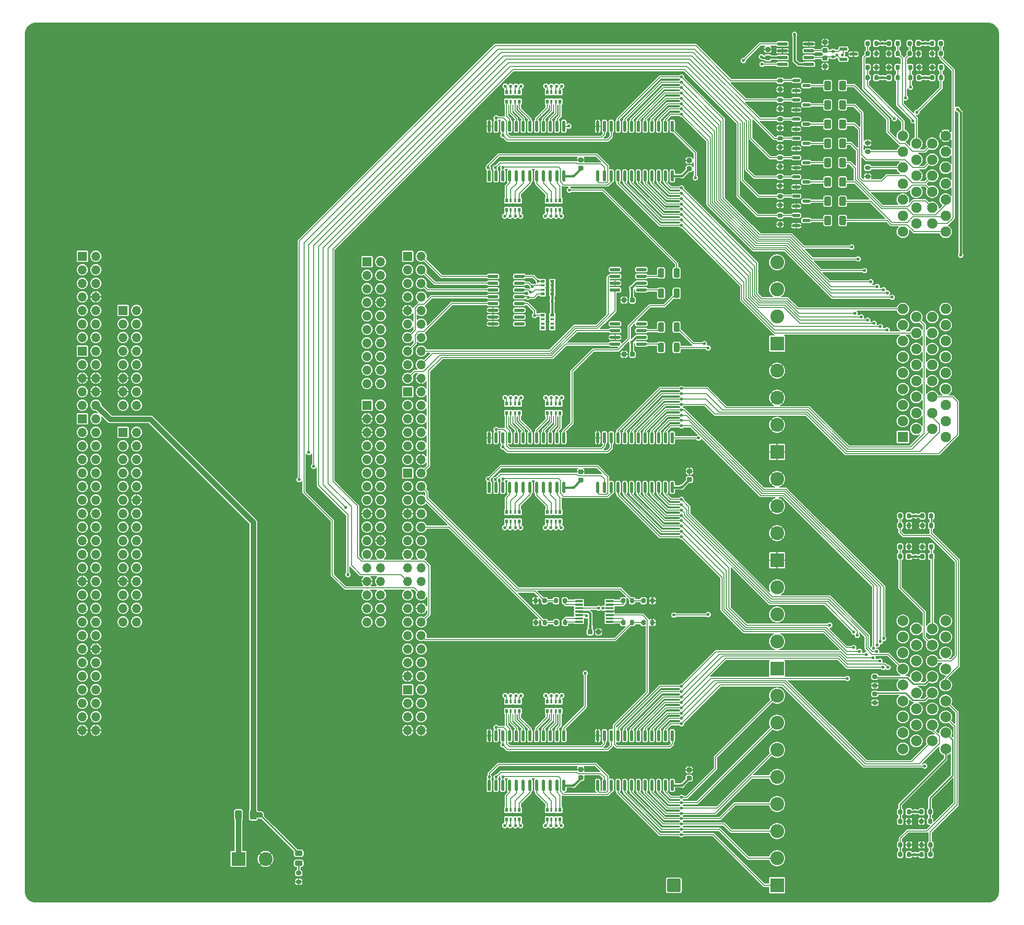
<source format=gtl>
G75*
G70*
%OFA0B0*%
%FSLAX25Y25*%
%IPPOS*%
%LPD*%
%AMOC8*
5,1,8,0,0,1.08239X$1,22.5*
%
%ADD10C,0.03150*%
%ADD11C,0.25197*%
%ADD12R,0.07677X0.07677*%
%ADD13C,0.07677*%
%ADD14R,0.06693X0.06693*%
%ADD15O,0.06693X0.06693*%
%ADD16R,0.10236X0.10236*%
%ADD17C,0.10236*%
%ADD18R,0.01969X0.03150*%
%ADD19R,0.01575X0.03150*%
%ADD20R,0.03150X0.01969*%
%ADD21R,0.03150X0.01575*%
%ADD22C,0.07874*%
%ADD23C,0.02362*%
%ADD24C,0.01575*%
%ADD25C,0.03937*%
%ADD26C,0.00984*%
%ADD27C,0.00787*%
X0000000Y0000000D02*
%LPD*%
G01*
D10*
X0309449Y0013780D03*
X0312216Y0020461D03*
X0312216Y0007098D03*
X0318898Y0023228D03*
D11*
X0318898Y0013780D03*
D10*
X0318898Y0004331D03*
X0325579Y0020461D03*
X0325579Y0007098D03*
X0328346Y0013780D03*
G36*
G01*
X0653642Y0060925D02*
X0653642Y0058760D01*
G75*
G02*
X0652854Y0057972I-000787J0000000D01*
G01*
X0651280Y0057972D01*
G75*
G02*
X0650492Y0058760I0000000J0000787D01*
G01*
X0650492Y0060925D01*
G75*
G02*
X0651280Y0061713I0000787J0000000D01*
G01*
X0652854Y0061713D01*
G75*
G02*
X0653642Y0060925I0000000J-000787D01*
G01*
G37*
G36*
G01*
X0647146Y0060925D02*
X0647146Y0058760D01*
G75*
G02*
X0646358Y0057972I-000787J0000000D01*
G01*
X0644783Y0057972D01*
G75*
G02*
X0643996Y0058760I0000000J0000787D01*
G01*
X0643996Y0060925D01*
G75*
G02*
X0644783Y0061713I0000787J0000000D01*
G01*
X0646358Y0061713D01*
G75*
G02*
X0647146Y0060925I0000000J-000787D01*
G01*
G37*
G36*
G01*
X0589665Y0600689D02*
X0589665Y0605610D01*
G75*
G02*
X0590650Y0606594I0000984J0000000D01*
G01*
X0593602Y0606594D01*
G75*
G02*
X0594587Y0605610I0000000J-000984D01*
G01*
X0594587Y0600689D01*
G75*
G02*
X0593602Y0599705I-000984J0000000D01*
G01*
X0590650Y0599705D01*
G75*
G02*
X0589665Y0600689I0000000J0000984D01*
G01*
G37*
G36*
G01*
X0600689Y0600689D02*
X0600689Y0605610D01*
G75*
G02*
X0601673Y0606594I0000984J0000000D01*
G01*
X0604626Y0606594D01*
G75*
G02*
X0605610Y0605610I0000000J-000984D01*
G01*
X0605610Y0600689D01*
G75*
G02*
X0604626Y0599705I-000984J0000000D01*
G01*
X0601673Y0599705D01*
G75*
G02*
X0600689Y0600689I0000000J0000984D01*
G01*
G37*
D12*
X0647638Y0343701D03*
D13*
X0647638Y0355512D03*
X0647638Y0367323D03*
X0647638Y0379134D03*
X0647638Y0390945D03*
X0647638Y0402756D03*
X0647638Y0414567D03*
X0647638Y0426378D03*
X0647638Y0438189D03*
X0657480Y0349606D03*
X0657480Y0361417D03*
X0657480Y0373228D03*
X0657480Y0385039D03*
X0657480Y0396850D03*
X0657480Y0408661D03*
X0657480Y0420472D03*
X0657480Y0432283D03*
X0669291Y0349606D03*
X0669291Y0361417D03*
X0669291Y0373228D03*
X0669291Y0385039D03*
X0669291Y0396850D03*
X0669291Y0408661D03*
X0669291Y0420472D03*
X0669291Y0432283D03*
X0679134Y0343701D03*
X0679134Y0355512D03*
X0679134Y0367323D03*
X0679134Y0379134D03*
X0679134Y0390945D03*
X0679134Y0402756D03*
X0679134Y0414567D03*
X0679134Y0426378D03*
X0679134Y0438189D03*
X0647638Y0495276D03*
X0647638Y0507087D03*
X0647638Y0518898D03*
X0647638Y0530709D03*
X0647638Y0542520D03*
X0647638Y0554331D03*
X0647638Y0566142D03*
X0657480Y0501181D03*
X0657480Y0512992D03*
X0657480Y0524803D03*
X0657480Y0536614D03*
X0657480Y0548425D03*
X0657480Y0560236D03*
X0669291Y0501181D03*
X0669291Y0512992D03*
X0669291Y0524803D03*
X0669291Y0536614D03*
X0669291Y0548425D03*
X0669291Y0560236D03*
X0679134Y0495276D03*
X0679134Y0507087D03*
X0679134Y0518898D03*
X0679134Y0530709D03*
X0679134Y0542520D03*
X0679134Y0554331D03*
X0679134Y0566142D03*
G36*
G01*
X0677362Y0617618D02*
X0677362Y0615453D01*
G75*
G02*
X0676575Y0614665I-000787J0000000D01*
G01*
X0675000Y0614665D01*
G75*
G02*
X0674213Y0615453I0000000J0000787D01*
G01*
X0674213Y0617618D01*
G75*
G02*
X0675000Y0618406I0000787J0000000D01*
G01*
X0676575Y0618406D01*
G75*
G02*
X0677362Y0617618I0000000J-000787D01*
G01*
G37*
G36*
G01*
X0670866Y0617618D02*
X0670866Y0615453D01*
G75*
G02*
X0670079Y0614665I-000787J0000000D01*
G01*
X0668504Y0614665D01*
G75*
G02*
X0667717Y0615453I0000000J0000787D01*
G01*
X0667717Y0617618D01*
G75*
G02*
X0668504Y0618406I0000787J0000000D01*
G01*
X0670079Y0618406D01*
G75*
G02*
X0670866Y0617618I0000000J-000787D01*
G01*
G37*
D14*
X0252323Y0473165D03*
D15*
X0262323Y0473165D03*
X0252323Y0463165D03*
X0262323Y0463165D03*
X0252323Y0453165D03*
X0262323Y0453165D03*
X0252323Y0443165D03*
X0262323Y0443165D03*
X0252323Y0433165D03*
X0262323Y0433165D03*
X0252323Y0423165D03*
X0262323Y0423165D03*
X0252323Y0413165D03*
X0262323Y0413165D03*
X0252323Y0403165D03*
X0262323Y0403165D03*
X0252323Y0393165D03*
X0262323Y0393165D03*
X0252323Y0383165D03*
X0262323Y0383165D03*
G36*
G01*
X0627953Y0158563D02*
X0625787Y0158563D01*
G75*
G02*
X0625000Y0159350I0000000J0000787D01*
G01*
X0625000Y0160925D01*
G75*
G02*
X0625787Y0161713I0000787J0000000D01*
G01*
X0627953Y0161713D01*
G75*
G02*
X0628740Y0160925I0000000J-000787D01*
G01*
X0628740Y0159350D01*
G75*
G02*
X0627953Y0158563I-000787J0000000D01*
G01*
G37*
G36*
G01*
X0627953Y0165059D02*
X0625787Y0165059D01*
G75*
G02*
X0625000Y0165846I0000000J0000787D01*
G01*
X0625000Y0167421D01*
G75*
G02*
X0625787Y0168209I0000787J0000000D01*
G01*
X0627953Y0168209D01*
G75*
G02*
X0628740Y0167421I0000000J-000787D01*
G01*
X0628740Y0165846D01*
G75*
G02*
X0627953Y0165059I-000787J0000000D01*
G01*
G37*
D14*
X0042323Y0357165D03*
D15*
X0052323Y0357165D03*
X0042323Y0347165D03*
X0052323Y0347165D03*
X0042323Y0337165D03*
X0052323Y0337165D03*
X0042323Y0327165D03*
X0052323Y0327165D03*
X0042323Y0317165D03*
X0052323Y0317165D03*
X0042323Y0307165D03*
X0052323Y0307165D03*
X0042323Y0297165D03*
X0052323Y0297165D03*
X0042323Y0287165D03*
X0052323Y0287165D03*
X0042323Y0277165D03*
X0052323Y0277165D03*
X0042323Y0267165D03*
X0052323Y0267165D03*
X0042323Y0257165D03*
X0052323Y0257165D03*
X0042323Y0247165D03*
X0052323Y0247165D03*
X0042323Y0237165D03*
X0052323Y0237165D03*
X0042323Y0227165D03*
X0052323Y0227165D03*
X0042323Y0217165D03*
X0052323Y0217165D03*
X0042323Y0207165D03*
X0052323Y0207165D03*
X0042323Y0197165D03*
X0052323Y0197165D03*
X0042323Y0187165D03*
X0052323Y0187165D03*
X0042323Y0177165D03*
X0052323Y0177165D03*
X0042323Y0167165D03*
X0052323Y0167165D03*
X0042323Y0157165D03*
X0052323Y0157165D03*
X0042323Y0147165D03*
X0052323Y0147165D03*
X0042323Y0137165D03*
X0052323Y0137165D03*
X0042323Y0127165D03*
X0052323Y0127165D03*
D16*
X0554823Y0252677D03*
D17*
X0554823Y0272677D03*
X0554823Y0292677D03*
X0554823Y0312677D03*
G36*
G01*
X0566093Y0577840D02*
X0566093Y0579021D01*
G75*
G02*
X0566683Y0579612I0000591J0000000D01*
G01*
X0571309Y0579612D01*
G75*
G02*
X0571900Y0579021I0000000J-000591D01*
G01*
X0571900Y0577840D01*
G75*
G02*
X0571309Y0577250I-000591J0000000D01*
G01*
X0566683Y0577250D01*
G75*
G02*
X0566093Y0577840I0000000J0000591D01*
G01*
G37*
G36*
G01*
X0573474Y0574100D02*
X0573474Y0575281D01*
G75*
G02*
X0574065Y0575872I0000591J0000000D01*
G01*
X0578691Y0575872D01*
G75*
G02*
X0579281Y0575281I0000000J-000591D01*
G01*
X0579281Y0574100D01*
G75*
G02*
X0578691Y0573510I-000591J0000000D01*
G01*
X0574065Y0573510D01*
G75*
G02*
X0573474Y0574100I0000000J0000591D01*
G01*
G37*
G36*
G01*
X0566093Y0570360D02*
X0566093Y0571541D01*
G75*
G02*
X0566683Y0572132I0000591J0000000D01*
G01*
X0571309Y0572132D01*
G75*
G02*
X0571900Y0571541I0000000J-000591D01*
G01*
X0571900Y0570360D01*
G75*
G02*
X0571309Y0569769I-000591J0000000D01*
G01*
X0566683Y0569769D01*
G75*
G02*
X0566093Y0570360I0000000J0000591D01*
G01*
G37*
G36*
G01*
X0203765Y0027067D02*
X0200172Y0027067D01*
G75*
G02*
X0199213Y0028027I0000000J0000960D01*
G01*
X0199213Y0029946D01*
G75*
G02*
X0200172Y0030906I0000960J0000000D01*
G01*
X0203765Y0030906D01*
G75*
G02*
X0204724Y0029946I0000000J-000960D01*
G01*
X0204724Y0028027D01*
G75*
G02*
X0203765Y0027067I-000960J0000000D01*
G01*
G37*
G36*
G01*
X0203765Y0034449D02*
X0200172Y0034449D01*
G75*
G02*
X0199213Y0035408I0000000J0000960D01*
G01*
X0199213Y0037328D01*
G75*
G02*
X0200172Y0038287I0000960J0000000D01*
G01*
X0203765Y0038287D01*
G75*
G02*
X0204724Y0037328I0000000J-000960D01*
G01*
X0204724Y0035408D01*
G75*
G02*
X0203765Y0034449I-000960J0000000D01*
G01*
G37*
G36*
G01*
X0653642Y0036516D02*
X0653642Y0034350D01*
G75*
G02*
X0652854Y0033563I-000787J0000000D01*
G01*
X0651280Y0033563D01*
G75*
G02*
X0650492Y0034350I0000000J0000787D01*
G01*
X0650492Y0036516D01*
G75*
G02*
X0651280Y0037303I0000787J0000000D01*
G01*
X0652854Y0037303D01*
G75*
G02*
X0653642Y0036516I0000000J-000787D01*
G01*
G37*
G36*
G01*
X0647146Y0036516D02*
X0647146Y0034350D01*
G75*
G02*
X0646358Y0033563I-000787J0000000D01*
G01*
X0644783Y0033563D01*
G75*
G02*
X0643996Y0034350I0000000J0000787D01*
G01*
X0643996Y0036516D01*
G75*
G02*
X0644783Y0037303I0000787J0000000D01*
G01*
X0646358Y0037303D01*
G75*
G02*
X0647146Y0036516I0000000J-000787D01*
G01*
G37*
G36*
G01*
X0635728Y0633169D02*
X0635728Y0635335D01*
G75*
G02*
X0636516Y0636122I0000787J0000000D01*
G01*
X0638091Y0636122D01*
G75*
G02*
X0638878Y0635335I0000000J-000787D01*
G01*
X0638878Y0633169D01*
G75*
G02*
X0638091Y0632382I-000787J0000000D01*
G01*
X0636516Y0632382D01*
G75*
G02*
X0635728Y0633169I0000000J0000787D01*
G01*
G37*
G36*
G01*
X0642224Y0633169D02*
X0642224Y0635335D01*
G75*
G02*
X0643012Y0636122I0000787J0000000D01*
G01*
X0644587Y0636122D01*
G75*
G02*
X0645374Y0635335I0000000J-000787D01*
G01*
X0645374Y0633169D01*
G75*
G02*
X0644587Y0632382I-000787J0000000D01*
G01*
X0643012Y0632382D01*
G75*
G02*
X0642224Y0633169I0000000J0000787D01*
G01*
G37*
G36*
G01*
X0589665Y0543771D02*
X0589665Y0548692D01*
G75*
G02*
X0590650Y0549677I0000984J0000000D01*
G01*
X0593602Y0549677D01*
G75*
G02*
X0594587Y0548692I0000000J-000984D01*
G01*
X0594587Y0543771D01*
G75*
G02*
X0593602Y0542787I-000984J0000000D01*
G01*
X0590650Y0542787D01*
G75*
G02*
X0589665Y0543771I0000000J0000984D01*
G01*
G37*
G36*
G01*
X0600689Y0543771D02*
X0600689Y0548692D01*
G75*
G02*
X0601673Y0549677I0000984J0000000D01*
G01*
X0604626Y0549677D01*
G75*
G02*
X0605610Y0548692I0000000J-000984D01*
G01*
X0605610Y0543771D01*
G75*
G02*
X0604626Y0542787I-000984J0000000D01*
G01*
X0601673Y0542787D01*
G75*
G02*
X0600689Y0543771I0000000J0000984D01*
G01*
G37*
G36*
G01*
X0547047Y0631594D02*
X0549016Y0631594D01*
G75*
G02*
X0549902Y0630709I0000000J-000886D01*
G01*
X0549902Y0628937D01*
G75*
G02*
X0549016Y0628051I-000886J0000000D01*
G01*
X0547047Y0628051D01*
G75*
G02*
X0546161Y0628937I0000000J0000886D01*
G01*
X0546161Y0630709D01*
G75*
G02*
X0547047Y0631594I0000886J0000000D01*
G01*
G37*
G36*
G01*
X0547047Y0625492D02*
X0549016Y0625492D01*
G75*
G02*
X0549902Y0624606I0000000J-000886D01*
G01*
X0549902Y0622835D01*
G75*
G02*
X0549016Y0621949I-000886J0000000D01*
G01*
X0547047Y0621949D01*
G75*
G02*
X0546161Y0622835I0000000J0000886D01*
G01*
X0546161Y0624606D01*
G75*
G02*
X0547047Y0625492I0000886J0000000D01*
G01*
G37*
D16*
X0157500Y0032146D03*
D17*
X0177500Y0032146D03*
G36*
G01*
X0482972Y0467264D02*
X0482972Y0462343D01*
G75*
G02*
X0481988Y0461358I-000984J0000000D01*
G01*
X0479528Y0461358D01*
G75*
G02*
X0478543Y0462343I0000000J0000984D01*
G01*
X0478543Y0467264D01*
G75*
G02*
X0479528Y0468248I0000984J0000000D01*
G01*
X0481988Y0468248D01*
G75*
G02*
X0482972Y0467264I0000000J-000984D01*
G01*
G37*
G36*
G01*
X0471457Y0467264D02*
X0471457Y0462343D01*
G75*
G02*
X0470472Y0461358I-000984J0000000D01*
G01*
X0468012Y0461358D01*
G75*
G02*
X0467028Y0462343I0000000J0000984D01*
G01*
X0467028Y0467264D01*
G75*
G02*
X0468012Y0468248I0000984J0000000D01*
G01*
X0470472Y0468248D01*
G75*
G02*
X0471457Y0467264I0000000J-000984D01*
G01*
G37*
D18*
X0355276Y0061260D03*
D19*
X0358425Y0061260D03*
X0361575Y0061260D03*
D18*
X0364724Y0061260D03*
X0364724Y0068346D03*
D19*
X0361575Y0068346D03*
X0358425Y0068346D03*
D18*
X0355276Y0068346D03*
G36*
G01*
X0375354Y0205610D02*
X0375354Y0207776D01*
G75*
G02*
X0376142Y0208563I0000787J0000000D01*
G01*
X0377717Y0208563D01*
G75*
G02*
X0378504Y0207776I0000000J-000787D01*
G01*
X0378504Y0205610D01*
G75*
G02*
X0377717Y0204823I-000787J0000000D01*
G01*
X0376142Y0204823D01*
G75*
G02*
X0375354Y0205610I0000000J0000787D01*
G01*
G37*
G36*
G01*
X0381850Y0205610D02*
X0381850Y0207776D01*
G75*
G02*
X0382638Y0208563I0000787J0000000D01*
G01*
X0384213Y0208563D01*
G75*
G02*
X0385000Y0207776I0000000J-000787D01*
G01*
X0385000Y0205610D01*
G75*
G02*
X0384213Y0204823I-000787J0000000D01*
G01*
X0382638Y0204823D01*
G75*
G02*
X0381850Y0205610I0000000J0000787D01*
G01*
G37*
G36*
G01*
X0449823Y0445787D02*
X0449823Y0443819D01*
G75*
G02*
X0448937Y0442933I-000886J0000000D01*
G01*
X0447165Y0442933D01*
G75*
G02*
X0446280Y0443819I0000000J0000886D01*
G01*
X0446280Y0445787D01*
G75*
G02*
X0447165Y0446673I0000886J0000000D01*
G01*
X0448937Y0446673D01*
G75*
G02*
X0449823Y0445787I0000000J-000886D01*
G01*
G37*
G36*
G01*
X0443720Y0445787D02*
X0443720Y0443819D01*
G75*
G02*
X0442835Y0442933I-000886J0000000D01*
G01*
X0441063Y0442933D01*
G75*
G02*
X0440177Y0443819I0000000J0000886D01*
G01*
X0440177Y0445787D01*
G75*
G02*
X0441063Y0446673I0000886J0000000D01*
G01*
X0442835Y0446673D01*
G75*
G02*
X0443720Y0445787I0000000J-000886D01*
G01*
G37*
X0364724Y0148346D03*
D19*
X0361575Y0148346D03*
X0358425Y0148346D03*
D18*
X0355276Y0148346D03*
X0355276Y0141260D03*
D19*
X0358425Y0141260D03*
X0361575Y0141260D03*
D18*
X0364724Y0141260D03*
G36*
G01*
X0482972Y0412264D02*
X0482972Y0407343D01*
G75*
G02*
X0481988Y0406358I-000984J0000000D01*
G01*
X0479528Y0406358D01*
G75*
G02*
X0478543Y0407343I0000000J0000984D01*
G01*
X0478543Y0412264D01*
G75*
G02*
X0479528Y0413248I0000984J0000000D01*
G01*
X0481988Y0413248D01*
G75*
G02*
X0482972Y0412264I0000000J-000984D01*
G01*
G37*
G36*
G01*
X0471457Y0412264D02*
X0471457Y0407343D01*
G75*
G02*
X0470472Y0406358I-000984J0000000D01*
G01*
X0468012Y0406358D01*
G75*
G02*
X0467028Y0407343I0000000J0000984D01*
G01*
X0467028Y0412264D01*
G75*
G02*
X0468012Y0413248I0000984J0000000D01*
G01*
X0470472Y0413248D01*
G75*
G02*
X0471457Y0412264I0000000J-000984D01*
G01*
G37*
G36*
G01*
X0670079Y0279429D02*
X0670079Y0277264D01*
G75*
G02*
X0669291Y0276476I-000787J0000000D01*
G01*
X0667717Y0276476D01*
G75*
G02*
X0666929Y0277264I0000000J0000787D01*
G01*
X0666929Y0279429D01*
G75*
G02*
X0667717Y0280217I0000787J0000000D01*
G01*
X0669291Y0280217D01*
G75*
G02*
X0670079Y0279429I0000000J-000787D01*
G01*
G37*
G36*
G01*
X0663583Y0279429D02*
X0663583Y0277264D01*
G75*
G02*
X0662795Y0276476I-000787J0000000D01*
G01*
X0661220Y0276476D01*
G75*
G02*
X0660433Y0277264I0000000J0000787D01*
G01*
X0660433Y0279429D01*
G75*
G02*
X0661220Y0280217I0000787J0000000D01*
G01*
X0662795Y0280217D01*
G75*
G02*
X0663583Y0279429I0000000J-000787D01*
G01*
G37*
D14*
X0072323Y0347165D03*
D15*
X0082323Y0347165D03*
X0072323Y0337165D03*
X0082323Y0337165D03*
X0072323Y0327165D03*
X0082323Y0327165D03*
X0072323Y0317165D03*
X0082323Y0317165D03*
X0072323Y0307165D03*
X0082323Y0307165D03*
X0072323Y0297165D03*
X0082323Y0297165D03*
X0072323Y0287165D03*
X0082323Y0287165D03*
X0072323Y0277165D03*
X0082323Y0277165D03*
X0072323Y0267165D03*
X0082323Y0267165D03*
X0072323Y0257165D03*
X0082323Y0257165D03*
X0072323Y0247165D03*
X0082323Y0247165D03*
X0072323Y0237165D03*
X0082323Y0237165D03*
X0072323Y0227165D03*
X0082323Y0227165D03*
X0072323Y0217165D03*
X0082323Y0217165D03*
X0072323Y0207165D03*
X0082323Y0207165D03*
G36*
G01*
X0405827Y0222087D02*
X0405827Y0222874D01*
G75*
G02*
X0406220Y0223268I0000394J0000000D01*
G01*
X0411240Y0223268D01*
G75*
G02*
X0411634Y0222874I0000000J-000394D01*
G01*
X0411634Y0222087D01*
G75*
G02*
X0411240Y0221693I-000394J0000000D01*
G01*
X0406220Y0221693D01*
G75*
G02*
X0405827Y0222087I0000000J0000394D01*
G01*
G37*
G36*
G01*
X0405827Y0219528D02*
X0405827Y0220315D01*
G75*
G02*
X0406220Y0220709I0000394J0000000D01*
G01*
X0411240Y0220709D01*
G75*
G02*
X0411634Y0220315I0000000J-000394D01*
G01*
X0411634Y0219528D01*
G75*
G02*
X0411240Y0219134I-000394J0000000D01*
G01*
X0406220Y0219134D01*
G75*
G02*
X0405827Y0219528I0000000J0000394D01*
G01*
G37*
G36*
G01*
X0405827Y0216969D02*
X0405827Y0217756D01*
G75*
G02*
X0406220Y0218150I0000394J0000000D01*
G01*
X0411240Y0218150D01*
G75*
G02*
X0411634Y0217756I0000000J-000394D01*
G01*
X0411634Y0216969D01*
G75*
G02*
X0411240Y0216575I-000394J0000000D01*
G01*
X0406220Y0216575D01*
G75*
G02*
X0405827Y0216969I0000000J0000394D01*
G01*
G37*
G36*
G01*
X0405827Y0214409D02*
X0405827Y0215197D01*
G75*
G02*
X0406220Y0215591I0000394J0000000D01*
G01*
X0411240Y0215591D01*
G75*
G02*
X0411634Y0215197I0000000J-000394D01*
G01*
X0411634Y0214409D01*
G75*
G02*
X0411240Y0214016I-000394J0000000D01*
G01*
X0406220Y0214016D01*
G75*
G02*
X0405827Y0214409I0000000J0000394D01*
G01*
G37*
G36*
G01*
X0405827Y0211850D02*
X0405827Y0212638D01*
G75*
G02*
X0406220Y0213031I0000394J0000000D01*
G01*
X0411240Y0213031D01*
G75*
G02*
X0411634Y0212638I0000000J-000394D01*
G01*
X0411634Y0211850D01*
G75*
G02*
X0411240Y0211457I-000394J0000000D01*
G01*
X0406220Y0211457D01*
G75*
G02*
X0405827Y0211850I0000000J0000394D01*
G01*
G37*
G36*
G01*
X0405827Y0209291D02*
X0405827Y0210079D01*
G75*
G02*
X0406220Y0210472I0000394J0000000D01*
G01*
X0411240Y0210472D01*
G75*
G02*
X0411634Y0210079I0000000J-000394D01*
G01*
X0411634Y0209291D01*
G75*
G02*
X0411240Y0208898I-000394J0000000D01*
G01*
X0406220Y0208898D01*
G75*
G02*
X0405827Y0209291I0000000J0000394D01*
G01*
G37*
G36*
G01*
X0405827Y0206732D02*
X0405827Y0207520D01*
G75*
G02*
X0406220Y0207913I0000394J0000000D01*
G01*
X0411240Y0207913D01*
G75*
G02*
X0411634Y0207520I0000000J-000394D01*
G01*
X0411634Y0206732D01*
G75*
G02*
X0411240Y0206339I-000394J0000000D01*
G01*
X0406220Y0206339D01*
G75*
G02*
X0405827Y0206732I0000000J0000394D01*
G01*
G37*
G36*
G01*
X0428366Y0206732D02*
X0428366Y0207520D01*
G75*
G02*
X0428760Y0207913I0000394J0000000D01*
G01*
X0433780Y0207913D01*
G75*
G02*
X0434173Y0207520I0000000J-000394D01*
G01*
X0434173Y0206732D01*
G75*
G02*
X0433780Y0206339I-000394J0000000D01*
G01*
X0428760Y0206339D01*
G75*
G02*
X0428366Y0206732I0000000J0000394D01*
G01*
G37*
G36*
G01*
X0428366Y0209291D02*
X0428366Y0210079D01*
G75*
G02*
X0428760Y0210472I0000394J0000000D01*
G01*
X0433780Y0210472D01*
G75*
G02*
X0434173Y0210079I0000000J-000394D01*
G01*
X0434173Y0209291D01*
G75*
G02*
X0433780Y0208898I-000394J0000000D01*
G01*
X0428760Y0208898D01*
G75*
G02*
X0428366Y0209291I0000000J0000394D01*
G01*
G37*
G36*
G01*
X0428366Y0211850D02*
X0428366Y0212638D01*
G75*
G02*
X0428760Y0213031I0000394J0000000D01*
G01*
X0433780Y0213031D01*
G75*
G02*
X0434173Y0212638I0000000J-000394D01*
G01*
X0434173Y0211850D01*
G75*
G02*
X0433780Y0211457I-000394J0000000D01*
G01*
X0428760Y0211457D01*
G75*
G02*
X0428366Y0211850I0000000J0000394D01*
G01*
G37*
G36*
G01*
X0428366Y0214409D02*
X0428366Y0215197D01*
G75*
G02*
X0428760Y0215591I0000394J0000000D01*
G01*
X0433780Y0215591D01*
G75*
G02*
X0434173Y0215197I0000000J-000394D01*
G01*
X0434173Y0214409D01*
G75*
G02*
X0433780Y0214016I-000394J0000000D01*
G01*
X0428760Y0214016D01*
G75*
G02*
X0428366Y0214409I0000000J0000394D01*
G01*
G37*
G36*
G01*
X0428366Y0216969D02*
X0428366Y0217756D01*
G75*
G02*
X0428760Y0218150I0000394J0000000D01*
G01*
X0433780Y0218150D01*
G75*
G02*
X0434173Y0217756I0000000J-000394D01*
G01*
X0434173Y0216969D01*
G75*
G02*
X0433780Y0216575I-000394J0000000D01*
G01*
X0428760Y0216575D01*
G75*
G02*
X0428366Y0216969I0000000J0000394D01*
G01*
G37*
G36*
G01*
X0428366Y0219528D02*
X0428366Y0220315D01*
G75*
G02*
X0428760Y0220709I0000394J0000000D01*
G01*
X0433780Y0220709D01*
G75*
G02*
X0434173Y0220315I0000000J-000394D01*
G01*
X0434173Y0219528D01*
G75*
G02*
X0433780Y0219134I-000394J0000000D01*
G01*
X0428760Y0219134D01*
G75*
G02*
X0428366Y0219528I0000000J0000394D01*
G01*
G37*
G36*
G01*
X0428366Y0222087D02*
X0428366Y0222874D01*
G75*
G02*
X0428760Y0223268I0000394J0000000D01*
G01*
X0433780Y0223268D01*
G75*
G02*
X0434173Y0222874I0000000J-000394D01*
G01*
X0434173Y0222087D01*
G75*
G02*
X0433780Y0221693I-000394J0000000D01*
G01*
X0428760Y0221693D01*
G75*
G02*
X0428366Y0222087I0000000J0000394D01*
G01*
G37*
G36*
G01*
X0600886Y0629528D02*
X0600886Y0630709D01*
G75*
G02*
X0601476Y0631299I0000591J0000000D01*
G01*
X0606102Y0631299D01*
G75*
G02*
X0606693Y0630709I0000000J-000591D01*
G01*
X0606693Y0629528D01*
G75*
G02*
X0606102Y0628937I-000591J0000000D01*
G01*
X0601476Y0628937D01*
G75*
G02*
X0600886Y0629528I0000000J0000591D01*
G01*
G37*
G36*
G01*
X0600886Y0622047D02*
X0600886Y0623228D01*
G75*
G02*
X0601476Y0623819I0000591J0000000D01*
G01*
X0606102Y0623819D01*
G75*
G02*
X0606693Y0623228I0000000J-000591D01*
G01*
X0606693Y0622047D01*
G75*
G02*
X0606102Y0621457I-000591J0000000D01*
G01*
X0601476Y0621457D01*
G75*
G02*
X0600886Y0622047I0000000J0000591D01*
G01*
G37*
G36*
G01*
X0608268Y0625787D02*
X0608268Y0626969D01*
G75*
G02*
X0608858Y0627559I0000591J0000000D01*
G01*
X0613484Y0627559D01*
G75*
G02*
X0614075Y0626969I0000000J-000591D01*
G01*
X0614075Y0625787D01*
G75*
G02*
X0613484Y0625197I-000591J0000000D01*
G01*
X0608858Y0625197D01*
G75*
G02*
X0608268Y0625787I0000000J0000591D01*
G01*
G37*
D14*
X0282323Y0317087D03*
D15*
X0292323Y0317087D03*
X0282323Y0307087D03*
X0292323Y0307087D03*
X0282323Y0297087D03*
X0292323Y0297087D03*
X0282323Y0287087D03*
X0292323Y0287087D03*
X0282323Y0277087D03*
X0292323Y0277087D03*
X0282323Y0267087D03*
X0292323Y0267087D03*
X0282323Y0257087D03*
X0292323Y0257087D03*
X0282323Y0247087D03*
X0292323Y0247087D03*
X0282323Y0237087D03*
X0292323Y0237087D03*
X0282323Y0227087D03*
X0292323Y0227087D03*
X0282323Y0217087D03*
X0292323Y0217087D03*
X0282323Y0207087D03*
X0292323Y0207087D03*
X0282323Y0197087D03*
X0292323Y0197087D03*
X0282323Y0187087D03*
X0292323Y0187087D03*
X0282323Y0177087D03*
X0292323Y0177087D03*
X0282323Y0167087D03*
X0292323Y0167087D03*
G36*
G01*
X0170965Y0067106D02*
X0170965Y0062185D01*
G75*
G02*
X0169980Y0061201I-000984J0000000D01*
G01*
X0167028Y0061201D01*
G75*
G02*
X0166043Y0062185I0000000J0000984D01*
G01*
X0166043Y0067106D01*
G75*
G02*
X0167028Y0068091I0000984J0000000D01*
G01*
X0169980Y0068091D01*
G75*
G02*
X0170965Y0067106I0000000J-000984D01*
G01*
G37*
G36*
G01*
X0159941Y0067106D02*
X0159941Y0062185D01*
G75*
G02*
X0158957Y0061201I-000984J0000000D01*
G01*
X0156004Y0061201D01*
G75*
G02*
X0155020Y0062185I0000000J0000984D01*
G01*
X0155020Y0067106D01*
G75*
G02*
X0156004Y0068091I0000984J0000000D01*
G01*
X0158957Y0068091D01*
G75*
G02*
X0159941Y0067106I0000000J-000984D01*
G01*
G37*
G36*
G01*
X0464409Y0223917D02*
X0464409Y0221752D01*
G75*
G02*
X0463622Y0220965I-000787J0000000D01*
G01*
X0462047Y0220965D01*
G75*
G02*
X0461260Y0221752I0000000J0000787D01*
G01*
X0461260Y0223917D01*
G75*
G02*
X0462047Y0224705I0000787J0000000D01*
G01*
X0463622Y0224705D01*
G75*
G02*
X0464409Y0223917I0000000J-000787D01*
G01*
G37*
G36*
G01*
X0457913Y0223917D02*
X0457913Y0221752D01*
G75*
G02*
X0457126Y0220965I-000787J0000000D01*
G01*
X0455551Y0220965D01*
G75*
G02*
X0454764Y0221752I0000000J0000787D01*
G01*
X0454764Y0223917D01*
G75*
G02*
X0455551Y0224705I0000787J0000000D01*
G01*
X0457126Y0224705D01*
G75*
G02*
X0457913Y0223917I0000000J-000787D01*
G01*
G37*
G36*
G01*
X0619980Y0625689D02*
X0619980Y0627854D01*
G75*
G02*
X0620768Y0628642I0000787J0000000D01*
G01*
X0622343Y0628642D01*
G75*
G02*
X0623130Y0627854I0000000J-000787D01*
G01*
X0623130Y0625689D01*
G75*
G02*
X0622343Y0624902I-000787J0000000D01*
G01*
X0620768Y0624902D01*
G75*
G02*
X0619980Y0625689I0000000J0000787D01*
G01*
G37*
G36*
G01*
X0626476Y0625689D02*
X0626476Y0627854D01*
G75*
G02*
X0627264Y0628642I0000787J0000000D01*
G01*
X0628839Y0628642D01*
G75*
G02*
X0629626Y0627854I0000000J-000787D01*
G01*
X0629626Y0625689D01*
G75*
G02*
X0628839Y0624902I-000787J0000000D01*
G01*
X0627264Y0624902D01*
G75*
G02*
X0626476Y0625689I0000000J0000787D01*
G01*
G37*
G36*
G01*
X0660433Y0254429D02*
X0660433Y0256594D01*
G75*
G02*
X0661220Y0257382I0000787J0000000D01*
G01*
X0662795Y0257382D01*
G75*
G02*
X0663583Y0256594I0000000J-000787D01*
G01*
X0663583Y0254429D01*
G75*
G02*
X0662795Y0253642I-000787J0000000D01*
G01*
X0661220Y0253642D01*
G75*
G02*
X0660433Y0254429I0000000J0000787D01*
G01*
G37*
G36*
G01*
X0666929Y0254429D02*
X0666929Y0256594D01*
G75*
G02*
X0667717Y0257382I0000787J0000000D01*
G01*
X0669291Y0257382D01*
G75*
G02*
X0670079Y0256594I0000000J-000787D01*
G01*
X0670079Y0254429D01*
G75*
G02*
X0669291Y0253642I-000787J0000000D01*
G01*
X0667717Y0253642D01*
G75*
G02*
X0666929Y0254429I0000000J0000787D01*
G01*
G37*
G36*
G01*
X0566093Y0563611D02*
X0566093Y0564792D01*
G75*
G02*
X0566683Y0565382I0000591J0000000D01*
G01*
X0571309Y0565382D01*
G75*
G02*
X0571900Y0564792I0000000J-000591D01*
G01*
X0571900Y0563611D01*
G75*
G02*
X0571309Y0563020I-000591J0000000D01*
G01*
X0566683Y0563020D01*
G75*
G02*
X0566093Y0563611I0000000J0000591D01*
G01*
G37*
G36*
G01*
X0573474Y0559871D02*
X0573474Y0561052D01*
G75*
G02*
X0574065Y0561642I0000591J0000000D01*
G01*
X0578691Y0561642D01*
G75*
G02*
X0579281Y0561052I0000000J-000591D01*
G01*
X0579281Y0559871D01*
G75*
G02*
X0578691Y0559280I-000591J0000000D01*
G01*
X0574065Y0559280D01*
G75*
G02*
X0573474Y0559871I0000000J0000591D01*
G01*
G37*
G36*
G01*
X0566093Y0556130D02*
X0566093Y0557312D01*
G75*
G02*
X0566683Y0557902I0000591J0000000D01*
G01*
X0571309Y0557902D01*
G75*
G02*
X0571900Y0557312I0000000J-000591D01*
G01*
X0571900Y0556130D01*
G75*
G02*
X0571309Y0555540I-000591J0000000D01*
G01*
X0566683Y0555540D01*
G75*
G02*
X0566093Y0556130I0000000J0000591D01*
G01*
G37*
D10*
X0311417Y0324803D03*
X0314185Y0331484D03*
X0314185Y0318122D03*
X0320866Y0334252D03*
D11*
X0320866Y0324803D03*
D10*
X0320866Y0315354D03*
X0327547Y0331484D03*
X0327547Y0318122D03*
X0330315Y0324803D03*
D14*
X0072323Y0437165D03*
D15*
X0082323Y0437165D03*
X0072323Y0427165D03*
X0082323Y0427165D03*
X0072323Y0417165D03*
X0082323Y0417165D03*
X0072323Y0407165D03*
X0082323Y0407165D03*
X0072323Y0397165D03*
X0082323Y0397165D03*
X0072323Y0387165D03*
X0082323Y0387165D03*
X0072323Y0377165D03*
X0082323Y0377165D03*
X0072323Y0367165D03*
X0082323Y0367165D03*
G36*
G01*
X0659646Y0065945D02*
X0659646Y0068110D01*
G75*
G02*
X0660433Y0068898I0000787J0000000D01*
G01*
X0662008Y0068898D01*
G75*
G02*
X0662795Y0068110I0000000J-000787D01*
G01*
X0662795Y0065945D01*
G75*
G02*
X0662008Y0065157I-000787J0000000D01*
G01*
X0660433Y0065157D01*
G75*
G02*
X0659646Y0065945I0000000J0000787D01*
G01*
G37*
G36*
G01*
X0666142Y0065945D02*
X0666142Y0068110D01*
G75*
G02*
X0666929Y0068898I0000787J0000000D01*
G01*
X0668504Y0068898D01*
G75*
G02*
X0669291Y0068110I0000000J-000787D01*
G01*
X0669291Y0065945D01*
G75*
G02*
X0668504Y0065157I-000787J0000000D01*
G01*
X0666929Y0065157D01*
G75*
G02*
X0666142Y0065945I0000000J0000787D01*
G01*
G37*
G36*
G01*
X0558169Y0541803D02*
X0556004Y0541803D01*
G75*
G02*
X0555217Y0542590I0000000J0000787D01*
G01*
X0555217Y0544165D01*
G75*
G02*
X0556004Y0544952I0000787J0000000D01*
G01*
X0558169Y0544952D01*
G75*
G02*
X0558957Y0544165I0000000J-000787D01*
G01*
X0558957Y0542590D01*
G75*
G02*
X0558169Y0541803I-000787J0000000D01*
G01*
G37*
G36*
G01*
X0558169Y0548299D02*
X0556004Y0548299D01*
G75*
G02*
X0555217Y0549086I0000000J0000787D01*
G01*
X0555217Y0550661D01*
G75*
G02*
X0556004Y0551448I0000787J0000000D01*
G01*
X0558169Y0551448D01*
G75*
G02*
X0558957Y0550661I0000000J-000787D01*
G01*
X0558957Y0549086D01*
G75*
G02*
X0558169Y0548299I-000787J0000000D01*
G01*
G37*
D16*
X0554823Y0332677D03*
D17*
X0554823Y0352677D03*
X0554823Y0372677D03*
X0554823Y0392677D03*
G36*
G01*
X0449823Y0405787D02*
X0449823Y0403819D01*
G75*
G02*
X0448937Y0402933I-000886J0000000D01*
G01*
X0447165Y0402933D01*
G75*
G02*
X0446280Y0403819I0000000J0000886D01*
G01*
X0446280Y0405787D01*
G75*
G02*
X0447165Y0406673I0000886J0000000D01*
G01*
X0448937Y0406673D01*
G75*
G02*
X0449823Y0405787I0000000J-000886D01*
G01*
G37*
G36*
G01*
X0443720Y0405787D02*
X0443720Y0403819D01*
G75*
G02*
X0442835Y0402933I-000886J0000000D01*
G01*
X0441063Y0402933D01*
G75*
G02*
X0440177Y0403819I0000000J0000886D01*
G01*
X0440177Y0405787D01*
G75*
G02*
X0441063Y0406673I0000886J0000000D01*
G01*
X0442835Y0406673D01*
G75*
G02*
X0443720Y0405787I0000000J-000886D01*
G01*
G37*
D16*
X0554823Y0412677D03*
D17*
X0554823Y0432677D03*
X0554823Y0452677D03*
X0554823Y0472677D03*
G36*
G01*
X0619980Y0615453D02*
X0619980Y0617618D01*
G75*
G02*
X0620768Y0618406I0000787J0000000D01*
G01*
X0622343Y0618406D01*
G75*
G02*
X0623130Y0617618I0000000J-000787D01*
G01*
X0623130Y0615453D01*
G75*
G02*
X0622343Y0614665I-000787J0000000D01*
G01*
X0620768Y0614665D01*
G75*
G02*
X0619980Y0615453I0000000J0000787D01*
G01*
G37*
G36*
G01*
X0626476Y0615453D02*
X0626476Y0617618D01*
G75*
G02*
X0627264Y0618406I0000787J0000000D01*
G01*
X0628839Y0618406D01*
G75*
G02*
X0629626Y0617618I0000000J-000787D01*
G01*
X0629626Y0615453D01*
G75*
G02*
X0628839Y0614665I-000787J0000000D01*
G01*
X0627264Y0614665D01*
G75*
G02*
X0626476Y0615453I0000000J0000787D01*
G01*
G37*
G36*
G01*
X0489016Y0549626D02*
X0490984Y0549626D01*
G75*
G02*
X0491870Y0548740I0000000J-000886D01*
G01*
X0491870Y0546969D01*
G75*
G02*
X0490984Y0546083I-000886J0000000D01*
G01*
X0489016Y0546083D01*
G75*
G02*
X0488130Y0546969I0000000J0000886D01*
G01*
X0488130Y0548740D01*
G75*
G02*
X0489016Y0549626I0000886J0000000D01*
G01*
G37*
G36*
G01*
X0489016Y0543524D02*
X0490984Y0543524D01*
G75*
G02*
X0491870Y0542638I0000000J-000886D01*
G01*
X0491870Y0540866D01*
G75*
G02*
X0490984Y0539980I-000886J0000000D01*
G01*
X0489016Y0539980D01*
G75*
G02*
X0488130Y0540866I0000000J0000886D01*
G01*
X0488130Y0542638D01*
G75*
G02*
X0489016Y0543524I0000886J0000000D01*
G01*
G37*
G36*
G01*
X0554921Y0633287D02*
X0554921Y0634469D01*
G75*
G02*
X0555512Y0635059I0000591J0000000D01*
G01*
X0562008Y0635059D01*
G75*
G02*
X0562598Y0634469I0000000J-000591D01*
G01*
X0562598Y0633287D01*
G75*
G02*
X0562008Y0632697I-000591J0000000D01*
G01*
X0555512Y0632697D01*
G75*
G02*
X0554921Y0633287I0000000J0000591D01*
G01*
G37*
G36*
G01*
X0554921Y0628287D02*
X0554921Y0629469D01*
G75*
G02*
X0555512Y0630059I0000591J0000000D01*
G01*
X0562008Y0630059D01*
G75*
G02*
X0562598Y0629469I0000000J-000591D01*
G01*
X0562598Y0628287D01*
G75*
G02*
X0562008Y0627697I-000591J0000000D01*
G01*
X0555512Y0627697D01*
G75*
G02*
X0554921Y0628287I0000000J0000591D01*
G01*
G37*
G36*
G01*
X0554921Y0623287D02*
X0554921Y0624469D01*
G75*
G02*
X0555512Y0625059I0000591J0000000D01*
G01*
X0562008Y0625059D01*
G75*
G02*
X0562598Y0624469I0000000J-000591D01*
G01*
X0562598Y0623287D01*
G75*
G02*
X0562008Y0622697I-000591J0000000D01*
G01*
X0555512Y0622697D01*
G75*
G02*
X0554921Y0623287I0000000J0000591D01*
G01*
G37*
G36*
G01*
X0554921Y0618287D02*
X0554921Y0619469D01*
G75*
G02*
X0555512Y0620059I0000591J0000000D01*
G01*
X0562008Y0620059D01*
G75*
G02*
X0562598Y0619469I0000000J-000591D01*
G01*
X0562598Y0618287D01*
G75*
G02*
X0562008Y0617697I-000591J0000000D01*
G01*
X0555512Y0617697D01*
G75*
G02*
X0554921Y0618287I0000000J0000591D01*
G01*
G37*
G36*
G01*
X0574409Y0618287D02*
X0574409Y0619469D01*
G75*
G02*
X0575000Y0620059I0000591J0000000D01*
G01*
X0581496Y0620059D01*
G75*
G02*
X0582087Y0619469I0000000J-000591D01*
G01*
X0582087Y0618287D01*
G75*
G02*
X0581496Y0617697I-000591J0000000D01*
G01*
X0575000Y0617697D01*
G75*
G02*
X0574409Y0618287I0000000J0000591D01*
G01*
G37*
G36*
G01*
X0574409Y0623287D02*
X0574409Y0624469D01*
G75*
G02*
X0575000Y0625059I0000591J0000000D01*
G01*
X0581496Y0625059D01*
G75*
G02*
X0582087Y0624469I0000000J-000591D01*
G01*
X0582087Y0623287D01*
G75*
G02*
X0581496Y0622697I-000591J0000000D01*
G01*
X0575000Y0622697D01*
G75*
G02*
X0574409Y0623287I0000000J0000591D01*
G01*
G37*
G36*
G01*
X0574409Y0628287D02*
X0574409Y0629469D01*
G75*
G02*
X0575000Y0630059I0000591J0000000D01*
G01*
X0581496Y0630059D01*
G75*
G02*
X0582087Y0629469I0000000J-000591D01*
G01*
X0582087Y0628287D01*
G75*
G02*
X0581496Y0627697I-000591J0000000D01*
G01*
X0575000Y0627697D01*
G75*
G02*
X0574409Y0628287I0000000J0000591D01*
G01*
G37*
G36*
G01*
X0574409Y0633287D02*
X0574409Y0634469D01*
G75*
G02*
X0575000Y0635059I0000591J0000000D01*
G01*
X0581496Y0635059D01*
G75*
G02*
X0582087Y0634469I0000000J-000591D01*
G01*
X0582087Y0633287D01*
G75*
G02*
X0581496Y0632697I-000591J0000000D01*
G01*
X0575000Y0632697D01*
G75*
G02*
X0574409Y0633287I0000000J0000591D01*
G01*
G37*
D16*
X0554823Y0012677D03*
D17*
X0554823Y0032677D03*
X0554823Y0052677D03*
X0554823Y0072677D03*
X0554823Y0092677D03*
X0554823Y0112677D03*
X0554823Y0132677D03*
X0554823Y0152677D03*
G36*
G01*
X0375177Y0221752D02*
X0375177Y0223917D01*
G75*
G02*
X0375965Y0224705I0000787J0000000D01*
G01*
X0377539Y0224705D01*
G75*
G02*
X0378327Y0223917I0000000J-000787D01*
G01*
X0378327Y0221752D01*
G75*
G02*
X0377539Y0220965I-000787J0000000D01*
G01*
X0375965Y0220965D01*
G75*
G02*
X0375177Y0221752I0000000J0000787D01*
G01*
G37*
G36*
G01*
X0381673Y0221752D02*
X0381673Y0223917D01*
G75*
G02*
X0382461Y0224705I0000787J0000000D01*
G01*
X0384035Y0224705D01*
G75*
G02*
X0384823Y0223917I0000000J-000787D01*
G01*
X0384823Y0221752D01*
G75*
G02*
X0384035Y0220965I-000787J0000000D01*
G01*
X0382461Y0220965D01*
G75*
G02*
X0381673Y0221752I0000000J0000787D01*
G01*
G37*
G36*
G01*
X0627953Y0145965D02*
X0625787Y0145965D01*
G75*
G02*
X0625000Y0146752I0000000J0000787D01*
G01*
X0625000Y0148327D01*
G75*
G02*
X0625787Y0149114I0000787J0000000D01*
G01*
X0627953Y0149114D01*
G75*
G02*
X0628740Y0148327I0000000J-000787D01*
G01*
X0628740Y0146752D01*
G75*
G02*
X0627953Y0145965I-000787J0000000D01*
G01*
G37*
G36*
G01*
X0627953Y0152461D02*
X0625787Y0152461D01*
G75*
G02*
X0625000Y0153248I0000000J0000787D01*
G01*
X0625000Y0154823D01*
G75*
G02*
X0625787Y0155610I0000787J0000000D01*
G01*
X0627953Y0155610D01*
G75*
G02*
X0628740Y0154823I0000000J-000787D01*
G01*
X0628740Y0153248D01*
G75*
G02*
X0627953Y0152461I-000787J0000000D01*
G01*
G37*
D10*
X0694938Y0013780D03*
X0697705Y0020461D03*
X0697705Y0007098D03*
X0704387Y0023228D03*
D11*
X0704387Y0013780D03*
D10*
X0704387Y0004331D03*
X0711068Y0020461D03*
X0711068Y0007098D03*
X0713835Y0013780D03*
G36*
G01*
X0476909Y0577146D02*
X0478091Y0577146D01*
G75*
G02*
X0478681Y0576555I0000000J-000591D01*
G01*
X0478681Y0569665D01*
G75*
G02*
X0478091Y0569075I-000591J0000000D01*
G01*
X0476909Y0569075D01*
G75*
G02*
X0476319Y0569665I0000000J0000591D01*
G01*
X0476319Y0576555D01*
G75*
G02*
X0476909Y0577146I0000591J0000000D01*
G01*
G37*
G36*
G01*
X0471909Y0577146D02*
X0473091Y0577146D01*
G75*
G02*
X0473681Y0576555I0000000J-000591D01*
G01*
X0473681Y0569665D01*
G75*
G02*
X0473091Y0569075I-000591J0000000D01*
G01*
X0471909Y0569075D01*
G75*
G02*
X0471319Y0569665I0000000J0000591D01*
G01*
X0471319Y0576555D01*
G75*
G02*
X0471909Y0577146I0000591J0000000D01*
G01*
G37*
G36*
G01*
X0466909Y0577146D02*
X0468091Y0577146D01*
G75*
G02*
X0468681Y0576555I0000000J-000591D01*
G01*
X0468681Y0569665D01*
G75*
G02*
X0468091Y0569075I-000591J0000000D01*
G01*
X0466909Y0569075D01*
G75*
G02*
X0466319Y0569665I0000000J0000591D01*
G01*
X0466319Y0576555D01*
G75*
G02*
X0466909Y0577146I0000591J0000000D01*
G01*
G37*
G36*
G01*
X0461909Y0577146D02*
X0463091Y0577146D01*
G75*
G02*
X0463681Y0576555I0000000J-000591D01*
G01*
X0463681Y0569665D01*
G75*
G02*
X0463091Y0569075I-000591J0000000D01*
G01*
X0461909Y0569075D01*
G75*
G02*
X0461319Y0569665I0000000J0000591D01*
G01*
X0461319Y0576555D01*
G75*
G02*
X0461909Y0577146I0000591J0000000D01*
G01*
G37*
G36*
G01*
X0456909Y0577146D02*
X0458091Y0577146D01*
G75*
G02*
X0458681Y0576555I0000000J-000591D01*
G01*
X0458681Y0569665D01*
G75*
G02*
X0458091Y0569075I-000591J0000000D01*
G01*
X0456909Y0569075D01*
G75*
G02*
X0456319Y0569665I0000000J0000591D01*
G01*
X0456319Y0576555D01*
G75*
G02*
X0456909Y0577146I0000591J0000000D01*
G01*
G37*
G36*
G01*
X0451909Y0577146D02*
X0453091Y0577146D01*
G75*
G02*
X0453681Y0576555I0000000J-000591D01*
G01*
X0453681Y0569665D01*
G75*
G02*
X0453091Y0569075I-000591J0000000D01*
G01*
X0451909Y0569075D01*
G75*
G02*
X0451319Y0569665I0000000J0000591D01*
G01*
X0451319Y0576555D01*
G75*
G02*
X0451909Y0577146I0000591J0000000D01*
G01*
G37*
G36*
G01*
X0446909Y0577146D02*
X0448091Y0577146D01*
G75*
G02*
X0448681Y0576555I0000000J-000591D01*
G01*
X0448681Y0569665D01*
G75*
G02*
X0448091Y0569075I-000591J0000000D01*
G01*
X0446909Y0569075D01*
G75*
G02*
X0446319Y0569665I0000000J0000591D01*
G01*
X0446319Y0576555D01*
G75*
G02*
X0446909Y0577146I0000591J0000000D01*
G01*
G37*
G36*
G01*
X0441909Y0577146D02*
X0443091Y0577146D01*
G75*
G02*
X0443681Y0576555I0000000J-000591D01*
G01*
X0443681Y0569665D01*
G75*
G02*
X0443091Y0569075I-000591J0000000D01*
G01*
X0441909Y0569075D01*
G75*
G02*
X0441319Y0569665I0000000J0000591D01*
G01*
X0441319Y0576555D01*
G75*
G02*
X0441909Y0577146I0000591J0000000D01*
G01*
G37*
G36*
G01*
X0436909Y0577146D02*
X0438091Y0577146D01*
G75*
G02*
X0438681Y0576555I0000000J-000591D01*
G01*
X0438681Y0569665D01*
G75*
G02*
X0438091Y0569075I-000591J0000000D01*
G01*
X0436909Y0569075D01*
G75*
G02*
X0436319Y0569665I0000000J0000591D01*
G01*
X0436319Y0576555D01*
G75*
G02*
X0436909Y0577146I0000591J0000000D01*
G01*
G37*
G36*
G01*
X0431909Y0577146D02*
X0433091Y0577146D01*
G75*
G02*
X0433681Y0576555I0000000J-000591D01*
G01*
X0433681Y0569665D01*
G75*
G02*
X0433091Y0569075I-000591J0000000D01*
G01*
X0431909Y0569075D01*
G75*
G02*
X0431319Y0569665I0000000J0000591D01*
G01*
X0431319Y0576555D01*
G75*
G02*
X0431909Y0577146I0000591J0000000D01*
G01*
G37*
G36*
G01*
X0426909Y0577146D02*
X0428091Y0577146D01*
G75*
G02*
X0428681Y0576555I0000000J-000591D01*
G01*
X0428681Y0569665D01*
G75*
G02*
X0428091Y0569075I-000591J0000000D01*
G01*
X0426909Y0569075D01*
G75*
G02*
X0426319Y0569665I0000000J0000591D01*
G01*
X0426319Y0576555D01*
G75*
G02*
X0426909Y0577146I0000591J0000000D01*
G01*
G37*
G36*
G01*
X0421909Y0577146D02*
X0423091Y0577146D01*
G75*
G02*
X0423681Y0576555I0000000J-000591D01*
G01*
X0423681Y0569665D01*
G75*
G02*
X0423091Y0569075I-000591J0000000D01*
G01*
X0421909Y0569075D01*
G75*
G02*
X0421319Y0569665I0000000J0000591D01*
G01*
X0421319Y0576555D01*
G75*
G02*
X0421909Y0577146I0000591J0000000D01*
G01*
G37*
G36*
G01*
X0421909Y0540531D02*
X0423091Y0540531D01*
G75*
G02*
X0423681Y0539941I0000000J-000591D01*
G01*
X0423681Y0533051D01*
G75*
G02*
X0423091Y0532461I-000591J0000000D01*
G01*
X0421909Y0532461D01*
G75*
G02*
X0421319Y0533051I0000000J0000591D01*
G01*
X0421319Y0539941D01*
G75*
G02*
X0421909Y0540531I0000591J0000000D01*
G01*
G37*
G36*
G01*
X0426909Y0540531D02*
X0428091Y0540531D01*
G75*
G02*
X0428681Y0539941I0000000J-000591D01*
G01*
X0428681Y0533051D01*
G75*
G02*
X0428091Y0532461I-000591J0000000D01*
G01*
X0426909Y0532461D01*
G75*
G02*
X0426319Y0533051I0000000J0000591D01*
G01*
X0426319Y0539941D01*
G75*
G02*
X0426909Y0540531I0000591J0000000D01*
G01*
G37*
G36*
G01*
X0431909Y0540531D02*
X0433091Y0540531D01*
G75*
G02*
X0433681Y0539941I0000000J-000591D01*
G01*
X0433681Y0533051D01*
G75*
G02*
X0433091Y0532461I-000591J0000000D01*
G01*
X0431909Y0532461D01*
G75*
G02*
X0431319Y0533051I0000000J0000591D01*
G01*
X0431319Y0539941D01*
G75*
G02*
X0431909Y0540531I0000591J0000000D01*
G01*
G37*
G36*
G01*
X0436909Y0540531D02*
X0438091Y0540531D01*
G75*
G02*
X0438681Y0539941I0000000J-000591D01*
G01*
X0438681Y0533051D01*
G75*
G02*
X0438091Y0532461I-000591J0000000D01*
G01*
X0436909Y0532461D01*
G75*
G02*
X0436319Y0533051I0000000J0000591D01*
G01*
X0436319Y0539941D01*
G75*
G02*
X0436909Y0540531I0000591J0000000D01*
G01*
G37*
G36*
G01*
X0441909Y0540531D02*
X0443091Y0540531D01*
G75*
G02*
X0443681Y0539941I0000000J-000591D01*
G01*
X0443681Y0533051D01*
G75*
G02*
X0443091Y0532461I-000591J0000000D01*
G01*
X0441909Y0532461D01*
G75*
G02*
X0441319Y0533051I0000000J0000591D01*
G01*
X0441319Y0539941D01*
G75*
G02*
X0441909Y0540531I0000591J0000000D01*
G01*
G37*
G36*
G01*
X0446909Y0540531D02*
X0448091Y0540531D01*
G75*
G02*
X0448681Y0539941I0000000J-000591D01*
G01*
X0448681Y0533051D01*
G75*
G02*
X0448091Y0532461I-000591J0000000D01*
G01*
X0446909Y0532461D01*
G75*
G02*
X0446319Y0533051I0000000J0000591D01*
G01*
X0446319Y0539941D01*
G75*
G02*
X0446909Y0540531I0000591J0000000D01*
G01*
G37*
G36*
G01*
X0451909Y0540531D02*
X0453091Y0540531D01*
G75*
G02*
X0453681Y0539941I0000000J-000591D01*
G01*
X0453681Y0533051D01*
G75*
G02*
X0453091Y0532461I-000591J0000000D01*
G01*
X0451909Y0532461D01*
G75*
G02*
X0451319Y0533051I0000000J0000591D01*
G01*
X0451319Y0539941D01*
G75*
G02*
X0451909Y0540531I0000591J0000000D01*
G01*
G37*
G36*
G01*
X0456909Y0540531D02*
X0458091Y0540531D01*
G75*
G02*
X0458681Y0539941I0000000J-000591D01*
G01*
X0458681Y0533051D01*
G75*
G02*
X0458091Y0532461I-000591J0000000D01*
G01*
X0456909Y0532461D01*
G75*
G02*
X0456319Y0533051I0000000J0000591D01*
G01*
X0456319Y0539941D01*
G75*
G02*
X0456909Y0540531I0000591J0000000D01*
G01*
G37*
G36*
G01*
X0461909Y0540531D02*
X0463091Y0540531D01*
G75*
G02*
X0463681Y0539941I0000000J-000591D01*
G01*
X0463681Y0533051D01*
G75*
G02*
X0463091Y0532461I-000591J0000000D01*
G01*
X0461909Y0532461D01*
G75*
G02*
X0461319Y0533051I0000000J0000591D01*
G01*
X0461319Y0539941D01*
G75*
G02*
X0461909Y0540531I0000591J0000000D01*
G01*
G37*
G36*
G01*
X0466909Y0540531D02*
X0468091Y0540531D01*
G75*
G02*
X0468681Y0539941I0000000J-000591D01*
G01*
X0468681Y0533051D01*
G75*
G02*
X0468091Y0532461I-000591J0000000D01*
G01*
X0466909Y0532461D01*
G75*
G02*
X0466319Y0533051I0000000J0000591D01*
G01*
X0466319Y0539941D01*
G75*
G02*
X0466909Y0540531I0000591J0000000D01*
G01*
G37*
G36*
G01*
X0471909Y0540531D02*
X0473091Y0540531D01*
G75*
G02*
X0473681Y0539941I0000000J-000591D01*
G01*
X0473681Y0533051D01*
G75*
G02*
X0473091Y0532461I-000591J0000000D01*
G01*
X0471909Y0532461D01*
G75*
G02*
X0471319Y0533051I0000000J0000591D01*
G01*
X0471319Y0539941D01*
G75*
G02*
X0471909Y0540531I0000591J0000000D01*
G01*
G37*
G36*
G01*
X0476909Y0540531D02*
X0478091Y0540531D01*
G75*
G02*
X0478681Y0539941I0000000J-000591D01*
G01*
X0478681Y0533051D01*
G75*
G02*
X0478091Y0532461I-000591J0000000D01*
G01*
X0476909Y0532461D01*
G75*
G02*
X0476319Y0533051I0000000J0000591D01*
G01*
X0476319Y0539941D01*
G75*
G02*
X0476909Y0540531I0000591J0000000D01*
G01*
G37*
G36*
G01*
X0660728Y0635335D02*
X0660728Y0633169D01*
G75*
G02*
X0659941Y0632382I-000787J0000000D01*
G01*
X0658366Y0632382D01*
G75*
G02*
X0657579Y0633169I0000000J0000787D01*
G01*
X0657579Y0635335D01*
G75*
G02*
X0658366Y0636122I0000787J0000000D01*
G01*
X0659941Y0636122D01*
G75*
G02*
X0660728Y0635335I0000000J-000787D01*
G01*
G37*
G36*
G01*
X0654232Y0635335D02*
X0654232Y0633169D01*
G75*
G02*
X0653445Y0632382I-000787J0000000D01*
G01*
X0651870Y0632382D01*
G75*
G02*
X0651083Y0633169I0000000J0000787D01*
G01*
X0651083Y0635335D01*
G75*
G02*
X0651870Y0636122I0000787J0000000D01*
G01*
X0653445Y0636122D01*
G75*
G02*
X0654232Y0635335I0000000J-000787D01*
G01*
G37*
G36*
G01*
X0661122Y0610138D02*
X0661122Y0607972D01*
G75*
G02*
X0660335Y0607185I-000787J0000000D01*
G01*
X0658760Y0607185D01*
G75*
G02*
X0657972Y0607972I0000000J0000787D01*
G01*
X0657972Y0610138D01*
G75*
G02*
X0658760Y0610925I0000787J0000000D01*
G01*
X0660335Y0610925D01*
G75*
G02*
X0661122Y0610138I0000000J-000787D01*
G01*
G37*
G36*
G01*
X0654626Y0610138D02*
X0654626Y0607972D01*
G75*
G02*
X0653839Y0607185I-000787J0000000D01*
G01*
X0652264Y0607185D01*
G75*
G02*
X0651476Y0607972I0000000J0000787D01*
G01*
X0651476Y0610138D01*
G75*
G02*
X0652264Y0610925I0000787J0000000D01*
G01*
X0653839Y0610925D01*
G75*
G02*
X0654626Y0610138I0000000J-000787D01*
G01*
G37*
G36*
G01*
X0653642Y0068012D02*
X0653642Y0065846D01*
G75*
G02*
X0652854Y0065059I-000787J0000000D01*
G01*
X0651280Y0065059D01*
G75*
G02*
X0650492Y0065846I0000000J0000787D01*
G01*
X0650492Y0068012D01*
G75*
G02*
X0651280Y0068799I0000787J0000000D01*
G01*
X0652854Y0068799D01*
G75*
G02*
X0653642Y0068012I0000000J-000787D01*
G01*
G37*
G36*
G01*
X0647146Y0068012D02*
X0647146Y0065846D01*
G75*
G02*
X0646358Y0065059I-000787J0000000D01*
G01*
X0644783Y0065059D01*
G75*
G02*
X0643996Y0065846I0000000J0000787D01*
G01*
X0643996Y0068012D01*
G75*
G02*
X0644783Y0068799I0000787J0000000D01*
G01*
X0646358Y0068799D01*
G75*
G02*
X0647146Y0068012I0000000J-000787D01*
G01*
G37*
D18*
X0394724Y0518346D03*
D19*
X0391575Y0518346D03*
X0388425Y0518346D03*
D18*
X0385276Y0518346D03*
X0385276Y0511260D03*
D19*
X0388425Y0511260D03*
X0391575Y0511260D03*
D18*
X0394724Y0511260D03*
G36*
G01*
X0667618Y0633169D02*
X0667618Y0635335D01*
G75*
G02*
X0668406Y0636122I0000787J0000000D01*
G01*
X0669980Y0636122D01*
G75*
G02*
X0670768Y0635335I0000000J-000787D01*
G01*
X0670768Y0633169D01*
G75*
G02*
X0669980Y0632382I-000787J0000000D01*
G01*
X0668406Y0632382D01*
G75*
G02*
X0667618Y0633169I0000000J0000787D01*
G01*
G37*
G36*
G01*
X0674114Y0633169D02*
X0674114Y0635335D01*
G75*
G02*
X0674902Y0636122I0000787J0000000D01*
G01*
X0676476Y0636122D01*
G75*
G02*
X0677264Y0635335I0000000J-000787D01*
G01*
X0677264Y0633169D01*
G75*
G02*
X0676476Y0632382I-000787J0000000D01*
G01*
X0674902Y0632382D01*
G75*
G02*
X0674114Y0633169I0000000J0000787D01*
G01*
G37*
G36*
G01*
X0476909Y0127146D02*
X0478091Y0127146D01*
G75*
G02*
X0478681Y0126555I0000000J-000591D01*
G01*
X0478681Y0119665D01*
G75*
G02*
X0478091Y0119075I-000591J0000000D01*
G01*
X0476909Y0119075D01*
G75*
G02*
X0476319Y0119665I0000000J0000591D01*
G01*
X0476319Y0126555D01*
G75*
G02*
X0476909Y0127146I0000591J0000000D01*
G01*
G37*
G36*
G01*
X0471909Y0127146D02*
X0473091Y0127146D01*
G75*
G02*
X0473681Y0126555I0000000J-000591D01*
G01*
X0473681Y0119665D01*
G75*
G02*
X0473091Y0119075I-000591J0000000D01*
G01*
X0471909Y0119075D01*
G75*
G02*
X0471319Y0119665I0000000J0000591D01*
G01*
X0471319Y0126555D01*
G75*
G02*
X0471909Y0127146I0000591J0000000D01*
G01*
G37*
G36*
G01*
X0466909Y0127146D02*
X0468091Y0127146D01*
G75*
G02*
X0468681Y0126555I0000000J-000591D01*
G01*
X0468681Y0119665D01*
G75*
G02*
X0468091Y0119075I-000591J0000000D01*
G01*
X0466909Y0119075D01*
G75*
G02*
X0466319Y0119665I0000000J0000591D01*
G01*
X0466319Y0126555D01*
G75*
G02*
X0466909Y0127146I0000591J0000000D01*
G01*
G37*
G36*
G01*
X0461909Y0127146D02*
X0463091Y0127146D01*
G75*
G02*
X0463681Y0126555I0000000J-000591D01*
G01*
X0463681Y0119665D01*
G75*
G02*
X0463091Y0119075I-000591J0000000D01*
G01*
X0461909Y0119075D01*
G75*
G02*
X0461319Y0119665I0000000J0000591D01*
G01*
X0461319Y0126555D01*
G75*
G02*
X0461909Y0127146I0000591J0000000D01*
G01*
G37*
G36*
G01*
X0456909Y0127146D02*
X0458091Y0127146D01*
G75*
G02*
X0458681Y0126555I0000000J-000591D01*
G01*
X0458681Y0119665D01*
G75*
G02*
X0458091Y0119075I-000591J0000000D01*
G01*
X0456909Y0119075D01*
G75*
G02*
X0456319Y0119665I0000000J0000591D01*
G01*
X0456319Y0126555D01*
G75*
G02*
X0456909Y0127146I0000591J0000000D01*
G01*
G37*
G36*
G01*
X0451909Y0127146D02*
X0453091Y0127146D01*
G75*
G02*
X0453681Y0126555I0000000J-000591D01*
G01*
X0453681Y0119665D01*
G75*
G02*
X0453091Y0119075I-000591J0000000D01*
G01*
X0451909Y0119075D01*
G75*
G02*
X0451319Y0119665I0000000J0000591D01*
G01*
X0451319Y0126555D01*
G75*
G02*
X0451909Y0127146I0000591J0000000D01*
G01*
G37*
G36*
G01*
X0446909Y0127146D02*
X0448091Y0127146D01*
G75*
G02*
X0448681Y0126555I0000000J-000591D01*
G01*
X0448681Y0119665D01*
G75*
G02*
X0448091Y0119075I-000591J0000000D01*
G01*
X0446909Y0119075D01*
G75*
G02*
X0446319Y0119665I0000000J0000591D01*
G01*
X0446319Y0126555D01*
G75*
G02*
X0446909Y0127146I0000591J0000000D01*
G01*
G37*
G36*
G01*
X0441909Y0127146D02*
X0443091Y0127146D01*
G75*
G02*
X0443681Y0126555I0000000J-000591D01*
G01*
X0443681Y0119665D01*
G75*
G02*
X0443091Y0119075I-000591J0000000D01*
G01*
X0441909Y0119075D01*
G75*
G02*
X0441319Y0119665I0000000J0000591D01*
G01*
X0441319Y0126555D01*
G75*
G02*
X0441909Y0127146I0000591J0000000D01*
G01*
G37*
G36*
G01*
X0436909Y0127146D02*
X0438091Y0127146D01*
G75*
G02*
X0438681Y0126555I0000000J-000591D01*
G01*
X0438681Y0119665D01*
G75*
G02*
X0438091Y0119075I-000591J0000000D01*
G01*
X0436909Y0119075D01*
G75*
G02*
X0436319Y0119665I0000000J0000591D01*
G01*
X0436319Y0126555D01*
G75*
G02*
X0436909Y0127146I0000591J0000000D01*
G01*
G37*
G36*
G01*
X0431909Y0127146D02*
X0433091Y0127146D01*
G75*
G02*
X0433681Y0126555I0000000J-000591D01*
G01*
X0433681Y0119665D01*
G75*
G02*
X0433091Y0119075I-000591J0000000D01*
G01*
X0431909Y0119075D01*
G75*
G02*
X0431319Y0119665I0000000J0000591D01*
G01*
X0431319Y0126555D01*
G75*
G02*
X0431909Y0127146I0000591J0000000D01*
G01*
G37*
G36*
G01*
X0426909Y0127146D02*
X0428091Y0127146D01*
G75*
G02*
X0428681Y0126555I0000000J-000591D01*
G01*
X0428681Y0119665D01*
G75*
G02*
X0428091Y0119075I-000591J0000000D01*
G01*
X0426909Y0119075D01*
G75*
G02*
X0426319Y0119665I0000000J0000591D01*
G01*
X0426319Y0126555D01*
G75*
G02*
X0426909Y0127146I0000591J0000000D01*
G01*
G37*
G36*
G01*
X0421909Y0127146D02*
X0423091Y0127146D01*
G75*
G02*
X0423681Y0126555I0000000J-000591D01*
G01*
X0423681Y0119665D01*
G75*
G02*
X0423091Y0119075I-000591J0000000D01*
G01*
X0421909Y0119075D01*
G75*
G02*
X0421319Y0119665I0000000J0000591D01*
G01*
X0421319Y0126555D01*
G75*
G02*
X0421909Y0127146I0000591J0000000D01*
G01*
G37*
G36*
G01*
X0421909Y0090531D02*
X0423091Y0090531D01*
G75*
G02*
X0423681Y0089941I0000000J-000591D01*
G01*
X0423681Y0083051D01*
G75*
G02*
X0423091Y0082461I-000591J0000000D01*
G01*
X0421909Y0082461D01*
G75*
G02*
X0421319Y0083051I0000000J0000591D01*
G01*
X0421319Y0089941D01*
G75*
G02*
X0421909Y0090531I0000591J0000000D01*
G01*
G37*
G36*
G01*
X0426909Y0090531D02*
X0428091Y0090531D01*
G75*
G02*
X0428681Y0089941I0000000J-000591D01*
G01*
X0428681Y0083051D01*
G75*
G02*
X0428091Y0082461I-000591J0000000D01*
G01*
X0426909Y0082461D01*
G75*
G02*
X0426319Y0083051I0000000J0000591D01*
G01*
X0426319Y0089941D01*
G75*
G02*
X0426909Y0090531I0000591J0000000D01*
G01*
G37*
G36*
G01*
X0431909Y0090531D02*
X0433091Y0090531D01*
G75*
G02*
X0433681Y0089941I0000000J-000591D01*
G01*
X0433681Y0083051D01*
G75*
G02*
X0433091Y0082461I-000591J0000000D01*
G01*
X0431909Y0082461D01*
G75*
G02*
X0431319Y0083051I0000000J0000591D01*
G01*
X0431319Y0089941D01*
G75*
G02*
X0431909Y0090531I0000591J0000000D01*
G01*
G37*
G36*
G01*
X0436909Y0090531D02*
X0438091Y0090531D01*
G75*
G02*
X0438681Y0089941I0000000J-000591D01*
G01*
X0438681Y0083051D01*
G75*
G02*
X0438091Y0082461I-000591J0000000D01*
G01*
X0436909Y0082461D01*
G75*
G02*
X0436319Y0083051I0000000J0000591D01*
G01*
X0436319Y0089941D01*
G75*
G02*
X0436909Y0090531I0000591J0000000D01*
G01*
G37*
G36*
G01*
X0441909Y0090531D02*
X0443091Y0090531D01*
G75*
G02*
X0443681Y0089941I0000000J-000591D01*
G01*
X0443681Y0083051D01*
G75*
G02*
X0443091Y0082461I-000591J0000000D01*
G01*
X0441909Y0082461D01*
G75*
G02*
X0441319Y0083051I0000000J0000591D01*
G01*
X0441319Y0089941D01*
G75*
G02*
X0441909Y0090531I0000591J0000000D01*
G01*
G37*
G36*
G01*
X0446909Y0090531D02*
X0448091Y0090531D01*
G75*
G02*
X0448681Y0089941I0000000J-000591D01*
G01*
X0448681Y0083051D01*
G75*
G02*
X0448091Y0082461I-000591J0000000D01*
G01*
X0446909Y0082461D01*
G75*
G02*
X0446319Y0083051I0000000J0000591D01*
G01*
X0446319Y0089941D01*
G75*
G02*
X0446909Y0090531I0000591J0000000D01*
G01*
G37*
G36*
G01*
X0451909Y0090531D02*
X0453091Y0090531D01*
G75*
G02*
X0453681Y0089941I0000000J-000591D01*
G01*
X0453681Y0083051D01*
G75*
G02*
X0453091Y0082461I-000591J0000000D01*
G01*
X0451909Y0082461D01*
G75*
G02*
X0451319Y0083051I0000000J0000591D01*
G01*
X0451319Y0089941D01*
G75*
G02*
X0451909Y0090531I0000591J0000000D01*
G01*
G37*
G36*
G01*
X0456909Y0090531D02*
X0458091Y0090531D01*
G75*
G02*
X0458681Y0089941I0000000J-000591D01*
G01*
X0458681Y0083051D01*
G75*
G02*
X0458091Y0082461I-000591J0000000D01*
G01*
X0456909Y0082461D01*
G75*
G02*
X0456319Y0083051I0000000J0000591D01*
G01*
X0456319Y0089941D01*
G75*
G02*
X0456909Y0090531I0000591J0000000D01*
G01*
G37*
G36*
G01*
X0461909Y0090531D02*
X0463091Y0090531D01*
G75*
G02*
X0463681Y0089941I0000000J-000591D01*
G01*
X0463681Y0083051D01*
G75*
G02*
X0463091Y0082461I-000591J0000000D01*
G01*
X0461909Y0082461D01*
G75*
G02*
X0461319Y0083051I0000000J0000591D01*
G01*
X0461319Y0089941D01*
G75*
G02*
X0461909Y0090531I0000591J0000000D01*
G01*
G37*
G36*
G01*
X0466909Y0090531D02*
X0468091Y0090531D01*
G75*
G02*
X0468681Y0089941I0000000J-000591D01*
G01*
X0468681Y0083051D01*
G75*
G02*
X0468091Y0082461I-000591J0000000D01*
G01*
X0466909Y0082461D01*
G75*
G02*
X0466319Y0083051I0000000J0000591D01*
G01*
X0466319Y0089941D01*
G75*
G02*
X0466909Y0090531I0000591J0000000D01*
G01*
G37*
G36*
G01*
X0471909Y0090531D02*
X0473091Y0090531D01*
G75*
G02*
X0473681Y0089941I0000000J-000591D01*
G01*
X0473681Y0083051D01*
G75*
G02*
X0473091Y0082461I-000591J0000000D01*
G01*
X0471909Y0082461D01*
G75*
G02*
X0471319Y0083051I0000000J0000591D01*
G01*
X0471319Y0089941D01*
G75*
G02*
X0471909Y0090531I0000591J0000000D01*
G01*
G37*
G36*
G01*
X0476909Y0090531D02*
X0478091Y0090531D01*
G75*
G02*
X0478681Y0089941I0000000J-000591D01*
G01*
X0478681Y0083051D01*
G75*
G02*
X0478091Y0082461I-000591J0000000D01*
G01*
X0476909Y0082461D01*
G75*
G02*
X0476319Y0083051I0000000J0000591D01*
G01*
X0476319Y0089941D01*
G75*
G02*
X0476909Y0090531I0000591J0000000D01*
G01*
G37*
X0394724Y0148346D03*
D19*
X0391575Y0148346D03*
X0388425Y0148346D03*
D18*
X0385276Y0148346D03*
X0385276Y0141260D03*
D19*
X0388425Y0141260D03*
X0391575Y0141260D03*
D18*
X0394724Y0141260D03*
G36*
G01*
X0558169Y0527573D02*
X0556004Y0527573D01*
G75*
G02*
X0555217Y0528361I0000000J0000787D01*
G01*
X0555217Y0529935D01*
G75*
G02*
X0556004Y0530723I0000787J0000000D01*
G01*
X0558169Y0530723D01*
G75*
G02*
X0558957Y0529935I0000000J-000787D01*
G01*
X0558957Y0528361D01*
G75*
G02*
X0558169Y0527573I-000787J0000000D01*
G01*
G37*
G36*
G01*
X0558169Y0534069D02*
X0556004Y0534069D01*
G75*
G02*
X0555217Y0534857I0000000J0000787D01*
G01*
X0555217Y0536431D01*
G75*
G02*
X0556004Y0537219I0000787J0000000D01*
G01*
X0558169Y0537219D01*
G75*
G02*
X0558957Y0536431I0000000J-000787D01*
G01*
X0558957Y0534857D01*
G75*
G02*
X0558169Y0534069I-000787J0000000D01*
G01*
G37*
G36*
G01*
X0409016Y0100000D02*
X0410984Y0100000D01*
G75*
G02*
X0411870Y0099114I0000000J-000886D01*
G01*
X0411870Y0097343D01*
G75*
G02*
X0410984Y0096457I-000886J0000000D01*
G01*
X0409016Y0096457D01*
G75*
G02*
X0408130Y0097343I0000000J0000886D01*
G01*
X0408130Y0099114D01*
G75*
G02*
X0409016Y0100000I0000886J0000000D01*
G01*
G37*
G36*
G01*
X0409016Y0093898D02*
X0410984Y0093898D01*
G75*
G02*
X0411870Y0093012I0000000J-000886D01*
G01*
X0411870Y0091240D01*
G75*
G02*
X0410984Y0090354I-000886J0000000D01*
G01*
X0409016Y0090354D01*
G75*
G02*
X0408130Y0091240I0000000J0000886D01*
G01*
X0408130Y0093012D01*
G75*
G02*
X0409016Y0093898I0000886J0000000D01*
G01*
G37*
G36*
G01*
X0566093Y0606299D02*
X0566093Y0607480D01*
G75*
G02*
X0566683Y0608071I0000591J0000000D01*
G01*
X0571309Y0608071D01*
G75*
G02*
X0571900Y0607480I0000000J-000591D01*
G01*
X0571900Y0606299D01*
G75*
G02*
X0571309Y0605709I-000591J0000000D01*
G01*
X0566683Y0605709D01*
G75*
G02*
X0566093Y0606299I0000000J0000591D01*
G01*
G37*
G36*
G01*
X0573474Y0602559D02*
X0573474Y0603740D01*
G75*
G02*
X0574065Y0604331I0000591J0000000D01*
G01*
X0578691Y0604331D01*
G75*
G02*
X0579281Y0603740I0000000J-000591D01*
G01*
X0579281Y0602559D01*
G75*
G02*
X0578691Y0601969I-000591J0000000D01*
G01*
X0574065Y0601969D01*
G75*
G02*
X0573474Y0602559I0000000J0000591D01*
G01*
G37*
G36*
G01*
X0566093Y0598819D02*
X0566093Y0600000D01*
G75*
G02*
X0566683Y0600591I0000591J0000000D01*
G01*
X0571309Y0600591D01*
G75*
G02*
X0571900Y0600000I0000000J-000591D01*
G01*
X0571900Y0598819D01*
G75*
G02*
X0571309Y0598228I-000591J0000000D01*
G01*
X0566683Y0598228D01*
G75*
G02*
X0566093Y0598819I0000000J0000591D01*
G01*
G37*
G36*
G01*
X0677264Y0627854D02*
X0677264Y0625689D01*
G75*
G02*
X0676476Y0624902I-000787J0000000D01*
G01*
X0674902Y0624902D01*
G75*
G02*
X0674114Y0625689I0000000J0000787D01*
G01*
X0674114Y0627854D01*
G75*
G02*
X0674902Y0628642I0000787J0000000D01*
G01*
X0676476Y0628642D01*
G75*
G02*
X0677264Y0627854I0000000J-000787D01*
G01*
G37*
G36*
G01*
X0670768Y0627854D02*
X0670768Y0625689D01*
G75*
G02*
X0669980Y0624902I-000787J0000000D01*
G01*
X0668406Y0624902D01*
G75*
G02*
X0667618Y0625689I0000000J0000787D01*
G01*
X0667618Y0627854D01*
G75*
G02*
X0668406Y0628642I0000787J0000000D01*
G01*
X0669980Y0628642D01*
G75*
G02*
X0670768Y0627854I0000000J-000787D01*
G01*
G37*
G36*
G01*
X0589665Y0501083D02*
X0589665Y0506004D01*
G75*
G02*
X0590650Y0506988I0000984J0000000D01*
G01*
X0593602Y0506988D01*
G75*
G02*
X0594587Y0506004I0000000J-000984D01*
G01*
X0594587Y0501083D01*
G75*
G02*
X0593602Y0500098I-000984J0000000D01*
G01*
X0590650Y0500098D01*
G75*
G02*
X0589665Y0501083I0000000J0000984D01*
G01*
G37*
G36*
G01*
X0600689Y0501083D02*
X0600689Y0506004D01*
G75*
G02*
X0601673Y0506988I0000984J0000000D01*
G01*
X0604626Y0506988D01*
G75*
G02*
X0605610Y0506004I0000000J-000984D01*
G01*
X0605610Y0501083D01*
G75*
G02*
X0604626Y0500098I-000984J0000000D01*
G01*
X0601673Y0500098D01*
G75*
G02*
X0600689Y0501083I0000000J0000984D01*
G01*
G37*
D10*
X0694938Y0635827D03*
X0697705Y0642508D03*
X0697705Y0629145D03*
X0704387Y0645276D03*
D11*
X0704387Y0635827D03*
D10*
X0704387Y0626378D03*
X0711068Y0642508D03*
X0711068Y0629145D03*
X0713835Y0635827D03*
G36*
G01*
X0591142Y0615551D02*
X0589173Y0615551D01*
G75*
G02*
X0588287Y0616437I0000000J0000886D01*
G01*
X0588287Y0618209D01*
G75*
G02*
X0589173Y0619094I0000886J0000000D01*
G01*
X0591142Y0619094D01*
G75*
G02*
X0592028Y0618209I0000000J-000886D01*
G01*
X0592028Y0616437D01*
G75*
G02*
X0591142Y0615551I-000886J0000000D01*
G01*
G37*
G36*
G01*
X0591142Y0621654D02*
X0589173Y0621654D01*
G75*
G02*
X0588287Y0622539I0000000J0000886D01*
G01*
X0588287Y0624311D01*
G75*
G02*
X0589173Y0625197I0000886J0000000D01*
G01*
X0591142Y0625197D01*
G75*
G02*
X0592028Y0624311I0000000J-000886D01*
G01*
X0592028Y0622539D01*
G75*
G02*
X0591142Y0621654I-000886J0000000D01*
G01*
G37*
G36*
G01*
X0558169Y0556032D02*
X0556004Y0556032D01*
G75*
G02*
X0555217Y0556819I0000000J0000787D01*
G01*
X0555217Y0558394D01*
G75*
G02*
X0556004Y0559182I0000787J0000000D01*
G01*
X0558169Y0559182D01*
G75*
G02*
X0558957Y0558394I0000000J-000787D01*
G01*
X0558957Y0556819D01*
G75*
G02*
X0558169Y0556032I-000787J0000000D01*
G01*
G37*
G36*
G01*
X0558169Y0562528D02*
X0556004Y0562528D01*
G75*
G02*
X0555217Y0563316I0000000J0000787D01*
G01*
X0555217Y0564890D01*
G75*
G02*
X0556004Y0565678I0000787J0000000D01*
G01*
X0558169Y0565678D01*
G75*
G02*
X0558957Y0564890I0000000J-000787D01*
G01*
X0558957Y0563316D01*
G75*
G02*
X0558169Y0562528I-000787J0000000D01*
G01*
G37*
G36*
G01*
X0203051Y0013681D02*
X0200886Y0013681D01*
G75*
G02*
X0200098Y0014469I0000000J0000787D01*
G01*
X0200098Y0016043D01*
G75*
G02*
X0200886Y0016831I0000787J0000000D01*
G01*
X0203051Y0016831D01*
G75*
G02*
X0203839Y0016043I0000000J-000787D01*
G01*
X0203839Y0014469D01*
G75*
G02*
X0203051Y0013681I-000787J0000000D01*
G01*
G37*
G36*
G01*
X0203051Y0020177D02*
X0200886Y0020177D01*
G75*
G02*
X0200098Y0020965I0000000J0000787D01*
G01*
X0200098Y0022539D01*
G75*
G02*
X0200886Y0023327I0000787J0000000D01*
G01*
X0203051Y0023327D01*
G75*
G02*
X0203839Y0022539I0000000J-000787D01*
G01*
X0203839Y0020965D01*
G75*
G02*
X0203051Y0020177I-000787J0000000D01*
G01*
G37*
G36*
G01*
X0589665Y0515312D02*
X0589665Y0520233D01*
G75*
G02*
X0590650Y0521218I0000984J0000000D01*
G01*
X0593602Y0521218D01*
G75*
G02*
X0594587Y0520233I0000000J-000984D01*
G01*
X0594587Y0515312D01*
G75*
G02*
X0593602Y0514328I-000984J0000000D01*
G01*
X0590650Y0514328D01*
G75*
G02*
X0589665Y0515312I0000000J0000984D01*
G01*
G37*
G36*
G01*
X0600689Y0515312D02*
X0600689Y0520233D01*
G75*
G02*
X0601673Y0521218I0000984J0000000D01*
G01*
X0604626Y0521218D01*
G75*
G02*
X0605610Y0520233I0000000J-000984D01*
G01*
X0605610Y0515312D01*
G75*
G02*
X0604626Y0514328I-000984J0000000D01*
G01*
X0601673Y0514328D01*
G75*
G02*
X0600689Y0515312I0000000J0000984D01*
G01*
G37*
D20*
X0389016Y0449252D03*
D21*
X0389016Y0452402D03*
X0389016Y0455551D03*
D20*
X0389016Y0458701D03*
X0381929Y0458701D03*
D21*
X0381929Y0455551D03*
X0381929Y0452402D03*
D20*
X0381929Y0449252D03*
G36*
G01*
X0589665Y0586460D02*
X0589665Y0591381D01*
G75*
G02*
X0590650Y0592365I0000984J0000000D01*
G01*
X0593602Y0592365D01*
G75*
G02*
X0594587Y0591381I0000000J-000984D01*
G01*
X0594587Y0586460D01*
G75*
G02*
X0593602Y0585475I-000984J0000000D01*
G01*
X0590650Y0585475D01*
G75*
G02*
X0589665Y0586460I0000000J0000984D01*
G01*
G37*
G36*
G01*
X0600689Y0586460D02*
X0600689Y0591381D01*
G75*
G02*
X0601673Y0592365I0000984J0000000D01*
G01*
X0604626Y0592365D01*
G75*
G02*
X0605610Y0591381I0000000J-000984D01*
G01*
X0605610Y0586460D01*
G75*
G02*
X0604626Y0585475I-000984J0000000D01*
G01*
X0601673Y0585475D01*
G75*
G02*
X0600689Y0586460I0000000J0000984D01*
G01*
G37*
G36*
G01*
X0566093Y0549381D02*
X0566093Y0550562D01*
G75*
G02*
X0566683Y0551153I0000591J0000000D01*
G01*
X0571309Y0551153D01*
G75*
G02*
X0571900Y0550562I0000000J-000591D01*
G01*
X0571900Y0549381D01*
G75*
G02*
X0571309Y0548791I-000591J0000000D01*
G01*
X0566683Y0548791D01*
G75*
G02*
X0566093Y0549381I0000000J0000591D01*
G01*
G37*
G36*
G01*
X0573474Y0545641D02*
X0573474Y0546822D01*
G75*
G02*
X0574065Y0547413I0000591J0000000D01*
G01*
X0578691Y0547413D01*
G75*
G02*
X0579281Y0546822I0000000J-000591D01*
G01*
X0579281Y0545641D01*
G75*
G02*
X0578691Y0545051I-000591J0000000D01*
G01*
X0574065Y0545051D01*
G75*
G02*
X0573474Y0545641I0000000J0000591D01*
G01*
G37*
G36*
G01*
X0566093Y0541901D02*
X0566093Y0543082D01*
G75*
G02*
X0566683Y0543673I0000591J0000000D01*
G01*
X0571309Y0543673D01*
G75*
G02*
X0571900Y0543082I0000000J-000591D01*
G01*
X0571900Y0541901D01*
G75*
G02*
X0571309Y0541310I-000591J0000000D01*
G01*
X0566683Y0541310D01*
G75*
G02*
X0566093Y0541901I0000000J0000591D01*
G01*
G37*
G36*
G01*
X0667717Y0607972D02*
X0667717Y0610138D01*
G75*
G02*
X0668504Y0610925I0000787J0000000D01*
G01*
X0670079Y0610925D01*
G75*
G02*
X0670866Y0610138I0000000J-000787D01*
G01*
X0670866Y0607972D01*
G75*
G02*
X0670079Y0607185I-000787J0000000D01*
G01*
X0668504Y0607185D01*
G75*
G02*
X0667717Y0607972I0000000J0000787D01*
G01*
G37*
G36*
G01*
X0674213Y0607972D02*
X0674213Y0610138D01*
G75*
G02*
X0675000Y0610925I0000787J0000000D01*
G01*
X0676575Y0610925D01*
G75*
G02*
X0677362Y0610138I0000000J-000787D01*
G01*
X0677362Y0607972D01*
G75*
G02*
X0676575Y0607185I-000787J0000000D01*
G01*
X0675000Y0607185D01*
G75*
G02*
X0674213Y0607972I0000000J0000787D01*
G01*
G37*
G36*
G01*
X0645374Y0627854D02*
X0645374Y0625689D01*
G75*
G02*
X0644587Y0624902I-000787J0000000D01*
G01*
X0643012Y0624902D01*
G75*
G02*
X0642224Y0625689I0000000J0000787D01*
G01*
X0642224Y0627854D01*
G75*
G02*
X0643012Y0628642I0000787J0000000D01*
G01*
X0644587Y0628642D01*
G75*
G02*
X0645374Y0627854I0000000J-000787D01*
G01*
G37*
G36*
G01*
X0638878Y0627854D02*
X0638878Y0625689D01*
G75*
G02*
X0638091Y0624902I-000787J0000000D01*
G01*
X0636516Y0624902D01*
G75*
G02*
X0635728Y0625689I0000000J0000787D01*
G01*
X0635728Y0627854D01*
G75*
G02*
X0636516Y0628642I0000787J0000000D01*
G01*
X0638091Y0628642D01*
G75*
G02*
X0638878Y0627854I0000000J-000787D01*
G01*
G37*
G36*
G01*
X0409016Y0319783D02*
X0410984Y0319783D01*
G75*
G02*
X0411870Y0318898I0000000J-000886D01*
G01*
X0411870Y0317126D01*
G75*
G02*
X0410984Y0316240I-000886J0000000D01*
G01*
X0409016Y0316240D01*
G75*
G02*
X0408130Y0317126I0000000J0000886D01*
G01*
X0408130Y0318898D01*
G75*
G02*
X0409016Y0319783I0000886J0000000D01*
G01*
G37*
G36*
G01*
X0409016Y0313681D02*
X0410984Y0313681D01*
G75*
G02*
X0411870Y0312795I0000000J-000886D01*
G01*
X0411870Y0311024D01*
G75*
G02*
X0410984Y0310138I-000886J0000000D01*
G01*
X0409016Y0310138D01*
G75*
G02*
X0408130Y0311024I0000000J0000886D01*
G01*
X0408130Y0312795D01*
G75*
G02*
X0409016Y0313681I0000886J0000000D01*
G01*
G37*
G36*
G01*
X0424823Y0200787D02*
X0424823Y0198819D01*
G75*
G02*
X0423937Y0197933I-000886J0000000D01*
G01*
X0422165Y0197933D01*
G75*
G02*
X0421280Y0198819I0000000J0000886D01*
G01*
X0421280Y0200787D01*
G75*
G02*
X0422165Y0201673I0000886J0000000D01*
G01*
X0423937Y0201673D01*
G75*
G02*
X0424823Y0200787I0000000J-000886D01*
G01*
G37*
G36*
G01*
X0418720Y0200787D02*
X0418720Y0198819D01*
G75*
G02*
X0417835Y0197933I-000886J0000000D01*
G01*
X0416063Y0197933D01*
G75*
G02*
X0415177Y0198819I0000000J0000886D01*
G01*
X0415177Y0200787D01*
G75*
G02*
X0416063Y0201673I0000886J0000000D01*
G01*
X0417835Y0201673D01*
G75*
G02*
X0418720Y0200787I0000000J-000886D01*
G01*
G37*
G36*
G01*
X0482972Y0427264D02*
X0482972Y0422343D01*
G75*
G02*
X0481988Y0421358I-000984J0000000D01*
G01*
X0479528Y0421358D01*
G75*
G02*
X0478543Y0422343I0000000J0000984D01*
G01*
X0478543Y0427264D01*
G75*
G02*
X0479528Y0428248I0000984J0000000D01*
G01*
X0481988Y0428248D01*
G75*
G02*
X0482972Y0427264I0000000J-000984D01*
G01*
G37*
G36*
G01*
X0471457Y0427264D02*
X0471457Y0422343D01*
G75*
G02*
X0470472Y0421358I-000984J0000000D01*
G01*
X0468012Y0421358D01*
G75*
G02*
X0467028Y0422343I0000000J0000984D01*
G01*
X0467028Y0427264D01*
G75*
G02*
X0468012Y0428248I0000984J0000000D01*
G01*
X0470472Y0428248D01*
G75*
G02*
X0471457Y0427264I0000000J-000984D01*
G01*
G37*
G36*
G01*
X0589665Y0558001D02*
X0589665Y0562922D01*
G75*
G02*
X0590650Y0563906I0000984J0000000D01*
G01*
X0593602Y0563906D01*
G75*
G02*
X0594587Y0562922I0000000J-000984D01*
G01*
X0594587Y0558001D01*
G75*
G02*
X0593602Y0557016I-000984J0000000D01*
G01*
X0590650Y0557016D01*
G75*
G02*
X0589665Y0558001I0000000J0000984D01*
G01*
G37*
G36*
G01*
X0600689Y0558001D02*
X0600689Y0562922D01*
G75*
G02*
X0601673Y0563906I0000984J0000000D01*
G01*
X0604626Y0563906D01*
G75*
G02*
X0605610Y0562922I0000000J-000984D01*
G01*
X0605610Y0558001D01*
G75*
G02*
X0604626Y0557016I-000984J0000000D01*
G01*
X0601673Y0557016D01*
G75*
G02*
X0600689Y0558001I0000000J0000984D01*
G01*
G37*
G36*
G01*
X0670079Y0263681D02*
X0670079Y0261516D01*
G75*
G02*
X0669291Y0260728I-000787J0000000D01*
G01*
X0667717Y0260728D01*
G75*
G02*
X0666929Y0261516I0000000J0000787D01*
G01*
X0666929Y0263681D01*
G75*
G02*
X0667717Y0264469I0000787J0000000D01*
G01*
X0669291Y0264469D01*
G75*
G02*
X0670079Y0263681I0000000J-000787D01*
G01*
G37*
G36*
G01*
X0663583Y0263681D02*
X0663583Y0261516D01*
G75*
G02*
X0662795Y0260728I-000787J0000000D01*
G01*
X0661220Y0260728D01*
G75*
G02*
X0660433Y0261516I0000000J0000787D01*
G01*
X0660433Y0263681D01*
G75*
G02*
X0661220Y0264469I0000787J0000000D01*
G01*
X0662795Y0264469D01*
G75*
G02*
X0663583Y0263681I0000000J-000787D01*
G01*
G37*
G36*
G01*
X0651083Y0625689D02*
X0651083Y0627854D01*
G75*
G02*
X0651870Y0628642I0000787J0000000D01*
G01*
X0653445Y0628642D01*
G75*
G02*
X0654232Y0627854I0000000J-000787D01*
G01*
X0654232Y0625689D01*
G75*
G02*
X0653445Y0624902I-000787J0000000D01*
G01*
X0651870Y0624902D01*
G75*
G02*
X0651083Y0625689I0000000J0000787D01*
G01*
G37*
G36*
G01*
X0657579Y0625689D02*
X0657579Y0627854D01*
G75*
G02*
X0658366Y0628642I0000787J0000000D01*
G01*
X0659941Y0628642D01*
G75*
G02*
X0660728Y0627854I0000000J-000787D01*
G01*
X0660728Y0625689D01*
G75*
G02*
X0659941Y0624902I-000787J0000000D01*
G01*
X0658366Y0624902D01*
G75*
G02*
X0657579Y0625689I0000000J0000787D01*
G01*
G37*
G36*
G01*
X0589665Y0572230D02*
X0589665Y0577151D01*
G75*
G02*
X0590650Y0578136I0000984J0000000D01*
G01*
X0593602Y0578136D01*
G75*
G02*
X0594587Y0577151I0000000J-000984D01*
G01*
X0594587Y0572230D01*
G75*
G02*
X0593602Y0571246I-000984J0000000D01*
G01*
X0590650Y0571246D01*
G75*
G02*
X0589665Y0572230I0000000J0000984D01*
G01*
G37*
G36*
G01*
X0600689Y0572230D02*
X0600689Y0577151D01*
G75*
G02*
X0601673Y0578136I0000984J0000000D01*
G01*
X0604626Y0578136D01*
G75*
G02*
X0605610Y0577151I0000000J-000984D01*
G01*
X0605610Y0572230D01*
G75*
G02*
X0604626Y0571246I-000984J0000000D01*
G01*
X0601673Y0571246D01*
G75*
G02*
X0600689Y0572230I0000000J0000984D01*
G01*
G37*
G36*
G01*
X0653642Y0286516D02*
X0653642Y0284350D01*
G75*
G02*
X0652854Y0283563I-000787J0000000D01*
G01*
X0651280Y0283563D01*
G75*
G02*
X0650492Y0284350I0000000J0000787D01*
G01*
X0650492Y0286516D01*
G75*
G02*
X0651280Y0287303I0000787J0000000D01*
G01*
X0652854Y0287303D01*
G75*
G02*
X0653642Y0286516I0000000J-000787D01*
G01*
G37*
G36*
G01*
X0647146Y0286516D02*
X0647146Y0284350D01*
G75*
G02*
X0646358Y0283563I-000787J0000000D01*
G01*
X0644783Y0283563D01*
G75*
G02*
X0643996Y0284350I0000000J0000787D01*
G01*
X0643996Y0286516D01*
G75*
G02*
X0644783Y0287303I0000787J0000000D01*
G01*
X0646358Y0287303D01*
G75*
G02*
X0647146Y0286516I0000000J-000787D01*
G01*
G37*
G36*
G01*
X0396909Y0577146D02*
X0398091Y0577146D01*
G75*
G02*
X0398681Y0576555I0000000J-000591D01*
G01*
X0398681Y0569665D01*
G75*
G02*
X0398091Y0569075I-000591J0000000D01*
G01*
X0396909Y0569075D01*
G75*
G02*
X0396319Y0569665I0000000J0000591D01*
G01*
X0396319Y0576555D01*
G75*
G02*
X0396909Y0577146I0000591J0000000D01*
G01*
G37*
G36*
G01*
X0391909Y0577146D02*
X0393091Y0577146D01*
G75*
G02*
X0393681Y0576555I0000000J-000591D01*
G01*
X0393681Y0569665D01*
G75*
G02*
X0393091Y0569075I-000591J0000000D01*
G01*
X0391909Y0569075D01*
G75*
G02*
X0391319Y0569665I0000000J0000591D01*
G01*
X0391319Y0576555D01*
G75*
G02*
X0391909Y0577146I0000591J0000000D01*
G01*
G37*
G36*
G01*
X0386909Y0577146D02*
X0388091Y0577146D01*
G75*
G02*
X0388681Y0576555I0000000J-000591D01*
G01*
X0388681Y0569665D01*
G75*
G02*
X0388091Y0569075I-000591J0000000D01*
G01*
X0386909Y0569075D01*
G75*
G02*
X0386319Y0569665I0000000J0000591D01*
G01*
X0386319Y0576555D01*
G75*
G02*
X0386909Y0577146I0000591J0000000D01*
G01*
G37*
G36*
G01*
X0381909Y0577146D02*
X0383091Y0577146D01*
G75*
G02*
X0383681Y0576555I0000000J-000591D01*
G01*
X0383681Y0569665D01*
G75*
G02*
X0383091Y0569075I-000591J0000000D01*
G01*
X0381909Y0569075D01*
G75*
G02*
X0381319Y0569665I0000000J0000591D01*
G01*
X0381319Y0576555D01*
G75*
G02*
X0381909Y0577146I0000591J0000000D01*
G01*
G37*
G36*
G01*
X0376909Y0577146D02*
X0378091Y0577146D01*
G75*
G02*
X0378681Y0576555I0000000J-000591D01*
G01*
X0378681Y0569665D01*
G75*
G02*
X0378091Y0569075I-000591J0000000D01*
G01*
X0376909Y0569075D01*
G75*
G02*
X0376319Y0569665I0000000J0000591D01*
G01*
X0376319Y0576555D01*
G75*
G02*
X0376909Y0577146I0000591J0000000D01*
G01*
G37*
G36*
G01*
X0371909Y0577146D02*
X0373091Y0577146D01*
G75*
G02*
X0373681Y0576555I0000000J-000591D01*
G01*
X0373681Y0569665D01*
G75*
G02*
X0373091Y0569075I-000591J0000000D01*
G01*
X0371909Y0569075D01*
G75*
G02*
X0371319Y0569665I0000000J0000591D01*
G01*
X0371319Y0576555D01*
G75*
G02*
X0371909Y0577146I0000591J0000000D01*
G01*
G37*
G36*
G01*
X0366909Y0577146D02*
X0368091Y0577146D01*
G75*
G02*
X0368681Y0576555I0000000J-000591D01*
G01*
X0368681Y0569665D01*
G75*
G02*
X0368091Y0569075I-000591J0000000D01*
G01*
X0366909Y0569075D01*
G75*
G02*
X0366319Y0569665I0000000J0000591D01*
G01*
X0366319Y0576555D01*
G75*
G02*
X0366909Y0577146I0000591J0000000D01*
G01*
G37*
G36*
G01*
X0361909Y0577146D02*
X0363091Y0577146D01*
G75*
G02*
X0363681Y0576555I0000000J-000591D01*
G01*
X0363681Y0569665D01*
G75*
G02*
X0363091Y0569075I-000591J0000000D01*
G01*
X0361909Y0569075D01*
G75*
G02*
X0361319Y0569665I0000000J0000591D01*
G01*
X0361319Y0576555D01*
G75*
G02*
X0361909Y0577146I0000591J0000000D01*
G01*
G37*
G36*
G01*
X0356909Y0577146D02*
X0358091Y0577146D01*
G75*
G02*
X0358681Y0576555I0000000J-000591D01*
G01*
X0358681Y0569665D01*
G75*
G02*
X0358091Y0569075I-000591J0000000D01*
G01*
X0356909Y0569075D01*
G75*
G02*
X0356319Y0569665I0000000J0000591D01*
G01*
X0356319Y0576555D01*
G75*
G02*
X0356909Y0577146I0000591J0000000D01*
G01*
G37*
G36*
G01*
X0351909Y0577146D02*
X0353091Y0577146D01*
G75*
G02*
X0353681Y0576555I0000000J-000591D01*
G01*
X0353681Y0569665D01*
G75*
G02*
X0353091Y0569075I-000591J0000000D01*
G01*
X0351909Y0569075D01*
G75*
G02*
X0351319Y0569665I0000000J0000591D01*
G01*
X0351319Y0576555D01*
G75*
G02*
X0351909Y0577146I0000591J0000000D01*
G01*
G37*
G36*
G01*
X0346909Y0577146D02*
X0348091Y0577146D01*
G75*
G02*
X0348681Y0576555I0000000J-000591D01*
G01*
X0348681Y0569665D01*
G75*
G02*
X0348091Y0569075I-000591J0000000D01*
G01*
X0346909Y0569075D01*
G75*
G02*
X0346319Y0569665I0000000J0000591D01*
G01*
X0346319Y0576555D01*
G75*
G02*
X0346909Y0577146I0000591J0000000D01*
G01*
G37*
G36*
G01*
X0341909Y0577146D02*
X0343091Y0577146D01*
G75*
G02*
X0343681Y0576555I0000000J-000591D01*
G01*
X0343681Y0569665D01*
G75*
G02*
X0343091Y0569075I-000591J0000000D01*
G01*
X0341909Y0569075D01*
G75*
G02*
X0341319Y0569665I0000000J0000591D01*
G01*
X0341319Y0576555D01*
G75*
G02*
X0341909Y0577146I0000591J0000000D01*
G01*
G37*
G36*
G01*
X0341909Y0540531D02*
X0343091Y0540531D01*
G75*
G02*
X0343681Y0539941I0000000J-000591D01*
G01*
X0343681Y0533051D01*
G75*
G02*
X0343091Y0532461I-000591J0000000D01*
G01*
X0341909Y0532461D01*
G75*
G02*
X0341319Y0533051I0000000J0000591D01*
G01*
X0341319Y0539941D01*
G75*
G02*
X0341909Y0540531I0000591J0000000D01*
G01*
G37*
G36*
G01*
X0346909Y0540531D02*
X0348091Y0540531D01*
G75*
G02*
X0348681Y0539941I0000000J-000591D01*
G01*
X0348681Y0533051D01*
G75*
G02*
X0348091Y0532461I-000591J0000000D01*
G01*
X0346909Y0532461D01*
G75*
G02*
X0346319Y0533051I0000000J0000591D01*
G01*
X0346319Y0539941D01*
G75*
G02*
X0346909Y0540531I0000591J0000000D01*
G01*
G37*
G36*
G01*
X0351909Y0540531D02*
X0353091Y0540531D01*
G75*
G02*
X0353681Y0539941I0000000J-000591D01*
G01*
X0353681Y0533051D01*
G75*
G02*
X0353091Y0532461I-000591J0000000D01*
G01*
X0351909Y0532461D01*
G75*
G02*
X0351319Y0533051I0000000J0000591D01*
G01*
X0351319Y0539941D01*
G75*
G02*
X0351909Y0540531I0000591J0000000D01*
G01*
G37*
G36*
G01*
X0356909Y0540531D02*
X0358091Y0540531D01*
G75*
G02*
X0358681Y0539941I0000000J-000591D01*
G01*
X0358681Y0533051D01*
G75*
G02*
X0358091Y0532461I-000591J0000000D01*
G01*
X0356909Y0532461D01*
G75*
G02*
X0356319Y0533051I0000000J0000591D01*
G01*
X0356319Y0539941D01*
G75*
G02*
X0356909Y0540531I0000591J0000000D01*
G01*
G37*
G36*
G01*
X0361909Y0540531D02*
X0363091Y0540531D01*
G75*
G02*
X0363681Y0539941I0000000J-000591D01*
G01*
X0363681Y0533051D01*
G75*
G02*
X0363091Y0532461I-000591J0000000D01*
G01*
X0361909Y0532461D01*
G75*
G02*
X0361319Y0533051I0000000J0000591D01*
G01*
X0361319Y0539941D01*
G75*
G02*
X0361909Y0540531I0000591J0000000D01*
G01*
G37*
G36*
G01*
X0366909Y0540531D02*
X0368091Y0540531D01*
G75*
G02*
X0368681Y0539941I0000000J-000591D01*
G01*
X0368681Y0533051D01*
G75*
G02*
X0368091Y0532461I-000591J0000000D01*
G01*
X0366909Y0532461D01*
G75*
G02*
X0366319Y0533051I0000000J0000591D01*
G01*
X0366319Y0539941D01*
G75*
G02*
X0366909Y0540531I0000591J0000000D01*
G01*
G37*
G36*
G01*
X0371909Y0540531D02*
X0373091Y0540531D01*
G75*
G02*
X0373681Y0539941I0000000J-000591D01*
G01*
X0373681Y0533051D01*
G75*
G02*
X0373091Y0532461I-000591J0000000D01*
G01*
X0371909Y0532461D01*
G75*
G02*
X0371319Y0533051I0000000J0000591D01*
G01*
X0371319Y0539941D01*
G75*
G02*
X0371909Y0540531I0000591J0000000D01*
G01*
G37*
G36*
G01*
X0376909Y0540531D02*
X0378091Y0540531D01*
G75*
G02*
X0378681Y0539941I0000000J-000591D01*
G01*
X0378681Y0533051D01*
G75*
G02*
X0378091Y0532461I-000591J0000000D01*
G01*
X0376909Y0532461D01*
G75*
G02*
X0376319Y0533051I0000000J0000591D01*
G01*
X0376319Y0539941D01*
G75*
G02*
X0376909Y0540531I0000591J0000000D01*
G01*
G37*
G36*
G01*
X0381909Y0540531D02*
X0383091Y0540531D01*
G75*
G02*
X0383681Y0539941I0000000J-000591D01*
G01*
X0383681Y0533051D01*
G75*
G02*
X0383091Y0532461I-000591J0000000D01*
G01*
X0381909Y0532461D01*
G75*
G02*
X0381319Y0533051I0000000J0000591D01*
G01*
X0381319Y0539941D01*
G75*
G02*
X0381909Y0540531I0000591J0000000D01*
G01*
G37*
G36*
G01*
X0386909Y0540531D02*
X0388091Y0540531D01*
G75*
G02*
X0388681Y0539941I0000000J-000591D01*
G01*
X0388681Y0533051D01*
G75*
G02*
X0388091Y0532461I-000591J0000000D01*
G01*
X0386909Y0532461D01*
G75*
G02*
X0386319Y0533051I0000000J0000591D01*
G01*
X0386319Y0539941D01*
G75*
G02*
X0386909Y0540531I0000591J0000000D01*
G01*
G37*
G36*
G01*
X0391909Y0540531D02*
X0393091Y0540531D01*
G75*
G02*
X0393681Y0539941I0000000J-000591D01*
G01*
X0393681Y0533051D01*
G75*
G02*
X0393091Y0532461I-000591J0000000D01*
G01*
X0391909Y0532461D01*
G75*
G02*
X0391319Y0533051I0000000J0000591D01*
G01*
X0391319Y0539941D01*
G75*
G02*
X0391909Y0540531I0000591J0000000D01*
G01*
G37*
G36*
G01*
X0396909Y0540531D02*
X0398091Y0540531D01*
G75*
G02*
X0398681Y0539941I0000000J-000591D01*
G01*
X0398681Y0533051D01*
G75*
G02*
X0398091Y0532461I-000591J0000000D01*
G01*
X0396909Y0532461D01*
G75*
G02*
X0396319Y0533051I0000000J0000591D01*
G01*
X0396319Y0539941D01*
G75*
G02*
X0396909Y0540531I0000591J0000000D01*
G01*
G37*
G36*
G01*
X0482972Y0452264D02*
X0482972Y0447343D01*
G75*
G02*
X0481988Y0446358I-000984J0000000D01*
G01*
X0479528Y0446358D01*
G75*
G02*
X0478543Y0447343I0000000J0000984D01*
G01*
X0478543Y0452264D01*
G75*
G02*
X0479528Y0453248I0000984J0000000D01*
G01*
X0481988Y0453248D01*
G75*
G02*
X0482972Y0452264I0000000J-000984D01*
G01*
G37*
G36*
G01*
X0471457Y0452264D02*
X0471457Y0447343D01*
G75*
G02*
X0470472Y0446358I-000984J0000000D01*
G01*
X0468012Y0446358D01*
G75*
G02*
X0467028Y0447343I0000000J0000984D01*
G01*
X0467028Y0452264D01*
G75*
G02*
X0468012Y0453248I0000984J0000000D01*
G01*
X0470472Y0453248D01*
G75*
G02*
X0471457Y0452264I0000000J-000984D01*
G01*
G37*
D18*
X0394724Y0368346D03*
D19*
X0391575Y0368346D03*
X0388425Y0368346D03*
D18*
X0385276Y0368346D03*
X0385276Y0361260D03*
D19*
X0388425Y0361260D03*
X0391575Y0361260D03*
D18*
X0394724Y0361260D03*
X0385276Y0061260D03*
D19*
X0388425Y0061260D03*
X0391575Y0061260D03*
D18*
X0394724Y0061260D03*
X0394724Y0068346D03*
D19*
X0391575Y0068346D03*
X0388425Y0068346D03*
D18*
X0385276Y0068346D03*
G36*
G01*
X0595335Y0629449D02*
X0596791Y0629449D01*
G75*
G02*
X0597323Y0628917I0000000J-000531D01*
G01*
X0597323Y0627854D01*
G75*
G02*
X0596791Y0627323I-000531J0000000D01*
G01*
X0595335Y0627323D01*
G75*
G02*
X0594803Y0627854I0000000J0000531D01*
G01*
X0594803Y0628917D01*
G75*
G02*
X0595335Y0629449I0000531J0000000D01*
G01*
G37*
G36*
G01*
X0595335Y0625433D02*
X0596791Y0625433D01*
G75*
G02*
X0597323Y0624902I0000000J-000531D01*
G01*
X0597323Y0623839D01*
G75*
G02*
X0596791Y0623307I-000531J0000000D01*
G01*
X0595335Y0623307D01*
G75*
G02*
X0594803Y0623839I0000000J0000531D01*
G01*
X0594803Y0624902D01*
G75*
G02*
X0595335Y0625433I0000531J0000000D01*
G01*
G37*
G36*
G01*
X0341417Y0461713D02*
X0341417Y0462894D01*
G75*
G02*
X0342008Y0463484I0000591J0000000D01*
G01*
X0348504Y0463484D01*
G75*
G02*
X0349094Y0462894I0000000J-000591D01*
G01*
X0349094Y0461713D01*
G75*
G02*
X0348504Y0461122I-000591J0000000D01*
G01*
X0342008Y0461122D01*
G75*
G02*
X0341417Y0461713I0000000J0000591D01*
G01*
G37*
G36*
G01*
X0341417Y0456713D02*
X0341417Y0457894D01*
G75*
G02*
X0342008Y0458484I0000591J0000000D01*
G01*
X0348504Y0458484D01*
G75*
G02*
X0349094Y0457894I0000000J-000591D01*
G01*
X0349094Y0456713D01*
G75*
G02*
X0348504Y0456122I-000591J0000000D01*
G01*
X0342008Y0456122D01*
G75*
G02*
X0341417Y0456713I0000000J0000591D01*
G01*
G37*
G36*
G01*
X0341417Y0451713D02*
X0341417Y0452894D01*
G75*
G02*
X0342008Y0453484I0000591J0000000D01*
G01*
X0348504Y0453484D01*
G75*
G02*
X0349094Y0452894I0000000J-000591D01*
G01*
X0349094Y0451713D01*
G75*
G02*
X0348504Y0451122I-000591J0000000D01*
G01*
X0342008Y0451122D01*
G75*
G02*
X0341417Y0451713I0000000J0000591D01*
G01*
G37*
G36*
G01*
X0341417Y0446713D02*
X0341417Y0447894D01*
G75*
G02*
X0342008Y0448484I0000591J0000000D01*
G01*
X0348504Y0448484D01*
G75*
G02*
X0349094Y0447894I0000000J-000591D01*
G01*
X0349094Y0446713D01*
G75*
G02*
X0348504Y0446122I-000591J0000000D01*
G01*
X0342008Y0446122D01*
G75*
G02*
X0341417Y0446713I0000000J0000591D01*
G01*
G37*
G36*
G01*
X0341417Y0441713D02*
X0341417Y0442894D01*
G75*
G02*
X0342008Y0443484I0000591J0000000D01*
G01*
X0348504Y0443484D01*
G75*
G02*
X0349094Y0442894I0000000J-000591D01*
G01*
X0349094Y0441713D01*
G75*
G02*
X0348504Y0441122I-000591J0000000D01*
G01*
X0342008Y0441122D01*
G75*
G02*
X0341417Y0441713I0000000J0000591D01*
G01*
G37*
G36*
G01*
X0341417Y0436713D02*
X0341417Y0437894D01*
G75*
G02*
X0342008Y0438484I0000591J0000000D01*
G01*
X0348504Y0438484D01*
G75*
G02*
X0349094Y0437894I0000000J-000591D01*
G01*
X0349094Y0436713D01*
G75*
G02*
X0348504Y0436122I-000591J0000000D01*
G01*
X0342008Y0436122D01*
G75*
G02*
X0341417Y0436713I0000000J0000591D01*
G01*
G37*
G36*
G01*
X0341417Y0431713D02*
X0341417Y0432894D01*
G75*
G02*
X0342008Y0433484I0000591J0000000D01*
G01*
X0348504Y0433484D01*
G75*
G02*
X0349094Y0432894I0000000J-000591D01*
G01*
X0349094Y0431713D01*
G75*
G02*
X0348504Y0431122I-000591J0000000D01*
G01*
X0342008Y0431122D01*
G75*
G02*
X0341417Y0431713I0000000J0000591D01*
G01*
G37*
G36*
G01*
X0341417Y0426713D02*
X0341417Y0427894D01*
G75*
G02*
X0342008Y0428484I0000591J0000000D01*
G01*
X0348504Y0428484D01*
G75*
G02*
X0349094Y0427894I0000000J-000591D01*
G01*
X0349094Y0426713D01*
G75*
G02*
X0348504Y0426122I-000591J0000000D01*
G01*
X0342008Y0426122D01*
G75*
G02*
X0341417Y0426713I0000000J0000591D01*
G01*
G37*
G36*
G01*
X0360906Y0426713D02*
X0360906Y0427894D01*
G75*
G02*
X0361496Y0428484I0000591J0000000D01*
G01*
X0367992Y0428484D01*
G75*
G02*
X0368583Y0427894I0000000J-000591D01*
G01*
X0368583Y0426713D01*
G75*
G02*
X0367992Y0426122I-000591J0000000D01*
G01*
X0361496Y0426122D01*
G75*
G02*
X0360906Y0426713I0000000J0000591D01*
G01*
G37*
G36*
G01*
X0360906Y0431713D02*
X0360906Y0432894D01*
G75*
G02*
X0361496Y0433484I0000591J0000000D01*
G01*
X0367992Y0433484D01*
G75*
G02*
X0368583Y0432894I0000000J-000591D01*
G01*
X0368583Y0431713D01*
G75*
G02*
X0367992Y0431122I-000591J0000000D01*
G01*
X0361496Y0431122D01*
G75*
G02*
X0360906Y0431713I0000000J0000591D01*
G01*
G37*
G36*
G01*
X0360906Y0436713D02*
X0360906Y0437894D01*
G75*
G02*
X0361496Y0438484I0000591J0000000D01*
G01*
X0367992Y0438484D01*
G75*
G02*
X0368583Y0437894I0000000J-000591D01*
G01*
X0368583Y0436713D01*
G75*
G02*
X0367992Y0436122I-000591J0000000D01*
G01*
X0361496Y0436122D01*
G75*
G02*
X0360906Y0436713I0000000J0000591D01*
G01*
G37*
G36*
G01*
X0360906Y0441713D02*
X0360906Y0442894D01*
G75*
G02*
X0361496Y0443484I0000591J0000000D01*
G01*
X0367992Y0443484D01*
G75*
G02*
X0368583Y0442894I0000000J-000591D01*
G01*
X0368583Y0441713D01*
G75*
G02*
X0367992Y0441122I-000591J0000000D01*
G01*
X0361496Y0441122D01*
G75*
G02*
X0360906Y0441713I0000000J0000591D01*
G01*
G37*
G36*
G01*
X0360906Y0446713D02*
X0360906Y0447894D01*
G75*
G02*
X0361496Y0448484I0000591J0000000D01*
G01*
X0367992Y0448484D01*
G75*
G02*
X0368583Y0447894I0000000J-000591D01*
G01*
X0368583Y0446713D01*
G75*
G02*
X0367992Y0446122I-000591J0000000D01*
G01*
X0361496Y0446122D01*
G75*
G02*
X0360906Y0446713I0000000J0000591D01*
G01*
G37*
G36*
G01*
X0360906Y0451713D02*
X0360906Y0452894D01*
G75*
G02*
X0361496Y0453484I0000591J0000000D01*
G01*
X0367992Y0453484D01*
G75*
G02*
X0368583Y0452894I0000000J-000591D01*
G01*
X0368583Y0451713D01*
G75*
G02*
X0367992Y0451122I-000591J0000000D01*
G01*
X0361496Y0451122D01*
G75*
G02*
X0360906Y0451713I0000000J0000591D01*
G01*
G37*
G36*
G01*
X0360906Y0456713D02*
X0360906Y0457894D01*
G75*
G02*
X0361496Y0458484I0000591J0000000D01*
G01*
X0367992Y0458484D01*
G75*
G02*
X0368583Y0457894I0000000J-000591D01*
G01*
X0368583Y0456713D01*
G75*
G02*
X0367992Y0456122I-000591J0000000D01*
G01*
X0361496Y0456122D01*
G75*
G02*
X0360906Y0456713I0000000J0000591D01*
G01*
G37*
G36*
G01*
X0360906Y0461713D02*
X0360906Y0462894D01*
G75*
G02*
X0361496Y0463484I0000591J0000000D01*
G01*
X0367992Y0463484D01*
G75*
G02*
X0368583Y0462894I0000000J-000591D01*
G01*
X0368583Y0461713D01*
G75*
G02*
X0367992Y0461122I-000591J0000000D01*
G01*
X0361496Y0461122D01*
G75*
G02*
X0360906Y0461713I0000000J0000591D01*
G01*
G37*
G36*
G01*
X0643996Y0261516D02*
X0643996Y0263681D01*
G75*
G02*
X0644783Y0264469I0000787J0000000D01*
G01*
X0646358Y0264469D01*
G75*
G02*
X0647146Y0263681I0000000J-000787D01*
G01*
X0647146Y0261516D01*
G75*
G02*
X0646358Y0260728I-000787J0000000D01*
G01*
X0644783Y0260728D01*
G75*
G02*
X0643996Y0261516I0000000J0000787D01*
G01*
G37*
G36*
G01*
X0650492Y0261516D02*
X0650492Y0263681D01*
G75*
G02*
X0651280Y0264469I0000787J0000000D01*
G01*
X0652854Y0264469D01*
G75*
G02*
X0653642Y0263681I0000000J-000787D01*
G01*
X0653642Y0261516D01*
G75*
G02*
X0652854Y0260728I-000787J0000000D01*
G01*
X0651280Y0260728D01*
G75*
G02*
X0650492Y0261516I0000000J0000787D01*
G01*
G37*
G36*
G01*
X0566093Y0535152D02*
X0566093Y0536333D01*
G75*
G02*
X0566683Y0536924I0000591J0000000D01*
G01*
X0571309Y0536924D01*
G75*
G02*
X0571900Y0536333I0000000J-000591D01*
G01*
X0571900Y0535152D01*
G75*
G02*
X0571309Y0534561I-000591J0000000D01*
G01*
X0566683Y0534561D01*
G75*
G02*
X0566093Y0535152I0000000J0000591D01*
G01*
G37*
G36*
G01*
X0573474Y0531412D02*
X0573474Y0532593D01*
G75*
G02*
X0574065Y0533183I0000591J0000000D01*
G01*
X0578691Y0533183D01*
G75*
G02*
X0579281Y0532593I0000000J-000591D01*
G01*
X0579281Y0531412D01*
G75*
G02*
X0578691Y0530821I-000591J0000000D01*
G01*
X0574065Y0530821D01*
G75*
G02*
X0573474Y0531412I0000000J0000591D01*
G01*
G37*
G36*
G01*
X0566093Y0527672D02*
X0566093Y0528853D01*
G75*
G02*
X0566683Y0529443I0000591J0000000D01*
G01*
X0571309Y0529443D01*
G75*
G02*
X0571900Y0528853I0000000J-000591D01*
G01*
X0571900Y0527672D01*
G75*
G02*
X0571309Y0527081I-000591J0000000D01*
G01*
X0566683Y0527081D01*
G75*
G02*
X0566093Y0527672I0000000J0000591D01*
G01*
G37*
D10*
X0004331Y0635827D03*
X0007098Y0642508D03*
X0007098Y0629145D03*
X0013780Y0645276D03*
D11*
X0013780Y0635827D03*
D10*
X0013780Y0626378D03*
X0020461Y0642508D03*
X0020461Y0629145D03*
X0023228Y0635827D03*
G36*
G01*
X0449409Y0207776D02*
X0449409Y0205610D01*
G75*
G02*
X0448622Y0204823I-000787J0000000D01*
G01*
X0447047Y0204823D01*
G75*
G02*
X0446260Y0205610I0000000J0000787D01*
G01*
X0446260Y0207776D01*
G75*
G02*
X0447047Y0208563I0000787J0000000D01*
G01*
X0448622Y0208563D01*
G75*
G02*
X0449409Y0207776I0000000J-000787D01*
G01*
G37*
G36*
G01*
X0442913Y0207776D02*
X0442913Y0205610D01*
G75*
G02*
X0442126Y0204823I-000787J0000000D01*
G01*
X0440551Y0204823D01*
G75*
G02*
X0439764Y0205610I0000000J0000787D01*
G01*
X0439764Y0207776D01*
G75*
G02*
X0440551Y0208563I0000787J0000000D01*
G01*
X0442126Y0208563D01*
G75*
G02*
X0442913Y0207776I0000000J-000787D01*
G01*
G37*
D14*
X0042323Y0407165D03*
D15*
X0052323Y0407165D03*
X0042323Y0397165D03*
X0052323Y0397165D03*
X0042323Y0387165D03*
X0052323Y0387165D03*
X0042323Y0377165D03*
X0052323Y0377165D03*
X0042323Y0367165D03*
X0052323Y0367165D03*
G36*
G01*
X0669488Y0043602D02*
X0669488Y0041437D01*
G75*
G02*
X0668701Y0040650I-000787J0000000D01*
G01*
X0667126Y0040650D01*
G75*
G02*
X0666339Y0041437I0000000J0000787D01*
G01*
X0666339Y0043602D01*
G75*
G02*
X0667126Y0044390I0000787J0000000D01*
G01*
X0668701Y0044390D01*
G75*
G02*
X0669488Y0043602I0000000J-000787D01*
G01*
G37*
G36*
G01*
X0662992Y0043602D02*
X0662992Y0041437D01*
G75*
G02*
X0662205Y0040650I-000787J0000000D01*
G01*
X0660630Y0040650D01*
G75*
G02*
X0659843Y0041437I0000000J0000787D01*
G01*
X0659843Y0043602D01*
G75*
G02*
X0660630Y0044390I0000787J0000000D01*
G01*
X0662205Y0044390D01*
G75*
G02*
X0662992Y0043602I0000000J-000787D01*
G01*
G37*
G36*
G01*
X0566093Y0506693D02*
X0566093Y0507874D01*
G75*
G02*
X0566683Y0508465I0000591J0000000D01*
G01*
X0571309Y0508465D01*
G75*
G02*
X0571900Y0507874I0000000J-000591D01*
G01*
X0571900Y0506693D01*
G75*
G02*
X0571309Y0506102I-000591J0000000D01*
G01*
X0566683Y0506102D01*
G75*
G02*
X0566093Y0506693I0000000J0000591D01*
G01*
G37*
G36*
G01*
X0573474Y0502953D02*
X0573474Y0504134D01*
G75*
G02*
X0574065Y0504724I0000591J0000000D01*
G01*
X0578691Y0504724D01*
G75*
G02*
X0579281Y0504134I0000000J-000591D01*
G01*
X0579281Y0502953D01*
G75*
G02*
X0578691Y0502362I-000591J0000000D01*
G01*
X0574065Y0502362D01*
G75*
G02*
X0573474Y0502953I0000000J0000591D01*
G01*
G37*
G36*
G01*
X0566093Y0499213D02*
X0566093Y0500394D01*
G75*
G02*
X0566683Y0500984I0000591J0000000D01*
G01*
X0571309Y0500984D01*
G75*
G02*
X0571900Y0500394I0000000J-000591D01*
G01*
X0571900Y0499213D01*
G75*
G02*
X0571309Y0498622I-000591J0000000D01*
G01*
X0566683Y0498622D01*
G75*
G02*
X0566093Y0499213I0000000J0000591D01*
G01*
G37*
G36*
G01*
X0651476Y0615453D02*
X0651476Y0617618D01*
G75*
G02*
X0652264Y0618406I0000787J0000000D01*
G01*
X0653839Y0618406D01*
G75*
G02*
X0654626Y0617618I0000000J-000787D01*
G01*
X0654626Y0615453D01*
G75*
G02*
X0653839Y0614665I-000787J0000000D01*
G01*
X0652264Y0614665D01*
G75*
G02*
X0651476Y0615453I0000000J0000787D01*
G01*
G37*
G36*
G01*
X0657972Y0615453D02*
X0657972Y0617618D01*
G75*
G02*
X0658760Y0618406I0000787J0000000D01*
G01*
X0660335Y0618406D01*
G75*
G02*
X0661122Y0617618I0000000J-000787D01*
G01*
X0661122Y0615453D01*
G75*
G02*
X0660335Y0614665I-000787J0000000D01*
G01*
X0658760Y0614665D01*
G75*
G02*
X0657972Y0615453I0000000J0000787D01*
G01*
G37*
G36*
G01*
X0390354Y0205610D02*
X0390354Y0207776D01*
G75*
G02*
X0391142Y0208563I0000787J0000000D01*
G01*
X0392717Y0208563D01*
G75*
G02*
X0393504Y0207776I0000000J-000787D01*
G01*
X0393504Y0205610D01*
G75*
G02*
X0392717Y0204823I-000787J0000000D01*
G01*
X0391142Y0204823D01*
G75*
G02*
X0390354Y0205610I0000000J0000787D01*
G01*
G37*
G36*
G01*
X0396850Y0205610D02*
X0396850Y0207776D01*
G75*
G02*
X0397638Y0208563I0000787J0000000D01*
G01*
X0399213Y0208563D01*
G75*
G02*
X0400000Y0207776I0000000J-000787D01*
G01*
X0400000Y0205610D01*
G75*
G02*
X0399213Y0204823I-000787J0000000D01*
G01*
X0397638Y0204823D01*
G75*
G02*
X0396850Y0205610I0000000J0000787D01*
G01*
G37*
G36*
G01*
X0629626Y0610138D02*
X0629626Y0607972D01*
G75*
G02*
X0628839Y0607185I-000787J0000000D01*
G01*
X0627264Y0607185D01*
G75*
G02*
X0626476Y0607972I0000000J0000787D01*
G01*
X0626476Y0610138D01*
G75*
G02*
X0627264Y0610925I0000787J0000000D01*
G01*
X0628839Y0610925D01*
G75*
G02*
X0629626Y0610138I0000000J-000787D01*
G01*
G37*
G36*
G01*
X0623130Y0610138D02*
X0623130Y0607972D01*
G75*
G02*
X0622343Y0607185I-000787J0000000D01*
G01*
X0620768Y0607185D01*
G75*
G02*
X0619980Y0607972I0000000J0000787D01*
G01*
X0619980Y0610138D01*
G75*
G02*
X0620768Y0610925I0000787J0000000D01*
G01*
X0622343Y0610925D01*
G75*
G02*
X0623130Y0610138I0000000J-000787D01*
G01*
G37*
G36*
G01*
X0431417Y0466713D02*
X0431417Y0467894D01*
G75*
G02*
X0432008Y0468484I0000591J0000000D01*
G01*
X0438504Y0468484D01*
G75*
G02*
X0439094Y0467894I0000000J-000591D01*
G01*
X0439094Y0466713D01*
G75*
G02*
X0438504Y0466122I-000591J0000000D01*
G01*
X0432008Y0466122D01*
G75*
G02*
X0431417Y0466713I0000000J0000591D01*
G01*
G37*
G36*
G01*
X0431417Y0461713D02*
X0431417Y0462894D01*
G75*
G02*
X0432008Y0463484I0000591J0000000D01*
G01*
X0438504Y0463484D01*
G75*
G02*
X0439094Y0462894I0000000J-000591D01*
G01*
X0439094Y0461713D01*
G75*
G02*
X0438504Y0461122I-000591J0000000D01*
G01*
X0432008Y0461122D01*
G75*
G02*
X0431417Y0461713I0000000J0000591D01*
G01*
G37*
G36*
G01*
X0431417Y0456713D02*
X0431417Y0457894D01*
G75*
G02*
X0432008Y0458484I0000591J0000000D01*
G01*
X0438504Y0458484D01*
G75*
G02*
X0439094Y0457894I0000000J-000591D01*
G01*
X0439094Y0456713D01*
G75*
G02*
X0438504Y0456122I-000591J0000000D01*
G01*
X0432008Y0456122D01*
G75*
G02*
X0431417Y0456713I0000000J0000591D01*
G01*
G37*
G36*
G01*
X0431417Y0451713D02*
X0431417Y0452894D01*
G75*
G02*
X0432008Y0453484I0000591J0000000D01*
G01*
X0438504Y0453484D01*
G75*
G02*
X0439094Y0452894I0000000J-000591D01*
G01*
X0439094Y0451713D01*
G75*
G02*
X0438504Y0451122I-000591J0000000D01*
G01*
X0432008Y0451122D01*
G75*
G02*
X0431417Y0451713I0000000J0000591D01*
G01*
G37*
G36*
G01*
X0450906Y0451713D02*
X0450906Y0452894D01*
G75*
G02*
X0451496Y0453484I0000591J0000000D01*
G01*
X0457992Y0453484D01*
G75*
G02*
X0458583Y0452894I0000000J-000591D01*
G01*
X0458583Y0451713D01*
G75*
G02*
X0457992Y0451122I-000591J0000000D01*
G01*
X0451496Y0451122D01*
G75*
G02*
X0450906Y0451713I0000000J0000591D01*
G01*
G37*
G36*
G01*
X0450906Y0456713D02*
X0450906Y0457894D01*
G75*
G02*
X0451496Y0458484I0000591J0000000D01*
G01*
X0457992Y0458484D01*
G75*
G02*
X0458583Y0457894I0000000J-000591D01*
G01*
X0458583Y0456713D01*
G75*
G02*
X0457992Y0456122I-000591J0000000D01*
G01*
X0451496Y0456122D01*
G75*
G02*
X0450906Y0456713I0000000J0000591D01*
G01*
G37*
G36*
G01*
X0450906Y0461713D02*
X0450906Y0462894D01*
G75*
G02*
X0451496Y0463484I0000591J0000000D01*
G01*
X0457992Y0463484D01*
G75*
G02*
X0458583Y0462894I0000000J-000591D01*
G01*
X0458583Y0461713D01*
G75*
G02*
X0457992Y0461122I-000591J0000000D01*
G01*
X0451496Y0461122D01*
G75*
G02*
X0450906Y0461713I0000000J0000591D01*
G01*
G37*
G36*
G01*
X0450906Y0466713D02*
X0450906Y0467894D01*
G75*
G02*
X0451496Y0468484I0000591J0000000D01*
G01*
X0457992Y0468484D01*
G75*
G02*
X0458583Y0467894I0000000J-000591D01*
G01*
X0458583Y0466713D01*
G75*
G02*
X0457992Y0466122I-000591J0000000D01*
G01*
X0451496Y0466122D01*
G75*
G02*
X0450906Y0466713I0000000J0000591D01*
G01*
G37*
G36*
G01*
X0629626Y0635335D02*
X0629626Y0633169D01*
G75*
G02*
X0628839Y0632382I-000787J0000000D01*
G01*
X0627264Y0632382D01*
G75*
G02*
X0626476Y0633169I0000000J0000787D01*
G01*
X0626476Y0635335D01*
G75*
G02*
X0627264Y0636122I0000787J0000000D01*
G01*
X0628839Y0636122D01*
G75*
G02*
X0629626Y0635335I0000000J-000787D01*
G01*
G37*
G36*
G01*
X0623130Y0635335D02*
X0623130Y0633169D01*
G75*
G02*
X0622343Y0632382I-000787J0000000D01*
G01*
X0620768Y0632382D01*
G75*
G02*
X0619980Y0633169I0000000J0000787D01*
G01*
X0619980Y0635335D01*
G75*
G02*
X0620768Y0636122I0000787J0000000D01*
G01*
X0622343Y0636122D01*
G75*
G02*
X0623130Y0635335I0000000J-000787D01*
G01*
G37*
G36*
G01*
X0620571Y0562402D02*
X0622736Y0562402D01*
G75*
G02*
X0623524Y0561614I0000000J-000787D01*
G01*
X0623524Y0560039D01*
G75*
G02*
X0622736Y0559252I-000787J0000000D01*
G01*
X0620571Y0559252D01*
G75*
G02*
X0619783Y0560039I0000000J0000787D01*
G01*
X0619783Y0561614D01*
G75*
G02*
X0620571Y0562402I0000787J0000000D01*
G01*
G37*
G36*
G01*
X0620571Y0555906D02*
X0622736Y0555906D01*
G75*
G02*
X0623524Y0555118I0000000J-000787D01*
G01*
X0623524Y0553543D01*
G75*
G02*
X0622736Y0552756I-000787J0000000D01*
G01*
X0620571Y0552756D01*
G75*
G02*
X0619783Y0553543I0000000J0000787D01*
G01*
X0619783Y0555118D01*
G75*
G02*
X0620571Y0555906I0000787J0000000D01*
G01*
G37*
D10*
X0311417Y0635827D03*
X0314185Y0642508D03*
X0314185Y0629145D03*
X0320866Y0645276D03*
D11*
X0320866Y0635827D03*
D10*
X0320866Y0626378D03*
X0327547Y0642508D03*
X0327547Y0629145D03*
X0330315Y0635827D03*
D18*
X0385276Y0591260D03*
D19*
X0388425Y0591260D03*
X0391575Y0591260D03*
D18*
X0394724Y0591260D03*
X0394724Y0598346D03*
D19*
X0391575Y0598346D03*
X0388425Y0598346D03*
D18*
X0385276Y0598346D03*
G36*
G01*
X0558169Y0584491D02*
X0556004Y0584491D01*
G75*
G02*
X0555217Y0585278I0000000J0000787D01*
G01*
X0555217Y0586853D01*
G75*
G02*
X0556004Y0587641I0000787J0000000D01*
G01*
X0558169Y0587641D01*
G75*
G02*
X0558957Y0586853I0000000J-000787D01*
G01*
X0558957Y0585278D01*
G75*
G02*
X0558169Y0584491I-000787J0000000D01*
G01*
G37*
G36*
G01*
X0558169Y0590987D02*
X0556004Y0590987D01*
G75*
G02*
X0555217Y0591774I0000000J0000787D01*
G01*
X0555217Y0593349D01*
G75*
G02*
X0556004Y0594137I0000787J0000000D01*
G01*
X0558169Y0594137D01*
G75*
G02*
X0558957Y0593349I0000000J-000787D01*
G01*
X0558957Y0591774D01*
G75*
G02*
X0558169Y0590987I-000787J0000000D01*
G01*
G37*
G36*
G01*
X0390177Y0221752D02*
X0390177Y0223917D01*
G75*
G02*
X0390965Y0224705I0000787J0000000D01*
G01*
X0392539Y0224705D01*
G75*
G02*
X0393327Y0223917I0000000J-000787D01*
G01*
X0393327Y0221752D01*
G75*
G02*
X0392539Y0220965I-000787J0000000D01*
G01*
X0390965Y0220965D01*
G75*
G02*
X0390177Y0221752I0000000J0000787D01*
G01*
G37*
G36*
G01*
X0396673Y0221752D02*
X0396673Y0223917D01*
G75*
G02*
X0397461Y0224705I0000787J0000000D01*
G01*
X0399035Y0224705D01*
G75*
G02*
X0399823Y0223917I0000000J-000787D01*
G01*
X0399823Y0221752D01*
G75*
G02*
X0399035Y0220965I-000787J0000000D01*
G01*
X0397461Y0220965D01*
G75*
G02*
X0396673Y0221752I0000000J0000787D01*
G01*
G37*
X0355276Y0281260D03*
D19*
X0358425Y0281260D03*
X0361575Y0281260D03*
D18*
X0364724Y0281260D03*
X0364724Y0288346D03*
D19*
X0361575Y0288346D03*
X0358425Y0288346D03*
D18*
X0355276Y0288346D03*
G36*
G01*
X0449409Y0223917D02*
X0449409Y0221752D01*
G75*
G02*
X0448622Y0220965I-000787J0000000D01*
G01*
X0447047Y0220965D01*
G75*
G02*
X0446260Y0221752I0000000J0000787D01*
G01*
X0446260Y0223917D01*
G75*
G02*
X0447047Y0224705I0000787J0000000D01*
G01*
X0448622Y0224705D01*
G75*
G02*
X0449409Y0223917I0000000J-000787D01*
G01*
G37*
G36*
G01*
X0442913Y0223917D02*
X0442913Y0221752D01*
G75*
G02*
X0442126Y0220965I-000787J0000000D01*
G01*
X0440551Y0220965D01*
G75*
G02*
X0439764Y0221752I0000000J0000787D01*
G01*
X0439764Y0223917D01*
G75*
G02*
X0440551Y0224705I0000787J0000000D01*
G01*
X0442126Y0224705D01*
G75*
G02*
X0442913Y0223917I0000000J-000787D01*
G01*
G37*
G36*
G01*
X0558169Y0598720D02*
X0556004Y0598720D01*
G75*
G02*
X0555217Y0599508I0000000J0000787D01*
G01*
X0555217Y0601083D01*
G75*
G02*
X0556004Y0601870I0000787J0000000D01*
G01*
X0558169Y0601870D01*
G75*
G02*
X0558957Y0601083I0000000J-000787D01*
G01*
X0558957Y0599508D01*
G75*
G02*
X0558169Y0598720I-000787J0000000D01*
G01*
G37*
G36*
G01*
X0558169Y0605217D02*
X0556004Y0605217D01*
G75*
G02*
X0555217Y0606004I0000000J0000787D01*
G01*
X0555217Y0607579D01*
G75*
G02*
X0556004Y0608366I0000787J0000000D01*
G01*
X0558169Y0608366D01*
G75*
G02*
X0558957Y0607579I0000000J-000787D01*
G01*
X0558957Y0606004D01*
G75*
G02*
X0558169Y0605217I-000787J0000000D01*
G01*
G37*
G36*
G01*
X0396909Y0347146D02*
X0398091Y0347146D01*
G75*
G02*
X0398681Y0346555I0000000J-000591D01*
G01*
X0398681Y0339665D01*
G75*
G02*
X0398091Y0339075I-000591J0000000D01*
G01*
X0396909Y0339075D01*
G75*
G02*
X0396319Y0339665I0000000J0000591D01*
G01*
X0396319Y0346555D01*
G75*
G02*
X0396909Y0347146I0000591J0000000D01*
G01*
G37*
G36*
G01*
X0391909Y0347146D02*
X0393091Y0347146D01*
G75*
G02*
X0393681Y0346555I0000000J-000591D01*
G01*
X0393681Y0339665D01*
G75*
G02*
X0393091Y0339075I-000591J0000000D01*
G01*
X0391909Y0339075D01*
G75*
G02*
X0391319Y0339665I0000000J0000591D01*
G01*
X0391319Y0346555D01*
G75*
G02*
X0391909Y0347146I0000591J0000000D01*
G01*
G37*
G36*
G01*
X0386909Y0347146D02*
X0388091Y0347146D01*
G75*
G02*
X0388681Y0346555I0000000J-000591D01*
G01*
X0388681Y0339665D01*
G75*
G02*
X0388091Y0339075I-000591J0000000D01*
G01*
X0386909Y0339075D01*
G75*
G02*
X0386319Y0339665I0000000J0000591D01*
G01*
X0386319Y0346555D01*
G75*
G02*
X0386909Y0347146I0000591J0000000D01*
G01*
G37*
G36*
G01*
X0381909Y0347146D02*
X0383091Y0347146D01*
G75*
G02*
X0383681Y0346555I0000000J-000591D01*
G01*
X0383681Y0339665D01*
G75*
G02*
X0383091Y0339075I-000591J0000000D01*
G01*
X0381909Y0339075D01*
G75*
G02*
X0381319Y0339665I0000000J0000591D01*
G01*
X0381319Y0346555D01*
G75*
G02*
X0381909Y0347146I0000591J0000000D01*
G01*
G37*
G36*
G01*
X0376909Y0347146D02*
X0378091Y0347146D01*
G75*
G02*
X0378681Y0346555I0000000J-000591D01*
G01*
X0378681Y0339665D01*
G75*
G02*
X0378091Y0339075I-000591J0000000D01*
G01*
X0376909Y0339075D01*
G75*
G02*
X0376319Y0339665I0000000J0000591D01*
G01*
X0376319Y0346555D01*
G75*
G02*
X0376909Y0347146I0000591J0000000D01*
G01*
G37*
G36*
G01*
X0371909Y0347146D02*
X0373091Y0347146D01*
G75*
G02*
X0373681Y0346555I0000000J-000591D01*
G01*
X0373681Y0339665D01*
G75*
G02*
X0373091Y0339075I-000591J0000000D01*
G01*
X0371909Y0339075D01*
G75*
G02*
X0371319Y0339665I0000000J0000591D01*
G01*
X0371319Y0346555D01*
G75*
G02*
X0371909Y0347146I0000591J0000000D01*
G01*
G37*
G36*
G01*
X0366909Y0347146D02*
X0368091Y0347146D01*
G75*
G02*
X0368681Y0346555I0000000J-000591D01*
G01*
X0368681Y0339665D01*
G75*
G02*
X0368091Y0339075I-000591J0000000D01*
G01*
X0366909Y0339075D01*
G75*
G02*
X0366319Y0339665I0000000J0000591D01*
G01*
X0366319Y0346555D01*
G75*
G02*
X0366909Y0347146I0000591J0000000D01*
G01*
G37*
G36*
G01*
X0361909Y0347146D02*
X0363091Y0347146D01*
G75*
G02*
X0363681Y0346555I0000000J-000591D01*
G01*
X0363681Y0339665D01*
G75*
G02*
X0363091Y0339075I-000591J0000000D01*
G01*
X0361909Y0339075D01*
G75*
G02*
X0361319Y0339665I0000000J0000591D01*
G01*
X0361319Y0346555D01*
G75*
G02*
X0361909Y0347146I0000591J0000000D01*
G01*
G37*
G36*
G01*
X0356909Y0347146D02*
X0358091Y0347146D01*
G75*
G02*
X0358681Y0346555I0000000J-000591D01*
G01*
X0358681Y0339665D01*
G75*
G02*
X0358091Y0339075I-000591J0000000D01*
G01*
X0356909Y0339075D01*
G75*
G02*
X0356319Y0339665I0000000J0000591D01*
G01*
X0356319Y0346555D01*
G75*
G02*
X0356909Y0347146I0000591J0000000D01*
G01*
G37*
G36*
G01*
X0351909Y0347146D02*
X0353091Y0347146D01*
G75*
G02*
X0353681Y0346555I0000000J-000591D01*
G01*
X0353681Y0339665D01*
G75*
G02*
X0353091Y0339075I-000591J0000000D01*
G01*
X0351909Y0339075D01*
G75*
G02*
X0351319Y0339665I0000000J0000591D01*
G01*
X0351319Y0346555D01*
G75*
G02*
X0351909Y0347146I0000591J0000000D01*
G01*
G37*
G36*
G01*
X0346909Y0347146D02*
X0348091Y0347146D01*
G75*
G02*
X0348681Y0346555I0000000J-000591D01*
G01*
X0348681Y0339665D01*
G75*
G02*
X0348091Y0339075I-000591J0000000D01*
G01*
X0346909Y0339075D01*
G75*
G02*
X0346319Y0339665I0000000J0000591D01*
G01*
X0346319Y0346555D01*
G75*
G02*
X0346909Y0347146I0000591J0000000D01*
G01*
G37*
G36*
G01*
X0341909Y0347146D02*
X0343091Y0347146D01*
G75*
G02*
X0343681Y0346555I0000000J-000591D01*
G01*
X0343681Y0339665D01*
G75*
G02*
X0343091Y0339075I-000591J0000000D01*
G01*
X0341909Y0339075D01*
G75*
G02*
X0341319Y0339665I0000000J0000591D01*
G01*
X0341319Y0346555D01*
G75*
G02*
X0341909Y0347146I0000591J0000000D01*
G01*
G37*
G36*
G01*
X0341909Y0310531D02*
X0343091Y0310531D01*
G75*
G02*
X0343681Y0309941I0000000J-000591D01*
G01*
X0343681Y0303051D01*
G75*
G02*
X0343091Y0302461I-000591J0000000D01*
G01*
X0341909Y0302461D01*
G75*
G02*
X0341319Y0303051I0000000J0000591D01*
G01*
X0341319Y0309941D01*
G75*
G02*
X0341909Y0310531I0000591J0000000D01*
G01*
G37*
G36*
G01*
X0346909Y0310531D02*
X0348091Y0310531D01*
G75*
G02*
X0348681Y0309941I0000000J-000591D01*
G01*
X0348681Y0303051D01*
G75*
G02*
X0348091Y0302461I-000591J0000000D01*
G01*
X0346909Y0302461D01*
G75*
G02*
X0346319Y0303051I0000000J0000591D01*
G01*
X0346319Y0309941D01*
G75*
G02*
X0346909Y0310531I0000591J0000000D01*
G01*
G37*
G36*
G01*
X0351909Y0310531D02*
X0353091Y0310531D01*
G75*
G02*
X0353681Y0309941I0000000J-000591D01*
G01*
X0353681Y0303051D01*
G75*
G02*
X0353091Y0302461I-000591J0000000D01*
G01*
X0351909Y0302461D01*
G75*
G02*
X0351319Y0303051I0000000J0000591D01*
G01*
X0351319Y0309941D01*
G75*
G02*
X0351909Y0310531I0000591J0000000D01*
G01*
G37*
G36*
G01*
X0356909Y0310531D02*
X0358091Y0310531D01*
G75*
G02*
X0358681Y0309941I0000000J-000591D01*
G01*
X0358681Y0303051D01*
G75*
G02*
X0358091Y0302461I-000591J0000000D01*
G01*
X0356909Y0302461D01*
G75*
G02*
X0356319Y0303051I0000000J0000591D01*
G01*
X0356319Y0309941D01*
G75*
G02*
X0356909Y0310531I0000591J0000000D01*
G01*
G37*
G36*
G01*
X0361909Y0310531D02*
X0363091Y0310531D01*
G75*
G02*
X0363681Y0309941I0000000J-000591D01*
G01*
X0363681Y0303051D01*
G75*
G02*
X0363091Y0302461I-000591J0000000D01*
G01*
X0361909Y0302461D01*
G75*
G02*
X0361319Y0303051I0000000J0000591D01*
G01*
X0361319Y0309941D01*
G75*
G02*
X0361909Y0310531I0000591J0000000D01*
G01*
G37*
G36*
G01*
X0366909Y0310531D02*
X0368091Y0310531D01*
G75*
G02*
X0368681Y0309941I0000000J-000591D01*
G01*
X0368681Y0303051D01*
G75*
G02*
X0368091Y0302461I-000591J0000000D01*
G01*
X0366909Y0302461D01*
G75*
G02*
X0366319Y0303051I0000000J0000591D01*
G01*
X0366319Y0309941D01*
G75*
G02*
X0366909Y0310531I0000591J0000000D01*
G01*
G37*
G36*
G01*
X0371909Y0310531D02*
X0373091Y0310531D01*
G75*
G02*
X0373681Y0309941I0000000J-000591D01*
G01*
X0373681Y0303051D01*
G75*
G02*
X0373091Y0302461I-000591J0000000D01*
G01*
X0371909Y0302461D01*
G75*
G02*
X0371319Y0303051I0000000J0000591D01*
G01*
X0371319Y0309941D01*
G75*
G02*
X0371909Y0310531I0000591J0000000D01*
G01*
G37*
G36*
G01*
X0376909Y0310531D02*
X0378091Y0310531D01*
G75*
G02*
X0378681Y0309941I0000000J-000591D01*
G01*
X0378681Y0303051D01*
G75*
G02*
X0378091Y0302461I-000591J0000000D01*
G01*
X0376909Y0302461D01*
G75*
G02*
X0376319Y0303051I0000000J0000591D01*
G01*
X0376319Y0309941D01*
G75*
G02*
X0376909Y0310531I0000591J0000000D01*
G01*
G37*
G36*
G01*
X0381909Y0310531D02*
X0383091Y0310531D01*
G75*
G02*
X0383681Y0309941I0000000J-000591D01*
G01*
X0383681Y0303051D01*
G75*
G02*
X0383091Y0302461I-000591J0000000D01*
G01*
X0381909Y0302461D01*
G75*
G02*
X0381319Y0303051I0000000J0000591D01*
G01*
X0381319Y0309941D01*
G75*
G02*
X0381909Y0310531I0000591J0000000D01*
G01*
G37*
G36*
G01*
X0386909Y0310531D02*
X0388091Y0310531D01*
G75*
G02*
X0388681Y0309941I0000000J-000591D01*
G01*
X0388681Y0303051D01*
G75*
G02*
X0388091Y0302461I-000591J0000000D01*
G01*
X0386909Y0302461D01*
G75*
G02*
X0386319Y0303051I0000000J0000591D01*
G01*
X0386319Y0309941D01*
G75*
G02*
X0386909Y0310531I0000591J0000000D01*
G01*
G37*
G36*
G01*
X0391909Y0310531D02*
X0393091Y0310531D01*
G75*
G02*
X0393681Y0309941I0000000J-000591D01*
G01*
X0393681Y0303051D01*
G75*
G02*
X0393091Y0302461I-000591J0000000D01*
G01*
X0391909Y0302461D01*
G75*
G02*
X0391319Y0303051I0000000J0000591D01*
G01*
X0391319Y0309941D01*
G75*
G02*
X0391909Y0310531I0000591J0000000D01*
G01*
G37*
G36*
G01*
X0396909Y0310531D02*
X0398091Y0310531D01*
G75*
G02*
X0398681Y0309941I0000000J-000591D01*
G01*
X0398681Y0303051D01*
G75*
G02*
X0398091Y0302461I-000591J0000000D01*
G01*
X0396909Y0302461D01*
G75*
G02*
X0396319Y0303051I0000000J0000591D01*
G01*
X0396319Y0309941D01*
G75*
G02*
X0396909Y0310531I0000591J0000000D01*
G01*
G37*
D14*
X0282323Y0477087D03*
D15*
X0292323Y0477087D03*
X0282323Y0467087D03*
X0292323Y0467087D03*
X0282323Y0457087D03*
X0292323Y0457087D03*
X0282323Y0447087D03*
X0292323Y0447087D03*
X0282323Y0437087D03*
X0292323Y0437087D03*
X0282323Y0427087D03*
X0292323Y0427087D03*
X0282323Y0417087D03*
X0292323Y0417087D03*
X0282323Y0407087D03*
X0292323Y0407087D03*
X0282323Y0397087D03*
X0292323Y0397087D03*
X0282323Y0387087D03*
X0292323Y0387087D03*
G36*
G01*
X0566093Y0520922D02*
X0566093Y0522104D01*
G75*
G02*
X0566683Y0522694I0000591J0000000D01*
G01*
X0571309Y0522694D01*
G75*
G02*
X0571900Y0522104I0000000J-000591D01*
G01*
X0571900Y0520922D01*
G75*
G02*
X0571309Y0520332I-000591J0000000D01*
G01*
X0566683Y0520332D01*
G75*
G02*
X0566093Y0520922I0000000J0000591D01*
G01*
G37*
G36*
G01*
X0573474Y0517182D02*
X0573474Y0518363D01*
G75*
G02*
X0574065Y0518954I0000591J0000000D01*
G01*
X0578691Y0518954D01*
G75*
G02*
X0579281Y0518363I0000000J-000591D01*
G01*
X0579281Y0517182D01*
G75*
G02*
X0578691Y0516592I-000591J0000000D01*
G01*
X0574065Y0516592D01*
G75*
G02*
X0573474Y0517182I0000000J0000591D01*
G01*
G37*
G36*
G01*
X0566093Y0513442D02*
X0566093Y0514623D01*
G75*
G02*
X0566683Y0515214I0000591J0000000D01*
G01*
X0571309Y0515214D01*
G75*
G02*
X0571900Y0514623I0000000J-000591D01*
G01*
X0571900Y0513442D01*
G75*
G02*
X0571309Y0512852I-000591J0000000D01*
G01*
X0566683Y0512852D01*
G75*
G02*
X0566093Y0513442I0000000J0000591D01*
G01*
G37*
G36*
G01*
X0653642Y0256594D02*
X0653642Y0254429D01*
G75*
G02*
X0652854Y0253642I-000787J0000000D01*
G01*
X0651280Y0253642D01*
G75*
G02*
X0650492Y0254429I0000000J0000787D01*
G01*
X0650492Y0256594D01*
G75*
G02*
X0651280Y0257382I0000787J0000000D01*
G01*
X0652854Y0257382D01*
G75*
G02*
X0653642Y0256594I0000000J-000787D01*
G01*
G37*
G36*
G01*
X0647146Y0256594D02*
X0647146Y0254429D01*
G75*
G02*
X0646358Y0253642I-000787J0000000D01*
G01*
X0644783Y0253642D01*
G75*
G02*
X0643996Y0254429I0000000J0000787D01*
G01*
X0643996Y0256594D01*
G75*
G02*
X0644783Y0257382I0000787J0000000D01*
G01*
X0646358Y0257382D01*
G75*
G02*
X0647146Y0256594I0000000J-000787D01*
G01*
G37*
D18*
X0385276Y0281260D03*
D19*
X0388425Y0281260D03*
X0391575Y0281260D03*
D18*
X0394724Y0281260D03*
X0394724Y0288346D03*
D19*
X0391575Y0288346D03*
X0388425Y0288346D03*
D18*
X0385276Y0288346D03*
G36*
G01*
X0476909Y0347146D02*
X0478091Y0347146D01*
G75*
G02*
X0478681Y0346555I0000000J-000591D01*
G01*
X0478681Y0339665D01*
G75*
G02*
X0478091Y0339075I-000591J0000000D01*
G01*
X0476909Y0339075D01*
G75*
G02*
X0476319Y0339665I0000000J0000591D01*
G01*
X0476319Y0346555D01*
G75*
G02*
X0476909Y0347146I0000591J0000000D01*
G01*
G37*
G36*
G01*
X0471909Y0347146D02*
X0473091Y0347146D01*
G75*
G02*
X0473681Y0346555I0000000J-000591D01*
G01*
X0473681Y0339665D01*
G75*
G02*
X0473091Y0339075I-000591J0000000D01*
G01*
X0471909Y0339075D01*
G75*
G02*
X0471319Y0339665I0000000J0000591D01*
G01*
X0471319Y0346555D01*
G75*
G02*
X0471909Y0347146I0000591J0000000D01*
G01*
G37*
G36*
G01*
X0466909Y0347146D02*
X0468091Y0347146D01*
G75*
G02*
X0468681Y0346555I0000000J-000591D01*
G01*
X0468681Y0339665D01*
G75*
G02*
X0468091Y0339075I-000591J0000000D01*
G01*
X0466909Y0339075D01*
G75*
G02*
X0466319Y0339665I0000000J0000591D01*
G01*
X0466319Y0346555D01*
G75*
G02*
X0466909Y0347146I0000591J0000000D01*
G01*
G37*
G36*
G01*
X0461909Y0347146D02*
X0463091Y0347146D01*
G75*
G02*
X0463681Y0346555I0000000J-000591D01*
G01*
X0463681Y0339665D01*
G75*
G02*
X0463091Y0339075I-000591J0000000D01*
G01*
X0461909Y0339075D01*
G75*
G02*
X0461319Y0339665I0000000J0000591D01*
G01*
X0461319Y0346555D01*
G75*
G02*
X0461909Y0347146I0000591J0000000D01*
G01*
G37*
G36*
G01*
X0456909Y0347146D02*
X0458091Y0347146D01*
G75*
G02*
X0458681Y0346555I0000000J-000591D01*
G01*
X0458681Y0339665D01*
G75*
G02*
X0458091Y0339075I-000591J0000000D01*
G01*
X0456909Y0339075D01*
G75*
G02*
X0456319Y0339665I0000000J0000591D01*
G01*
X0456319Y0346555D01*
G75*
G02*
X0456909Y0347146I0000591J0000000D01*
G01*
G37*
G36*
G01*
X0451909Y0347146D02*
X0453091Y0347146D01*
G75*
G02*
X0453681Y0346555I0000000J-000591D01*
G01*
X0453681Y0339665D01*
G75*
G02*
X0453091Y0339075I-000591J0000000D01*
G01*
X0451909Y0339075D01*
G75*
G02*
X0451319Y0339665I0000000J0000591D01*
G01*
X0451319Y0346555D01*
G75*
G02*
X0451909Y0347146I0000591J0000000D01*
G01*
G37*
G36*
G01*
X0446909Y0347146D02*
X0448091Y0347146D01*
G75*
G02*
X0448681Y0346555I0000000J-000591D01*
G01*
X0448681Y0339665D01*
G75*
G02*
X0448091Y0339075I-000591J0000000D01*
G01*
X0446909Y0339075D01*
G75*
G02*
X0446319Y0339665I0000000J0000591D01*
G01*
X0446319Y0346555D01*
G75*
G02*
X0446909Y0347146I0000591J0000000D01*
G01*
G37*
G36*
G01*
X0441909Y0347146D02*
X0443091Y0347146D01*
G75*
G02*
X0443681Y0346555I0000000J-000591D01*
G01*
X0443681Y0339665D01*
G75*
G02*
X0443091Y0339075I-000591J0000000D01*
G01*
X0441909Y0339075D01*
G75*
G02*
X0441319Y0339665I0000000J0000591D01*
G01*
X0441319Y0346555D01*
G75*
G02*
X0441909Y0347146I0000591J0000000D01*
G01*
G37*
G36*
G01*
X0436909Y0347146D02*
X0438091Y0347146D01*
G75*
G02*
X0438681Y0346555I0000000J-000591D01*
G01*
X0438681Y0339665D01*
G75*
G02*
X0438091Y0339075I-000591J0000000D01*
G01*
X0436909Y0339075D01*
G75*
G02*
X0436319Y0339665I0000000J0000591D01*
G01*
X0436319Y0346555D01*
G75*
G02*
X0436909Y0347146I0000591J0000000D01*
G01*
G37*
G36*
G01*
X0431909Y0347146D02*
X0433091Y0347146D01*
G75*
G02*
X0433681Y0346555I0000000J-000591D01*
G01*
X0433681Y0339665D01*
G75*
G02*
X0433091Y0339075I-000591J0000000D01*
G01*
X0431909Y0339075D01*
G75*
G02*
X0431319Y0339665I0000000J0000591D01*
G01*
X0431319Y0346555D01*
G75*
G02*
X0431909Y0347146I0000591J0000000D01*
G01*
G37*
G36*
G01*
X0426909Y0347146D02*
X0428091Y0347146D01*
G75*
G02*
X0428681Y0346555I0000000J-000591D01*
G01*
X0428681Y0339665D01*
G75*
G02*
X0428091Y0339075I-000591J0000000D01*
G01*
X0426909Y0339075D01*
G75*
G02*
X0426319Y0339665I0000000J0000591D01*
G01*
X0426319Y0346555D01*
G75*
G02*
X0426909Y0347146I0000591J0000000D01*
G01*
G37*
G36*
G01*
X0421909Y0347146D02*
X0423091Y0347146D01*
G75*
G02*
X0423681Y0346555I0000000J-000591D01*
G01*
X0423681Y0339665D01*
G75*
G02*
X0423091Y0339075I-000591J0000000D01*
G01*
X0421909Y0339075D01*
G75*
G02*
X0421319Y0339665I0000000J0000591D01*
G01*
X0421319Y0346555D01*
G75*
G02*
X0421909Y0347146I0000591J0000000D01*
G01*
G37*
G36*
G01*
X0421909Y0310531D02*
X0423091Y0310531D01*
G75*
G02*
X0423681Y0309941I0000000J-000591D01*
G01*
X0423681Y0303051D01*
G75*
G02*
X0423091Y0302461I-000591J0000000D01*
G01*
X0421909Y0302461D01*
G75*
G02*
X0421319Y0303051I0000000J0000591D01*
G01*
X0421319Y0309941D01*
G75*
G02*
X0421909Y0310531I0000591J0000000D01*
G01*
G37*
G36*
G01*
X0426909Y0310531D02*
X0428091Y0310531D01*
G75*
G02*
X0428681Y0309941I0000000J-000591D01*
G01*
X0428681Y0303051D01*
G75*
G02*
X0428091Y0302461I-000591J0000000D01*
G01*
X0426909Y0302461D01*
G75*
G02*
X0426319Y0303051I0000000J0000591D01*
G01*
X0426319Y0309941D01*
G75*
G02*
X0426909Y0310531I0000591J0000000D01*
G01*
G37*
G36*
G01*
X0431909Y0310531D02*
X0433091Y0310531D01*
G75*
G02*
X0433681Y0309941I0000000J-000591D01*
G01*
X0433681Y0303051D01*
G75*
G02*
X0433091Y0302461I-000591J0000000D01*
G01*
X0431909Y0302461D01*
G75*
G02*
X0431319Y0303051I0000000J0000591D01*
G01*
X0431319Y0309941D01*
G75*
G02*
X0431909Y0310531I0000591J0000000D01*
G01*
G37*
G36*
G01*
X0436909Y0310531D02*
X0438091Y0310531D01*
G75*
G02*
X0438681Y0309941I0000000J-000591D01*
G01*
X0438681Y0303051D01*
G75*
G02*
X0438091Y0302461I-000591J0000000D01*
G01*
X0436909Y0302461D01*
G75*
G02*
X0436319Y0303051I0000000J0000591D01*
G01*
X0436319Y0309941D01*
G75*
G02*
X0436909Y0310531I0000591J0000000D01*
G01*
G37*
G36*
G01*
X0441909Y0310531D02*
X0443091Y0310531D01*
G75*
G02*
X0443681Y0309941I0000000J-000591D01*
G01*
X0443681Y0303051D01*
G75*
G02*
X0443091Y0302461I-000591J0000000D01*
G01*
X0441909Y0302461D01*
G75*
G02*
X0441319Y0303051I0000000J0000591D01*
G01*
X0441319Y0309941D01*
G75*
G02*
X0441909Y0310531I0000591J0000000D01*
G01*
G37*
G36*
G01*
X0446909Y0310531D02*
X0448091Y0310531D01*
G75*
G02*
X0448681Y0309941I0000000J-000591D01*
G01*
X0448681Y0303051D01*
G75*
G02*
X0448091Y0302461I-000591J0000000D01*
G01*
X0446909Y0302461D01*
G75*
G02*
X0446319Y0303051I0000000J0000591D01*
G01*
X0446319Y0309941D01*
G75*
G02*
X0446909Y0310531I0000591J0000000D01*
G01*
G37*
G36*
G01*
X0451909Y0310531D02*
X0453091Y0310531D01*
G75*
G02*
X0453681Y0309941I0000000J-000591D01*
G01*
X0453681Y0303051D01*
G75*
G02*
X0453091Y0302461I-000591J0000000D01*
G01*
X0451909Y0302461D01*
G75*
G02*
X0451319Y0303051I0000000J0000591D01*
G01*
X0451319Y0309941D01*
G75*
G02*
X0451909Y0310531I0000591J0000000D01*
G01*
G37*
G36*
G01*
X0456909Y0310531D02*
X0458091Y0310531D01*
G75*
G02*
X0458681Y0309941I0000000J-000591D01*
G01*
X0458681Y0303051D01*
G75*
G02*
X0458091Y0302461I-000591J0000000D01*
G01*
X0456909Y0302461D01*
G75*
G02*
X0456319Y0303051I0000000J0000591D01*
G01*
X0456319Y0309941D01*
G75*
G02*
X0456909Y0310531I0000591J0000000D01*
G01*
G37*
G36*
G01*
X0461909Y0310531D02*
X0463091Y0310531D01*
G75*
G02*
X0463681Y0309941I0000000J-000591D01*
G01*
X0463681Y0303051D01*
G75*
G02*
X0463091Y0302461I-000591J0000000D01*
G01*
X0461909Y0302461D01*
G75*
G02*
X0461319Y0303051I0000000J0000591D01*
G01*
X0461319Y0309941D01*
G75*
G02*
X0461909Y0310531I0000591J0000000D01*
G01*
G37*
G36*
G01*
X0466909Y0310531D02*
X0468091Y0310531D01*
G75*
G02*
X0468681Y0309941I0000000J-000591D01*
G01*
X0468681Y0303051D01*
G75*
G02*
X0468091Y0302461I-000591J0000000D01*
G01*
X0466909Y0302461D01*
G75*
G02*
X0466319Y0303051I0000000J0000591D01*
G01*
X0466319Y0309941D01*
G75*
G02*
X0466909Y0310531I0000591J0000000D01*
G01*
G37*
G36*
G01*
X0471909Y0310531D02*
X0473091Y0310531D01*
G75*
G02*
X0473681Y0309941I0000000J-000591D01*
G01*
X0473681Y0303051D01*
G75*
G02*
X0473091Y0302461I-000591J0000000D01*
G01*
X0471909Y0302461D01*
G75*
G02*
X0471319Y0303051I0000000J0000591D01*
G01*
X0471319Y0309941D01*
G75*
G02*
X0471909Y0310531I0000591J0000000D01*
G01*
G37*
G36*
G01*
X0476909Y0310531D02*
X0478091Y0310531D01*
G75*
G02*
X0478681Y0309941I0000000J-000591D01*
G01*
X0478681Y0303051D01*
G75*
G02*
X0478091Y0302461I-000591J0000000D01*
G01*
X0476909Y0302461D01*
G75*
G02*
X0476319Y0303051I0000000J0000591D01*
G01*
X0476319Y0309941D01*
G75*
G02*
X0476909Y0310531I0000591J0000000D01*
G01*
G37*
G36*
G01*
X0643996Y0277264D02*
X0643996Y0279429D01*
G75*
G02*
X0644783Y0280217I0000787J0000000D01*
G01*
X0646358Y0280217D01*
G75*
G02*
X0647146Y0279429I0000000J-000787D01*
G01*
X0647146Y0277264D01*
G75*
G02*
X0646358Y0276476I-000787J0000000D01*
G01*
X0644783Y0276476D01*
G75*
G02*
X0643996Y0277264I0000000J0000787D01*
G01*
G37*
G36*
G01*
X0650492Y0277264D02*
X0650492Y0279429D01*
G75*
G02*
X0651280Y0280217I0000787J0000000D01*
G01*
X0652854Y0280217D01*
G75*
G02*
X0653642Y0279429I0000000J-000787D01*
G01*
X0653642Y0277264D01*
G75*
G02*
X0652854Y0276476I-000787J0000000D01*
G01*
X0651280Y0276476D01*
G75*
G02*
X0650492Y0277264I0000000J0000787D01*
G01*
G37*
G36*
G01*
X0589665Y0529542D02*
X0589665Y0534463D01*
G75*
G02*
X0590650Y0535447I0000984J0000000D01*
G01*
X0593602Y0535447D01*
G75*
G02*
X0594587Y0534463I0000000J-000984D01*
G01*
X0594587Y0529542D01*
G75*
G02*
X0593602Y0528557I-000984J0000000D01*
G01*
X0590650Y0528557D01*
G75*
G02*
X0589665Y0529542I0000000J0000984D01*
G01*
G37*
G36*
G01*
X0600689Y0529542D02*
X0600689Y0534463D01*
G75*
G02*
X0601673Y0535447I0000984J0000000D01*
G01*
X0604626Y0535447D01*
G75*
G02*
X0605610Y0534463I0000000J-000984D01*
G01*
X0605610Y0529542D01*
G75*
G02*
X0604626Y0528557I-000984J0000000D01*
G01*
X0601673Y0528557D01*
G75*
G02*
X0600689Y0529542I0000000J0000984D01*
G01*
G37*
X0364724Y0368346D03*
D19*
X0361575Y0368346D03*
X0358425Y0368346D03*
D18*
X0355276Y0368346D03*
X0355276Y0361260D03*
D19*
X0358425Y0361260D03*
X0361575Y0361260D03*
D18*
X0364724Y0361260D03*
G36*
G01*
X0473642Y0008642D02*
X0473642Y0016713D01*
G75*
G02*
X0474626Y0017697I0000984J0000000D01*
G01*
X0482697Y0017697D01*
G75*
G02*
X0483681Y0016713I0000000J-000984D01*
G01*
X0483681Y0008642D01*
G75*
G02*
X0482697Y0007657I-000984J0000000D01*
G01*
X0474626Y0007657D01*
G75*
G02*
X0473642Y0008642I0000000J0000984D01*
G01*
G37*
G36*
G01*
X0489016Y0099626D02*
X0490984Y0099626D01*
G75*
G02*
X0491870Y0098740I0000000J-000886D01*
G01*
X0491870Y0096969D01*
G75*
G02*
X0490984Y0096083I-000886J0000000D01*
G01*
X0489016Y0096083D01*
G75*
G02*
X0488130Y0096969I0000000J0000886D01*
G01*
X0488130Y0098740D01*
G75*
G02*
X0489016Y0099626I0000886J0000000D01*
G01*
G37*
G36*
G01*
X0489016Y0093524D02*
X0490984Y0093524D01*
G75*
G02*
X0491870Y0092638I0000000J-000886D01*
G01*
X0491870Y0090866D01*
G75*
G02*
X0490984Y0089980I-000886J0000000D01*
G01*
X0489016Y0089980D01*
G75*
G02*
X0488130Y0090866I0000000J0000886D01*
G01*
X0488130Y0092638D01*
G75*
G02*
X0489016Y0093524I0000886J0000000D01*
G01*
G37*
X0364724Y0518346D03*
D19*
X0361575Y0518346D03*
X0358425Y0518346D03*
D18*
X0355276Y0518346D03*
X0355276Y0511260D03*
D19*
X0358425Y0511260D03*
X0361575Y0511260D03*
D18*
X0364724Y0511260D03*
D14*
X0282323Y0157087D03*
D15*
X0292323Y0157087D03*
X0282323Y0147087D03*
X0292323Y0147087D03*
X0282323Y0137087D03*
X0292323Y0137087D03*
X0282323Y0127087D03*
X0292323Y0127087D03*
D14*
X0252323Y0367165D03*
D15*
X0262323Y0367165D03*
X0252323Y0357165D03*
X0262323Y0357165D03*
X0252323Y0347165D03*
X0262323Y0347165D03*
X0252323Y0337165D03*
X0262323Y0337165D03*
X0252323Y0327165D03*
X0262323Y0327165D03*
X0252323Y0317165D03*
X0262323Y0317165D03*
X0252323Y0307165D03*
X0262323Y0307165D03*
X0252323Y0297165D03*
X0262323Y0297165D03*
X0252323Y0287165D03*
X0262323Y0287165D03*
X0252323Y0277165D03*
X0262323Y0277165D03*
X0252323Y0267165D03*
X0262323Y0267165D03*
X0252323Y0257165D03*
X0262323Y0257165D03*
X0252323Y0247165D03*
X0262323Y0247165D03*
X0252323Y0237165D03*
X0262323Y0237165D03*
X0252323Y0227165D03*
X0262323Y0227165D03*
X0252323Y0217165D03*
X0262323Y0217165D03*
X0252323Y0207165D03*
X0262323Y0207165D03*
D14*
X0042323Y0477165D03*
D15*
X0052323Y0477165D03*
X0042323Y0467165D03*
X0052323Y0467165D03*
X0042323Y0457165D03*
X0052323Y0457165D03*
X0042323Y0447165D03*
X0052323Y0447165D03*
X0042323Y0437165D03*
X0052323Y0437165D03*
X0042323Y0427165D03*
X0052323Y0427165D03*
X0042323Y0417165D03*
X0052323Y0417165D03*
G36*
G01*
X0396909Y0127146D02*
X0398091Y0127146D01*
G75*
G02*
X0398681Y0126555I0000000J-000591D01*
G01*
X0398681Y0119665D01*
G75*
G02*
X0398091Y0119075I-000591J0000000D01*
G01*
X0396909Y0119075D01*
G75*
G02*
X0396319Y0119665I0000000J0000591D01*
G01*
X0396319Y0126555D01*
G75*
G02*
X0396909Y0127146I0000591J0000000D01*
G01*
G37*
G36*
G01*
X0391909Y0127146D02*
X0393091Y0127146D01*
G75*
G02*
X0393681Y0126555I0000000J-000591D01*
G01*
X0393681Y0119665D01*
G75*
G02*
X0393091Y0119075I-000591J0000000D01*
G01*
X0391909Y0119075D01*
G75*
G02*
X0391319Y0119665I0000000J0000591D01*
G01*
X0391319Y0126555D01*
G75*
G02*
X0391909Y0127146I0000591J0000000D01*
G01*
G37*
G36*
G01*
X0386909Y0127146D02*
X0388091Y0127146D01*
G75*
G02*
X0388681Y0126555I0000000J-000591D01*
G01*
X0388681Y0119665D01*
G75*
G02*
X0388091Y0119075I-000591J0000000D01*
G01*
X0386909Y0119075D01*
G75*
G02*
X0386319Y0119665I0000000J0000591D01*
G01*
X0386319Y0126555D01*
G75*
G02*
X0386909Y0127146I0000591J0000000D01*
G01*
G37*
G36*
G01*
X0381909Y0127146D02*
X0383091Y0127146D01*
G75*
G02*
X0383681Y0126555I0000000J-000591D01*
G01*
X0383681Y0119665D01*
G75*
G02*
X0383091Y0119075I-000591J0000000D01*
G01*
X0381909Y0119075D01*
G75*
G02*
X0381319Y0119665I0000000J0000591D01*
G01*
X0381319Y0126555D01*
G75*
G02*
X0381909Y0127146I0000591J0000000D01*
G01*
G37*
G36*
G01*
X0376909Y0127146D02*
X0378091Y0127146D01*
G75*
G02*
X0378681Y0126555I0000000J-000591D01*
G01*
X0378681Y0119665D01*
G75*
G02*
X0378091Y0119075I-000591J0000000D01*
G01*
X0376909Y0119075D01*
G75*
G02*
X0376319Y0119665I0000000J0000591D01*
G01*
X0376319Y0126555D01*
G75*
G02*
X0376909Y0127146I0000591J0000000D01*
G01*
G37*
G36*
G01*
X0371909Y0127146D02*
X0373091Y0127146D01*
G75*
G02*
X0373681Y0126555I0000000J-000591D01*
G01*
X0373681Y0119665D01*
G75*
G02*
X0373091Y0119075I-000591J0000000D01*
G01*
X0371909Y0119075D01*
G75*
G02*
X0371319Y0119665I0000000J0000591D01*
G01*
X0371319Y0126555D01*
G75*
G02*
X0371909Y0127146I0000591J0000000D01*
G01*
G37*
G36*
G01*
X0366909Y0127146D02*
X0368091Y0127146D01*
G75*
G02*
X0368681Y0126555I0000000J-000591D01*
G01*
X0368681Y0119665D01*
G75*
G02*
X0368091Y0119075I-000591J0000000D01*
G01*
X0366909Y0119075D01*
G75*
G02*
X0366319Y0119665I0000000J0000591D01*
G01*
X0366319Y0126555D01*
G75*
G02*
X0366909Y0127146I0000591J0000000D01*
G01*
G37*
G36*
G01*
X0361909Y0127146D02*
X0363091Y0127146D01*
G75*
G02*
X0363681Y0126555I0000000J-000591D01*
G01*
X0363681Y0119665D01*
G75*
G02*
X0363091Y0119075I-000591J0000000D01*
G01*
X0361909Y0119075D01*
G75*
G02*
X0361319Y0119665I0000000J0000591D01*
G01*
X0361319Y0126555D01*
G75*
G02*
X0361909Y0127146I0000591J0000000D01*
G01*
G37*
G36*
G01*
X0356909Y0127146D02*
X0358091Y0127146D01*
G75*
G02*
X0358681Y0126555I0000000J-000591D01*
G01*
X0358681Y0119665D01*
G75*
G02*
X0358091Y0119075I-000591J0000000D01*
G01*
X0356909Y0119075D01*
G75*
G02*
X0356319Y0119665I0000000J0000591D01*
G01*
X0356319Y0126555D01*
G75*
G02*
X0356909Y0127146I0000591J0000000D01*
G01*
G37*
G36*
G01*
X0351909Y0127146D02*
X0353091Y0127146D01*
G75*
G02*
X0353681Y0126555I0000000J-000591D01*
G01*
X0353681Y0119665D01*
G75*
G02*
X0353091Y0119075I-000591J0000000D01*
G01*
X0351909Y0119075D01*
G75*
G02*
X0351319Y0119665I0000000J0000591D01*
G01*
X0351319Y0126555D01*
G75*
G02*
X0351909Y0127146I0000591J0000000D01*
G01*
G37*
G36*
G01*
X0346909Y0127146D02*
X0348091Y0127146D01*
G75*
G02*
X0348681Y0126555I0000000J-000591D01*
G01*
X0348681Y0119665D01*
G75*
G02*
X0348091Y0119075I-000591J0000000D01*
G01*
X0346909Y0119075D01*
G75*
G02*
X0346319Y0119665I0000000J0000591D01*
G01*
X0346319Y0126555D01*
G75*
G02*
X0346909Y0127146I0000591J0000000D01*
G01*
G37*
G36*
G01*
X0341909Y0127146D02*
X0343091Y0127146D01*
G75*
G02*
X0343681Y0126555I0000000J-000591D01*
G01*
X0343681Y0119665D01*
G75*
G02*
X0343091Y0119075I-000591J0000000D01*
G01*
X0341909Y0119075D01*
G75*
G02*
X0341319Y0119665I0000000J0000591D01*
G01*
X0341319Y0126555D01*
G75*
G02*
X0341909Y0127146I0000591J0000000D01*
G01*
G37*
G36*
G01*
X0341909Y0090531D02*
X0343091Y0090531D01*
G75*
G02*
X0343681Y0089941I0000000J-000591D01*
G01*
X0343681Y0083051D01*
G75*
G02*
X0343091Y0082461I-000591J0000000D01*
G01*
X0341909Y0082461D01*
G75*
G02*
X0341319Y0083051I0000000J0000591D01*
G01*
X0341319Y0089941D01*
G75*
G02*
X0341909Y0090531I0000591J0000000D01*
G01*
G37*
G36*
G01*
X0346909Y0090531D02*
X0348091Y0090531D01*
G75*
G02*
X0348681Y0089941I0000000J-000591D01*
G01*
X0348681Y0083051D01*
G75*
G02*
X0348091Y0082461I-000591J0000000D01*
G01*
X0346909Y0082461D01*
G75*
G02*
X0346319Y0083051I0000000J0000591D01*
G01*
X0346319Y0089941D01*
G75*
G02*
X0346909Y0090531I0000591J0000000D01*
G01*
G37*
G36*
G01*
X0351909Y0090531D02*
X0353091Y0090531D01*
G75*
G02*
X0353681Y0089941I0000000J-000591D01*
G01*
X0353681Y0083051D01*
G75*
G02*
X0353091Y0082461I-000591J0000000D01*
G01*
X0351909Y0082461D01*
G75*
G02*
X0351319Y0083051I0000000J0000591D01*
G01*
X0351319Y0089941D01*
G75*
G02*
X0351909Y0090531I0000591J0000000D01*
G01*
G37*
G36*
G01*
X0356909Y0090531D02*
X0358091Y0090531D01*
G75*
G02*
X0358681Y0089941I0000000J-000591D01*
G01*
X0358681Y0083051D01*
G75*
G02*
X0358091Y0082461I-000591J0000000D01*
G01*
X0356909Y0082461D01*
G75*
G02*
X0356319Y0083051I0000000J0000591D01*
G01*
X0356319Y0089941D01*
G75*
G02*
X0356909Y0090531I0000591J0000000D01*
G01*
G37*
G36*
G01*
X0361909Y0090531D02*
X0363091Y0090531D01*
G75*
G02*
X0363681Y0089941I0000000J-000591D01*
G01*
X0363681Y0083051D01*
G75*
G02*
X0363091Y0082461I-000591J0000000D01*
G01*
X0361909Y0082461D01*
G75*
G02*
X0361319Y0083051I0000000J0000591D01*
G01*
X0361319Y0089941D01*
G75*
G02*
X0361909Y0090531I0000591J0000000D01*
G01*
G37*
G36*
G01*
X0366909Y0090531D02*
X0368091Y0090531D01*
G75*
G02*
X0368681Y0089941I0000000J-000591D01*
G01*
X0368681Y0083051D01*
G75*
G02*
X0368091Y0082461I-000591J0000000D01*
G01*
X0366909Y0082461D01*
G75*
G02*
X0366319Y0083051I0000000J0000591D01*
G01*
X0366319Y0089941D01*
G75*
G02*
X0366909Y0090531I0000591J0000000D01*
G01*
G37*
G36*
G01*
X0371909Y0090531D02*
X0373091Y0090531D01*
G75*
G02*
X0373681Y0089941I0000000J-000591D01*
G01*
X0373681Y0083051D01*
G75*
G02*
X0373091Y0082461I-000591J0000000D01*
G01*
X0371909Y0082461D01*
G75*
G02*
X0371319Y0083051I0000000J0000591D01*
G01*
X0371319Y0089941D01*
G75*
G02*
X0371909Y0090531I0000591J0000000D01*
G01*
G37*
G36*
G01*
X0376909Y0090531D02*
X0378091Y0090531D01*
G75*
G02*
X0378681Y0089941I0000000J-000591D01*
G01*
X0378681Y0083051D01*
G75*
G02*
X0378091Y0082461I-000591J0000000D01*
G01*
X0376909Y0082461D01*
G75*
G02*
X0376319Y0083051I0000000J0000591D01*
G01*
X0376319Y0089941D01*
G75*
G02*
X0376909Y0090531I0000591J0000000D01*
G01*
G37*
G36*
G01*
X0381909Y0090531D02*
X0383091Y0090531D01*
G75*
G02*
X0383681Y0089941I0000000J-000591D01*
G01*
X0383681Y0083051D01*
G75*
G02*
X0383091Y0082461I-000591J0000000D01*
G01*
X0381909Y0082461D01*
G75*
G02*
X0381319Y0083051I0000000J0000591D01*
G01*
X0381319Y0089941D01*
G75*
G02*
X0381909Y0090531I0000591J0000000D01*
G01*
G37*
G36*
G01*
X0386909Y0090531D02*
X0388091Y0090531D01*
G75*
G02*
X0388681Y0089941I0000000J-000591D01*
G01*
X0388681Y0083051D01*
G75*
G02*
X0388091Y0082461I-000591J0000000D01*
G01*
X0386909Y0082461D01*
G75*
G02*
X0386319Y0083051I0000000J0000591D01*
G01*
X0386319Y0089941D01*
G75*
G02*
X0386909Y0090531I0000591J0000000D01*
G01*
G37*
G36*
G01*
X0391909Y0090531D02*
X0393091Y0090531D01*
G75*
G02*
X0393681Y0089941I0000000J-000591D01*
G01*
X0393681Y0083051D01*
G75*
G02*
X0393091Y0082461I-000591J0000000D01*
G01*
X0391909Y0082461D01*
G75*
G02*
X0391319Y0083051I0000000J0000591D01*
G01*
X0391319Y0089941D01*
G75*
G02*
X0391909Y0090531I0000591J0000000D01*
G01*
G37*
G36*
G01*
X0396909Y0090531D02*
X0398091Y0090531D01*
G75*
G02*
X0398681Y0089941I0000000J-000591D01*
G01*
X0398681Y0083051D01*
G75*
G02*
X0398091Y0082461I-000591J0000000D01*
G01*
X0396909Y0082461D01*
G75*
G02*
X0396319Y0083051I0000000J0000591D01*
G01*
X0396319Y0089941D01*
G75*
G02*
X0396909Y0090531I0000591J0000000D01*
G01*
G37*
G36*
G01*
X0591142Y0627362D02*
X0589173Y0627362D01*
G75*
G02*
X0588287Y0628248I0000000J0000886D01*
G01*
X0588287Y0630020D01*
G75*
G02*
X0589173Y0630906I0000886J0000000D01*
G01*
X0591142Y0630906D01*
G75*
G02*
X0592028Y0630020I0000000J-000886D01*
G01*
X0592028Y0628248D01*
G75*
G02*
X0591142Y0627362I-000886J0000000D01*
G01*
G37*
G36*
G01*
X0591142Y0633465D02*
X0589173Y0633465D01*
G75*
G02*
X0588287Y0634350I0000000J0000886D01*
G01*
X0588287Y0636122D01*
G75*
G02*
X0589173Y0637008I0000886J0000000D01*
G01*
X0591142Y0637008D01*
G75*
G02*
X0592028Y0636122I0000000J-000886D01*
G01*
X0592028Y0634350D01*
G75*
G02*
X0591142Y0633465I-000886J0000000D01*
G01*
G37*
G36*
G01*
X0409016Y0550000D02*
X0410984Y0550000D01*
G75*
G02*
X0411870Y0549114I0000000J-000886D01*
G01*
X0411870Y0547343D01*
G75*
G02*
X0410984Y0546457I-000886J0000000D01*
G01*
X0409016Y0546457D01*
G75*
G02*
X0408130Y0547343I0000000J0000886D01*
G01*
X0408130Y0549114D01*
G75*
G02*
X0409016Y0550000I0000886J0000000D01*
G01*
G37*
G36*
G01*
X0409016Y0543898D02*
X0410984Y0543898D01*
G75*
G02*
X0411870Y0543012I0000000J-000886D01*
G01*
X0411870Y0541240D01*
G75*
G02*
X0410984Y0540354I-000886J0000000D01*
G01*
X0409016Y0540354D01*
G75*
G02*
X0408130Y0541240I0000000J0000886D01*
G01*
X0408130Y0543012D01*
G75*
G02*
X0409016Y0543898I0000886J0000000D01*
G01*
G37*
G36*
G01*
X0669291Y0061024D02*
X0669291Y0058858D01*
G75*
G02*
X0668504Y0058071I-000787J0000000D01*
G01*
X0666929Y0058071D01*
G75*
G02*
X0666142Y0058858I0000000J0000787D01*
G01*
X0666142Y0061024D01*
G75*
G02*
X0666929Y0061811I0000787J0000000D01*
G01*
X0668504Y0061811D01*
G75*
G02*
X0669291Y0061024I0000000J-000787D01*
G01*
G37*
G36*
G01*
X0662795Y0061024D02*
X0662795Y0058858D01*
G75*
G02*
X0662008Y0058071I-000787J0000000D01*
G01*
X0660433Y0058071D01*
G75*
G02*
X0659646Y0058858I0000000J0000787D01*
G01*
X0659646Y0061024D01*
G75*
G02*
X0660433Y0061811I0000787J0000000D01*
G01*
X0662008Y0061811D01*
G75*
G02*
X0662795Y0061024I0000000J-000787D01*
G01*
G37*
D10*
X0004331Y0013780D03*
X0007098Y0020461D03*
X0007098Y0007098D03*
X0013780Y0023228D03*
D11*
X0013780Y0013780D03*
D10*
X0013780Y0004331D03*
X0020461Y0020461D03*
X0020461Y0007098D03*
X0023228Y0013780D03*
D20*
X0389016Y0424252D03*
D21*
X0389016Y0427402D03*
X0389016Y0430551D03*
D20*
X0389016Y0433701D03*
X0381929Y0433701D03*
D21*
X0381929Y0430551D03*
X0381929Y0427402D03*
D20*
X0381929Y0424252D03*
G36*
G01*
X0643996Y0041437D02*
X0643996Y0043602D01*
G75*
G02*
X0644783Y0044390I0000787J0000000D01*
G01*
X0646358Y0044390D01*
G75*
G02*
X0647146Y0043602I0000000J-000787D01*
G01*
X0647146Y0041437D01*
G75*
G02*
X0646358Y0040650I-000787J0000000D01*
G01*
X0644783Y0040650D01*
G75*
G02*
X0643996Y0041437I0000000J0000787D01*
G01*
G37*
G36*
G01*
X0650492Y0041437D02*
X0650492Y0043602D01*
G75*
G02*
X0651280Y0044390I0000787J0000000D01*
G01*
X0652854Y0044390D01*
G75*
G02*
X0653642Y0043602I0000000J-000787D01*
G01*
X0653642Y0041437D01*
G75*
G02*
X0652854Y0040650I-000787J0000000D01*
G01*
X0651280Y0040650D01*
G75*
G02*
X0650492Y0041437I0000000J0000787D01*
G01*
G37*
G36*
G01*
X0659843Y0034350D02*
X0659843Y0036516D01*
G75*
G02*
X0660630Y0037303I0000787J0000000D01*
G01*
X0662205Y0037303D01*
G75*
G02*
X0662992Y0036516I0000000J-000787D01*
G01*
X0662992Y0034350D01*
G75*
G02*
X0662205Y0033563I-000787J0000000D01*
G01*
X0660630Y0033563D01*
G75*
G02*
X0659843Y0034350I0000000J0000787D01*
G01*
G37*
G36*
G01*
X0666339Y0034350D02*
X0666339Y0036516D01*
G75*
G02*
X0667126Y0037303I0000787J0000000D01*
G01*
X0668701Y0037303D01*
G75*
G02*
X0669488Y0036516I0000000J-000787D01*
G01*
X0669488Y0034350D01*
G75*
G02*
X0668701Y0033563I-000787J0000000D01*
G01*
X0667126Y0033563D01*
G75*
G02*
X0666339Y0034350I0000000J0000787D01*
G01*
G37*
D14*
X0282323Y0377087D03*
D15*
X0292323Y0377087D03*
X0282323Y0367087D03*
X0292323Y0367087D03*
X0282323Y0357087D03*
X0292323Y0357087D03*
X0282323Y0347087D03*
X0292323Y0347087D03*
X0282323Y0337087D03*
X0292323Y0337087D03*
X0282323Y0327087D03*
X0292323Y0327087D03*
G36*
G01*
X0431417Y0426713D02*
X0431417Y0427894D01*
G75*
G02*
X0432008Y0428484I0000591J0000000D01*
G01*
X0438504Y0428484D01*
G75*
G02*
X0439094Y0427894I0000000J-000591D01*
G01*
X0439094Y0426713D01*
G75*
G02*
X0438504Y0426122I-000591J0000000D01*
G01*
X0432008Y0426122D01*
G75*
G02*
X0431417Y0426713I0000000J0000591D01*
G01*
G37*
G36*
G01*
X0431417Y0421713D02*
X0431417Y0422894D01*
G75*
G02*
X0432008Y0423484I0000591J0000000D01*
G01*
X0438504Y0423484D01*
G75*
G02*
X0439094Y0422894I0000000J-000591D01*
G01*
X0439094Y0421713D01*
G75*
G02*
X0438504Y0421122I-000591J0000000D01*
G01*
X0432008Y0421122D01*
G75*
G02*
X0431417Y0421713I0000000J0000591D01*
G01*
G37*
G36*
G01*
X0431417Y0416713D02*
X0431417Y0417894D01*
G75*
G02*
X0432008Y0418484I0000591J0000000D01*
G01*
X0438504Y0418484D01*
G75*
G02*
X0439094Y0417894I0000000J-000591D01*
G01*
X0439094Y0416713D01*
G75*
G02*
X0438504Y0416122I-000591J0000000D01*
G01*
X0432008Y0416122D01*
G75*
G02*
X0431417Y0416713I0000000J0000591D01*
G01*
G37*
G36*
G01*
X0431417Y0411713D02*
X0431417Y0412894D01*
G75*
G02*
X0432008Y0413484I0000591J0000000D01*
G01*
X0438504Y0413484D01*
G75*
G02*
X0439094Y0412894I0000000J-000591D01*
G01*
X0439094Y0411713D01*
G75*
G02*
X0438504Y0411122I-000591J0000000D01*
G01*
X0432008Y0411122D01*
G75*
G02*
X0431417Y0411713I0000000J0000591D01*
G01*
G37*
G36*
G01*
X0450906Y0411713D02*
X0450906Y0412894D01*
G75*
G02*
X0451496Y0413484I0000591J0000000D01*
G01*
X0457992Y0413484D01*
G75*
G02*
X0458583Y0412894I0000000J-000591D01*
G01*
X0458583Y0411713D01*
G75*
G02*
X0457992Y0411122I-000591J0000000D01*
G01*
X0451496Y0411122D01*
G75*
G02*
X0450906Y0411713I0000000J0000591D01*
G01*
G37*
G36*
G01*
X0450906Y0416713D02*
X0450906Y0417894D01*
G75*
G02*
X0451496Y0418484I0000591J0000000D01*
G01*
X0457992Y0418484D01*
G75*
G02*
X0458583Y0417894I0000000J-000591D01*
G01*
X0458583Y0416713D01*
G75*
G02*
X0457992Y0416122I-000591J0000000D01*
G01*
X0451496Y0416122D01*
G75*
G02*
X0450906Y0416713I0000000J0000591D01*
G01*
G37*
G36*
G01*
X0450906Y0421713D02*
X0450906Y0422894D01*
G75*
G02*
X0451496Y0423484I0000591J0000000D01*
G01*
X0457992Y0423484D01*
G75*
G02*
X0458583Y0422894I0000000J-000591D01*
G01*
X0458583Y0421713D01*
G75*
G02*
X0457992Y0421122I-000591J0000000D01*
G01*
X0451496Y0421122D01*
G75*
G02*
X0450906Y0421713I0000000J0000591D01*
G01*
G37*
G36*
G01*
X0450906Y0426713D02*
X0450906Y0427894D01*
G75*
G02*
X0451496Y0428484I0000591J0000000D01*
G01*
X0457992Y0428484D01*
G75*
G02*
X0458583Y0427894I0000000J-000591D01*
G01*
X0458583Y0426713D01*
G75*
G02*
X0457992Y0426122I-000591J0000000D01*
G01*
X0451496Y0426122D01*
G75*
G02*
X0450906Y0426713I0000000J0000591D01*
G01*
G37*
D10*
X0004331Y0324803D03*
X0007098Y0331484D03*
X0007098Y0318122D03*
X0013780Y0334252D03*
D11*
X0013780Y0324803D03*
D10*
X0013780Y0315354D03*
X0020461Y0331484D03*
X0020461Y0318122D03*
X0023228Y0324803D03*
G36*
G01*
X0558169Y0499114D02*
X0556004Y0499114D01*
G75*
G02*
X0555217Y0499902I0000000J0000787D01*
G01*
X0555217Y0501476D01*
G75*
G02*
X0556004Y0502264I0000787J0000000D01*
G01*
X0558169Y0502264D01*
G75*
G02*
X0558957Y0501476I0000000J-000787D01*
G01*
X0558957Y0499902D01*
G75*
G02*
X0558169Y0499114I-000787J0000000D01*
G01*
G37*
G36*
G01*
X0558169Y0505610D02*
X0556004Y0505610D01*
G75*
G02*
X0555217Y0506398I0000000J0000787D01*
G01*
X0555217Y0507972D01*
G75*
G02*
X0556004Y0508760I0000787J0000000D01*
G01*
X0558169Y0508760D01*
G75*
G02*
X0558957Y0507972I0000000J-000787D01*
G01*
X0558957Y0506398D01*
G75*
G02*
X0558169Y0505610I-000787J0000000D01*
G01*
G37*
G36*
G01*
X0645374Y0617618D02*
X0645374Y0615453D01*
G75*
G02*
X0644587Y0614665I-000787J0000000D01*
G01*
X0643012Y0614665D01*
G75*
G02*
X0642224Y0615453I0000000J0000787D01*
G01*
X0642224Y0617618D01*
G75*
G02*
X0643012Y0618406I0000787J0000000D01*
G01*
X0644587Y0618406D01*
G75*
G02*
X0645374Y0617618I0000000J-000787D01*
G01*
G37*
G36*
G01*
X0638878Y0617618D02*
X0638878Y0615453D01*
G75*
G02*
X0638091Y0614665I-000787J0000000D01*
G01*
X0636516Y0614665D01*
G75*
G02*
X0635728Y0615453I0000000J0000787D01*
G01*
X0635728Y0617618D01*
G75*
G02*
X0636516Y0618406I0000787J0000000D01*
G01*
X0638091Y0618406D01*
G75*
G02*
X0638878Y0617618I0000000J-000787D01*
G01*
G37*
G36*
G01*
X0558169Y0570262D02*
X0556004Y0570262D01*
G75*
G02*
X0555217Y0571049I0000000J0000787D01*
G01*
X0555217Y0572624D01*
G75*
G02*
X0556004Y0573411I0000787J0000000D01*
G01*
X0558169Y0573411D01*
G75*
G02*
X0558957Y0572624I0000000J-000787D01*
G01*
X0558957Y0571049D01*
G75*
G02*
X0558169Y0570262I-000787J0000000D01*
G01*
G37*
G36*
G01*
X0558169Y0576758D02*
X0556004Y0576758D01*
G75*
G02*
X0555217Y0577545I0000000J0000787D01*
G01*
X0555217Y0579120D01*
G75*
G02*
X0556004Y0579907I0000787J0000000D01*
G01*
X0558169Y0579907D01*
G75*
G02*
X0558957Y0579120I0000000J-000787D01*
G01*
X0558957Y0577545D01*
G75*
G02*
X0558169Y0576758I-000787J0000000D01*
G01*
G37*
G36*
G01*
X0464409Y0207776D02*
X0464409Y0205610D01*
G75*
G02*
X0463622Y0204823I-000787J0000000D01*
G01*
X0462047Y0204823D01*
G75*
G02*
X0461260Y0205610I0000000J0000787D01*
G01*
X0461260Y0207776D01*
G75*
G02*
X0462047Y0208563I0000787J0000000D01*
G01*
X0463622Y0208563D01*
G75*
G02*
X0464409Y0207776I0000000J-000787D01*
G01*
G37*
G36*
G01*
X0457913Y0207776D02*
X0457913Y0205610D01*
G75*
G02*
X0457126Y0204823I-000787J0000000D01*
G01*
X0455551Y0204823D01*
G75*
G02*
X0454764Y0205610I0000000J0000787D01*
G01*
X0454764Y0207776D01*
G75*
G02*
X0455551Y0208563I0000787J0000000D01*
G01*
X0457126Y0208563D01*
G75*
G02*
X0457913Y0207776I0000000J-000787D01*
G01*
G37*
G36*
G01*
X0489173Y0320177D02*
X0491142Y0320177D01*
G75*
G02*
X0492028Y0319291I0000000J-000886D01*
G01*
X0492028Y0317520D01*
G75*
G02*
X0491142Y0316634I-000886J0000000D01*
G01*
X0489173Y0316634D01*
G75*
G02*
X0488287Y0317520I0000000J0000886D01*
G01*
X0488287Y0319291D01*
G75*
G02*
X0489173Y0320177I0000886J0000000D01*
G01*
G37*
G36*
G01*
X0489173Y0314075D02*
X0491142Y0314075D01*
G75*
G02*
X0492028Y0313189I0000000J-000886D01*
G01*
X0492028Y0311417D01*
G75*
G02*
X0491142Y0310531I-000886J0000000D01*
G01*
X0489173Y0310531D01*
G75*
G02*
X0488287Y0311417I0000000J0000886D01*
G01*
X0488287Y0313189D01*
G75*
G02*
X0489173Y0314075I0000886J0000000D01*
G01*
G37*
D22*
X0647638Y0113386D03*
X0647638Y0125197D03*
X0647638Y0137008D03*
X0647638Y0148819D03*
X0647638Y0160630D03*
X0647638Y0172441D03*
X0647638Y0184252D03*
X0647638Y0196063D03*
X0647638Y0207874D03*
X0657480Y0119291D03*
X0657480Y0131102D03*
X0657480Y0142913D03*
X0657480Y0154724D03*
X0657480Y0166535D03*
X0657480Y0178346D03*
X0657480Y0190157D03*
X0657480Y0201969D03*
X0669291Y0119291D03*
X0669291Y0131102D03*
X0669291Y0142913D03*
X0669291Y0154724D03*
X0669291Y0166535D03*
X0669291Y0178346D03*
X0669291Y0190157D03*
X0669291Y0201969D03*
X0679134Y0113386D03*
X0679134Y0125197D03*
X0679134Y0137008D03*
X0679134Y0148819D03*
X0679134Y0160630D03*
X0679134Y0172441D03*
X0679134Y0184252D03*
X0679134Y0196063D03*
X0679134Y0207874D03*
G36*
G01*
X0660433Y0284350D02*
X0660433Y0286516D01*
G75*
G02*
X0661220Y0287303I0000787J0000000D01*
G01*
X0662795Y0287303D01*
G75*
G02*
X0663583Y0286516I0000000J-000787D01*
G01*
X0663583Y0284350D01*
G75*
G02*
X0662795Y0283563I-000787J0000000D01*
G01*
X0661220Y0283563D01*
G75*
G02*
X0660433Y0284350I0000000J0000787D01*
G01*
G37*
G36*
G01*
X0666929Y0284350D02*
X0666929Y0286516D01*
G75*
G02*
X0667717Y0287303I0000787J0000000D01*
G01*
X0669291Y0287303D01*
G75*
G02*
X0670079Y0286516I0000000J-000787D01*
G01*
X0670079Y0284350D01*
G75*
G02*
X0669291Y0283563I-000787J0000000D01*
G01*
X0667717Y0283563D01*
G75*
G02*
X0666929Y0284350I0000000J0000787D01*
G01*
G37*
G36*
G01*
X0635728Y0607972D02*
X0635728Y0610138D01*
G75*
G02*
X0636516Y0610925I0000787J0000000D01*
G01*
X0638091Y0610925D01*
G75*
G02*
X0638878Y0610138I0000000J-000787D01*
G01*
X0638878Y0607972D01*
G75*
G02*
X0638091Y0607185I-000787J0000000D01*
G01*
X0636516Y0607185D01*
G75*
G02*
X0635728Y0607972I0000000J0000787D01*
G01*
G37*
G36*
G01*
X0642224Y0607972D02*
X0642224Y0610138D01*
G75*
G02*
X0643012Y0610925I0000787J0000000D01*
G01*
X0644587Y0610925D01*
G75*
G02*
X0645374Y0610138I0000000J-000787D01*
G01*
X0645374Y0607972D01*
G75*
G02*
X0644587Y0607185I-000787J0000000D01*
G01*
X0643012Y0607185D01*
G75*
G02*
X0642224Y0607972I0000000J0000787D01*
G01*
G37*
G36*
G01*
X0558169Y0513344D02*
X0556004Y0513344D01*
G75*
G02*
X0555217Y0514131I0000000J0000787D01*
G01*
X0555217Y0515706D01*
G75*
G02*
X0556004Y0516493I0000787J0000000D01*
G01*
X0558169Y0516493D01*
G75*
G02*
X0558957Y0515706I0000000J-000787D01*
G01*
X0558957Y0514131D01*
G75*
G02*
X0558169Y0513344I-000787J0000000D01*
G01*
G37*
G36*
G01*
X0558169Y0519840D02*
X0556004Y0519840D01*
G75*
G02*
X0555217Y0520627I0000000J0000787D01*
G01*
X0555217Y0522202D01*
G75*
G02*
X0556004Y0522989I0000787J0000000D01*
G01*
X0558169Y0522989D01*
G75*
G02*
X0558957Y0522202I0000000J-000787D01*
G01*
X0558957Y0520627D01*
G75*
G02*
X0558169Y0519840I-000787J0000000D01*
G01*
G37*
G36*
G01*
X0622736Y0534449D02*
X0620571Y0534449D01*
G75*
G02*
X0619783Y0535236I0000000J0000787D01*
G01*
X0619783Y0536811D01*
G75*
G02*
X0620571Y0537598I0000787J0000000D01*
G01*
X0622736Y0537598D01*
G75*
G02*
X0623524Y0536811I0000000J-000787D01*
G01*
X0623524Y0535236D01*
G75*
G02*
X0622736Y0534449I-000787J0000000D01*
G01*
G37*
G36*
G01*
X0622736Y0540945D02*
X0620571Y0540945D01*
G75*
G02*
X0619783Y0541732I0000000J0000787D01*
G01*
X0619783Y0543307D01*
G75*
G02*
X0620571Y0544094I0000787J0000000D01*
G01*
X0622736Y0544094D01*
G75*
G02*
X0623524Y0543307I0000000J-000787D01*
G01*
X0623524Y0541732D01*
G75*
G02*
X0622736Y0540945I-000787J0000000D01*
G01*
G37*
D16*
X0554823Y0172677D03*
D17*
X0554823Y0192677D03*
X0554823Y0212677D03*
X0554823Y0232677D03*
D18*
X0355276Y0591260D03*
D19*
X0358425Y0591260D03*
X0361575Y0591260D03*
D18*
X0364724Y0591260D03*
X0364724Y0598346D03*
D19*
X0361575Y0598346D03*
X0358425Y0598346D03*
D18*
X0355276Y0598346D03*
G36*
G01*
X0566093Y0592070D02*
X0566093Y0593251D01*
G75*
G02*
X0566683Y0593841I0000591J0000000D01*
G01*
X0571309Y0593841D01*
G75*
G02*
X0571900Y0593251I0000000J-000591D01*
G01*
X0571900Y0592070D01*
G75*
G02*
X0571309Y0591479I-000591J0000000D01*
G01*
X0566683Y0591479D01*
G75*
G02*
X0566093Y0592070I0000000J0000591D01*
G01*
G37*
G36*
G01*
X0573474Y0588330D02*
X0573474Y0589511D01*
G75*
G02*
X0574065Y0590101I0000591J0000000D01*
G01*
X0578691Y0590101D01*
G75*
G02*
X0579281Y0589511I0000000J-000591D01*
G01*
X0579281Y0588330D01*
G75*
G02*
X0578691Y0587739I-000591J0000000D01*
G01*
X0574065Y0587739D01*
G75*
G02*
X0573474Y0588330I0000000J0000591D01*
G01*
G37*
G36*
G01*
X0566093Y0584589D02*
X0566093Y0585771D01*
G75*
G02*
X0566683Y0586361I0000591J0000000D01*
G01*
X0571309Y0586361D01*
G75*
G02*
X0571900Y0585771I0000000J-000591D01*
G01*
X0571900Y0584589D01*
G75*
G02*
X0571309Y0583999I-000591J0000000D01*
G01*
X0566683Y0583999D01*
G75*
G02*
X0566093Y0584589I0000000J0000591D01*
G01*
G37*
D23*
X0410236Y0107480D03*
X0309843Y0071654D03*
X0562205Y0600394D03*
X0479528Y0384252D03*
X0664567Y0616535D03*
X0416929Y0383071D03*
X0387795Y0557480D03*
X0332677Y0086614D03*
X0549606Y0529134D03*
X0462992Y0202362D03*
X0551181Y0557480D03*
X0567717Y0120472D03*
X0350787Y0071654D03*
X0318110Y0149213D03*
X0602362Y0390945D03*
X0584252Y0615748D03*
X0595669Y0617323D03*
X0636614Y0072047D03*
X0418898Y0343307D03*
X0416929Y0470472D03*
X0489370Y0102756D03*
X0411417Y0129134D03*
X0353937Y0229528D03*
X0535433Y0170472D03*
X0415354Y0568898D03*
X0552362Y0629134D03*
X0683071Y0006693D03*
X0105906Y0400394D03*
X0375591Y0367717D03*
X0426772Y0449213D03*
X0531890Y0326772D03*
X0411811Y0077165D03*
X0403150Y0327165D03*
X0651969Y0267717D03*
X0385433Y0410630D03*
X0494094Y0235827D03*
X0488583Y0129528D03*
X0324016Y0072047D03*
X0414173Y0548819D03*
X0497638Y0383858D03*
X0542520Y0629921D03*
X0628346Y0110236D03*
X0232283Y0012598D03*
X0668898Y0491339D03*
X0302756Y0381496D03*
X0272047Y0145669D03*
X0538976Y0390157D03*
X0414567Y0176772D03*
X0455512Y0037008D03*
X0648031Y0579921D03*
X0420866Y0169685D03*
X0441339Y0457480D03*
X0665354Y0579528D03*
X0181890Y0529921D03*
X0073622Y0563780D03*
X0571260Y0216929D03*
X0361417Y0211811D03*
X0302756Y0322441D03*
X0209449Y0221260D03*
X0016535Y0107480D03*
X0351181Y0437402D03*
X0487795Y0081890D03*
X0562598Y0571654D03*
X0219685Y0159449D03*
X0448819Y0387402D03*
X0055118Y0014173D03*
X0421260Y0318504D03*
X0394488Y0438583D03*
X0538189Y0643701D03*
X0711811Y0428740D03*
X0339370Y0225984D03*
X0388976Y0034252D03*
X0475984Y0032283D03*
X0667717Y0021260D03*
X0416142Y0557087D03*
X0444882Y0465748D03*
X0317323Y0091339D03*
X0551181Y0514961D03*
X0301575Y0301969D03*
X0451969Y0106693D03*
X0628346Y0561024D03*
X0368504Y0396063D03*
X0401181Y0227953D03*
X0376378Y0178346D03*
X0541339Y0046850D03*
X0540945Y0012598D03*
X0403150Y0427953D03*
X0651969Y0055118D03*
X0376772Y0202756D03*
X0598425Y0095669D03*
X0572047Y0323622D03*
X0534646Y0259055D03*
X0632677Y0626772D03*
X0356299Y0246457D03*
X0465354Y0481890D03*
X0366929Y0227559D03*
X0714567Y0611811D03*
X0435039Y0013386D03*
X0515354Y0342913D03*
X0651969Y0047638D03*
X0114567Y0300787D03*
X0676378Y0067717D03*
X0541339Y0070472D03*
X0123622Y0481496D03*
X0220866Y0101969D03*
X0272835Y0462992D03*
X0462598Y0446063D03*
X0622835Y0290157D03*
X0354331Y0501575D03*
X0094488Y0031102D03*
X0238976Y0432677D03*
X0482283Y0496457D03*
X0344488Y0330709D03*
X0474409Y0267323D03*
X0697244Y0094094D03*
X0570866Y0254724D03*
X0241732Y0482677D03*
X0605118Y0160236D03*
X0415354Y0098425D03*
X0552362Y0572047D03*
X0427953Y0041339D03*
X0398819Y0064173D03*
X0433465Y0243307D03*
X0282677Y0036614D03*
X0014567Y0509449D03*
X0380315Y0071654D03*
X0452362Y0439370D03*
X0230315Y0344488D03*
X0271654Y0211417D03*
X0410630Y0082283D03*
X0491732Y0396457D03*
X0400787Y0075197D03*
X0333858Y0244488D03*
X0355512Y0188976D03*
X0372835Y0207087D03*
X0562205Y0528740D03*
X0499606Y0085039D03*
X0403543Y0583071D03*
X0707087Y0126772D03*
X0140945Y0562598D03*
X0009449Y0044094D03*
X0359449Y0260630D03*
X0371654Y0107874D03*
X0405118Y0197638D03*
X0403937Y0170079D03*
X0412205Y0495669D03*
X0568504Y0384252D03*
X0012598Y0275984D03*
X0524016Y0110236D03*
X0640551Y0310236D03*
X0436614Y0404331D03*
X0490157Y0323228D03*
X0055118Y0637795D03*
X0273622Y0187008D03*
X0537795Y0152756D03*
X0508661Y0383858D03*
X0632677Y0616535D03*
X0369685Y0523228D03*
X0538583Y0300394D03*
X0509055Y0231496D03*
X0659843Y0594488D03*
X0455118Y0188583D03*
X0548425Y0342126D03*
X0337795Y0573228D03*
X0594882Y0188976D03*
X0012992Y0587795D03*
X0666142Y0082677D03*
X0621654Y0566929D03*
X0419291Y0123228D03*
X0283465Y0635433D03*
X0368504Y0247244D03*
X0385039Y0250394D03*
X0125984Y0010236D03*
X0710630Y0505906D03*
X0407874Y0264567D03*
X0365748Y0468110D03*
X0413780Y0348031D03*
X0488583Y0260630D03*
X0272441Y0434646D03*
X0490157Y0420472D03*
X0696457Y0070472D03*
X0383858Y0502362D03*
X0453937Y0016929D03*
X0373228Y0603543D03*
X0384252Y0607480D03*
X0709449Y0562992D03*
X0475984Y0564567D03*
X0429921Y0566929D03*
X0466929Y0222835D03*
X0441732Y0438976D03*
X0324016Y0552756D03*
X0490945Y0465748D03*
X0337402Y0186220D03*
X0509055Y0082283D03*
X0662205Y0273622D03*
X0576772Y0050394D03*
X0428346Y0417323D03*
X0351181Y0427165D03*
X0405512Y0295276D03*
X0498819Y0046063D03*
X0172835Y0635039D03*
X0447244Y0494488D03*
X0321654Y0053150D03*
X0498031Y0406299D03*
X0497638Y0218504D03*
X0405118Y0099213D03*
X0568110Y0171654D03*
X0603543Y0248425D03*
X0664173Y0626772D03*
X0603937Y0070866D03*
X0651969Y0273622D03*
X0335827Y0036220D03*
X0569685Y0342913D03*
X0382677Y0272441D03*
X0418504Y0572835D03*
X0404331Y0016535D03*
X0627953Y0536220D03*
X0475591Y0545276D03*
X0339764Y0201575D03*
X0297638Y0262598D03*
X0503543Y0437795D03*
X0453937Y0178740D03*
X0369291Y0071654D03*
X0315354Y0233465D03*
X0463780Y0496457D03*
X0537402Y0129134D03*
X0369685Y0356693D03*
X0489370Y0552362D03*
X0409055Y0388976D03*
X0535433Y0222047D03*
X0486614Y0045669D03*
X0570079Y0095669D03*
X0634252Y0034646D03*
X0383071Y0052362D03*
X0508268Y0301181D03*
X0661024Y0055512D03*
X0442520Y0256299D03*
X0470866Y0237008D03*
X0568504Y0281102D03*
X0590157Y0640157D03*
X0337795Y0468898D03*
X0274016Y0367717D03*
X0437008Y0214961D03*
X0379921Y0522835D03*
X0500787Y0116142D03*
X0631102Y0472047D03*
X0333071Y0300000D03*
X0631102Y0484646D03*
X0014173Y0184646D03*
X0422441Y0129528D03*
X0382283Y0228740D03*
X0461417Y0419685D03*
X0400000Y0243307D03*
X0576772Y0071654D03*
X0352362Y0099213D03*
X0380315Y0466929D03*
X0422441Y0579528D03*
X0507087Y0590945D03*
X0562598Y0500787D03*
X0338976Y0123228D03*
X0399213Y0406299D03*
X0580315Y0005906D03*
X0375984Y0410630D03*
X0422047Y0547638D03*
X0550394Y0500787D03*
X0624016Y0584646D03*
X0628346Y0094488D03*
X0603150Y0349213D03*
X0429528Y0266535D03*
X0452362Y0216142D03*
X0474409Y0487795D03*
X0355906Y0041339D03*
X0337795Y0264961D03*
X0550394Y0543307D03*
X0611024Y0622047D03*
X0405118Y0415748D03*
X0631102Y0391339D03*
X0442520Y0400394D03*
X0444488Y0411024D03*
X0532677Y0419685D03*
X0484646Y0641339D03*
X0407480Y0557480D03*
X0607480Y0442126D03*
X0425984Y0438583D03*
X0405118Y0343701D03*
X0410236Y0203150D03*
X0516142Y0463780D03*
X0306693Y0475984D03*
X0393307Y0387795D03*
X0427559Y0425591D03*
X0331890Y0064567D03*
X0374803Y0581890D03*
X0307480Y0280315D03*
X0485827Y0573622D03*
X0551575Y0585827D03*
X0603543Y0277953D03*
X0398819Y0594882D03*
X0383465Y0235433D03*
X0405118Y0318898D03*
X0497244Y0547638D03*
X0537008Y0107480D03*
X0538189Y0087008D03*
X0380709Y0026378D03*
X0462598Y0427165D03*
X0438976Y0227559D03*
X0338189Y0397638D03*
X0384252Y0418110D03*
X0382283Y0441732D03*
X0485827Y0098031D03*
X0376772Y0218504D03*
X0244488Y0556693D03*
X0415354Y0220079D03*
X0562598Y0557480D03*
X0343701Y0550000D03*
X0199213Y0048425D03*
X0285827Y0104724D03*
X0401969Y0216142D03*
X0604724Y0147638D03*
X0710236Y0055906D03*
X0308661Y0271260D03*
X0185433Y0407480D03*
X0149606Y0188976D03*
X0551181Y0600394D03*
X0443307Y0417323D03*
X0683071Y0643701D03*
X0376378Y0376772D03*
X0334252Y0431496D03*
X0355118Y0379921D03*
X0426772Y0555906D03*
X0475591Y0324803D03*
X0452362Y0200394D03*
X0627953Y0545276D03*
X0578346Y0638976D03*
X0358661Y0318898D03*
X0409843Y0407087D03*
X0420472Y0244094D03*
X0355118Y0548819D03*
X0662205Y0267717D03*
X0374016Y0297638D03*
X0368504Y0005512D03*
X0475984Y0096457D03*
X0424803Y0325984D03*
X0272441Y0398031D03*
X0405512Y0549213D03*
X0442913Y0427165D03*
X0268504Y0315748D03*
X0375984Y0133071D03*
X0342520Y0565748D03*
X0562205Y0514961D03*
X0697244Y0036614D03*
X0353150Y0414567D03*
X0337795Y0343701D03*
X0344488Y0320866D03*
X0378740Y0483071D03*
X0707480Y0373622D03*
X0681102Y0612205D03*
X0488189Y0412598D03*
X0383071Y0156693D03*
X0380709Y0358268D03*
X0562598Y0585827D03*
X0354724Y0159449D03*
X0298425Y0188189D03*
X0606299Y0054331D03*
X0679134Y0579528D03*
X0150000Y0122047D03*
X0510236Y0190551D03*
X0351181Y0432283D03*
X0689764Y0603543D03*
X0686220Y0501181D03*
X0363386Y0327559D03*
X0661417Y0047638D03*
X0474803Y0200787D03*
X0112992Y0058661D03*
X0159449Y0352362D03*
X0562205Y0322047D03*
X0453543Y0326378D03*
X0115354Y0203150D03*
X0438976Y0481496D03*
X0365354Y0557087D03*
X0602362Y0310630D03*
X0375197Y0227165D03*
X0496063Y0253543D03*
X0129134Y0246063D03*
X0412205Y0227953D03*
X0489764Y0486614D03*
X0271260Y0018898D03*
X0493307Y0012598D03*
X0607480Y0125984D03*
X0494882Y0173622D03*
X0418898Y0429134D03*
X0464173Y0402362D03*
X0398031Y0296063D03*
X0485433Y0547638D03*
X0462598Y0227559D03*
X0397638Y0450394D03*
X0464961Y0457480D03*
X0286614Y0485827D03*
X0488189Y0405118D03*
X0510630Y0630315D03*
X0603937Y0029528D03*
X0401969Y0190945D03*
X0113386Y0153150D03*
X0453543Y0553937D03*
X0625591Y0006299D03*
X0705118Y0181102D03*
X0571260Y0633858D03*
X0301969Y0412598D03*
X0400000Y0135827D03*
X0562598Y0543307D03*
X0375591Y0146457D03*
X0101181Y0114173D03*
X0298425Y0201181D03*
X0375197Y0272835D03*
X0175197Y0449606D03*
X0521654Y0423228D03*
X0484754Y0536506D03*
X0416949Y0203563D03*
X0404793Y0086545D03*
X0447638Y0453780D03*
X0404764Y0536496D03*
X0447638Y0413780D03*
X0484744Y0086496D03*
X0389016Y0444134D03*
X0404587Y0306496D03*
X0173622Y0064567D03*
X0484596Y0306742D03*
X0484252Y0500085D03*
X0353939Y0506772D03*
X0636034Y0422833D03*
X0357874Y0506772D03*
X0484252Y0504020D03*
X0484252Y0507955D03*
X0631104Y0425195D03*
X0361809Y0506772D03*
X0626382Y0427557D03*
X0365744Y0506772D03*
X0484252Y0511890D03*
X0484252Y0515825D03*
X0621659Y0429921D03*
X0383939Y0506772D03*
X0387874Y0506772D03*
X0484252Y0519760D03*
X0616937Y0432278D03*
X0391809Y0506772D03*
X0484252Y0523695D03*
X0612215Y0435039D03*
X0484311Y0527630D03*
X0395744Y0506772D03*
X0484311Y0581977D03*
X0396061Y0602835D03*
X0639764Y0446850D03*
X0484252Y0585911D03*
X0392126Y0602835D03*
X0636220Y0450000D03*
X0401181Y0573228D03*
X0401575Y0525984D03*
X0413386Y0169291D03*
X0501181Y0412557D03*
X0347051Y0312205D03*
X0346992Y0542520D03*
X0347638Y0092598D03*
X0372840Y0450725D03*
X0341732Y0542520D03*
X0371267Y0446822D03*
X0342559Y0092559D03*
X0341732Y0312598D03*
X0374413Y0454556D03*
X0347638Y0129213D03*
X0347638Y0349213D03*
X0347638Y0579213D03*
X0352500Y0566398D03*
X0352500Y0116398D03*
X0378740Y0458661D03*
X0352500Y0336398D03*
X0352559Y0542598D03*
X0352559Y0312598D03*
X0375986Y0433465D03*
X0352559Y0092598D03*
X0602954Y0625786D03*
X0598819Y0625591D03*
X0423230Y0217323D03*
X0494488Y0535039D03*
X0426378Y0217323D03*
X0496850Y0342913D03*
X0543307Y0624409D03*
X0388191Y0602835D03*
X0633327Y0452360D03*
X0484252Y0589846D03*
X0384256Y0602835D03*
X0484252Y0593781D03*
X0628740Y0454722D03*
X0366061Y0602835D03*
X0484252Y0597717D03*
X0624016Y0458268D03*
X0362126Y0602835D03*
X0484252Y0601652D03*
X0619291Y0466535D03*
X0484252Y0605587D03*
X0614665Y0475174D03*
X0358191Y0602835D03*
X0609834Y0483940D03*
X0484252Y0609522D03*
X0354256Y0602835D03*
X0484252Y0270085D03*
X0620497Y0183071D03*
X0353939Y0276772D03*
X0484252Y0274020D03*
X0615777Y0185431D03*
X0357874Y0276772D03*
X0361809Y0276772D03*
X0484252Y0277955D03*
X0611417Y0188189D03*
X0365744Y0276772D03*
X0593701Y0204724D03*
X0484252Y0281890D03*
X0611417Y0199608D03*
X0383939Y0276772D03*
X0484252Y0285825D03*
X0484252Y0289760D03*
X0387874Y0276772D03*
X0614054Y0197246D03*
X0391809Y0276772D03*
X0484252Y0293695D03*
X0395744Y0276772D03*
X0628304Y0185433D03*
X0484311Y0297630D03*
X0396061Y0372835D03*
X0484311Y0351977D03*
X0625984Y0187803D03*
X0628684Y0190163D03*
X0392126Y0372835D03*
X0484252Y0355911D03*
X0484252Y0359846D03*
X0631102Y0192520D03*
X0388191Y0372835D03*
X0384256Y0372835D03*
X0633465Y0194884D03*
X0484252Y0363781D03*
X0366061Y0372835D03*
X0484252Y0367717D03*
X0362126Y0372835D03*
X0484252Y0371652D03*
X0358191Y0372835D03*
X0484252Y0375587D03*
X0354256Y0372835D03*
X0484252Y0379522D03*
X0353939Y0056772D03*
X0484252Y0050085D03*
X0484252Y0054020D03*
X0357874Y0056772D03*
X0484252Y0057955D03*
X0361809Y0056772D03*
X0484252Y0061890D03*
X0365744Y0056772D03*
X0484252Y0065825D03*
X0383939Y0056772D03*
X0484252Y0069760D03*
X0387874Y0056772D03*
X0484252Y0073695D03*
X0391809Y0056772D03*
X0484311Y0077630D03*
X0395744Y0056772D03*
X0484311Y0131977D03*
X0663780Y0100787D03*
X0396061Y0152835D03*
X0484252Y0135911D03*
X0392126Y0152835D03*
X0484252Y0139846D03*
X0388191Y0152835D03*
X0606693Y0165354D03*
X0484252Y0143781D03*
X0384256Y0152835D03*
X0366061Y0152835D03*
X0633027Y0173622D03*
X0484252Y0147717D03*
X0484252Y0151652D03*
X0636614Y0173622D03*
X0362126Y0152835D03*
X0358191Y0152835D03*
X0484252Y0155587D03*
X0630666Y0178344D03*
X0354256Y0152835D03*
X0625589Y0180709D03*
X0484252Y0159522D03*
X0503937Y0409449D03*
X0503937Y0212598D03*
X0478740Y0212205D03*
X0414195Y0211635D03*
X0529921Y0621654D03*
X0543701Y0618898D03*
X0690157Y0477953D03*
X0664567Y0609055D03*
X0657087Y0285433D03*
X0687795Y0585827D03*
X0657087Y0255512D03*
X0632677Y0609055D03*
X0656693Y0066929D03*
X0656693Y0035433D03*
X0632677Y0634252D03*
X0664173Y0634252D03*
X0655120Y0577165D03*
X0657874Y0583465D03*
X0653150Y0601969D03*
X0649604Y0594094D03*
X0641339Y0578740D03*
X0567717Y0640945D03*
X0238189Y0242126D03*
X0236614Y0291732D03*
X0202362Y0312205D03*
X0212992Y0322047D03*
X0209449Y0332283D03*
D24*
X0447638Y0413780D02*
X0447638Y0405217D01*
X0450906Y0417303D02*
X0447638Y0414035D01*
X0397500Y0306496D02*
X0404587Y0306496D01*
X0447638Y0445217D02*
X0448051Y0444803D01*
X0477500Y0306496D02*
X0484350Y0306496D01*
X0397500Y0536496D02*
X0404764Y0536496D01*
D25*
X0173543Y0064646D02*
X0173622Y0064567D01*
D24*
X0454744Y0417303D02*
X0450906Y0417303D01*
X0416949Y0213366D02*
X0416949Y0203563D01*
X0484350Y0306496D02*
X0484596Y0306742D01*
X0404744Y0086496D02*
X0404793Y0086545D01*
X0416949Y0203563D02*
X0416949Y0199803D01*
X0447638Y0453780D02*
X0447638Y0445217D01*
X0447638Y0405217D02*
X0448051Y0404803D01*
X0410000Y0541732D02*
X0410000Y0542126D01*
X0404793Y0086545D02*
X0410000Y0091752D01*
D25*
X0062795Y0356693D02*
X0052323Y0367165D01*
X0168504Y0064646D02*
X0173543Y0064646D01*
D24*
X0447638Y0414035D02*
X0447638Y0413780D01*
D25*
X0168504Y0280709D02*
X0092520Y0356693D01*
D26*
X0201969Y0036368D02*
X0173770Y0064567D01*
D24*
X0454744Y0457303D02*
X0450906Y0457303D01*
X0389016Y0444134D02*
X0389016Y0433701D01*
X0408730Y0214803D02*
X0415512Y0214803D01*
X0484744Y0536496D02*
X0484754Y0536506D01*
X0404764Y0536496D02*
X0410000Y0541732D01*
X0397500Y0086496D02*
X0404744Y0086496D01*
D25*
X0168504Y0064646D02*
X0168504Y0280709D01*
D24*
X0415512Y0214803D02*
X0416949Y0213366D01*
X0410000Y0091752D02*
X0410000Y0092126D01*
X0484596Y0306742D02*
X0490157Y0312303D01*
X0477500Y0536496D02*
X0484744Y0536496D01*
D26*
X0173770Y0064567D02*
X0173622Y0064567D01*
D24*
X0484744Y0086496D02*
X0490000Y0091752D01*
X0404587Y0306496D02*
X0410000Y0311909D01*
X0447638Y0454035D02*
X0447638Y0453780D01*
X0450906Y0457303D02*
X0447638Y0454035D01*
X0477500Y0086496D02*
X0484744Y0086496D01*
D25*
X0092520Y0356693D02*
X0062795Y0356693D01*
D24*
X0484754Y0536506D02*
X0490000Y0541752D01*
X0389016Y0458701D02*
X0389016Y0444134D01*
D26*
X0201969Y0028986D02*
X0201969Y0021752D01*
D25*
X0157480Y0032165D02*
X0157500Y0032146D01*
X0157480Y0064646D02*
X0157480Y0032165D01*
D27*
X0576378Y0546232D02*
X0592126Y0546232D01*
X0576378Y0560461D02*
X0592126Y0560461D01*
X0484252Y0500000D02*
X0528740Y0455512D01*
X0528740Y0455512D02*
X0528740Y0444758D01*
X0355276Y0508108D02*
X0353939Y0506772D01*
X0528740Y0444758D02*
X0553026Y0420472D01*
X0468498Y0500085D02*
X0437500Y0531083D01*
X0437500Y0531083D02*
X0437500Y0536496D01*
X0553026Y0420472D02*
X0657480Y0420472D01*
X0484252Y0500085D02*
X0468498Y0500085D01*
X0355276Y0511260D02*
X0355276Y0508108D01*
X0484252Y0500085D02*
X0484252Y0500000D01*
X0383248Y0222835D02*
X0376161Y0229921D01*
X0391752Y0222835D02*
X0383248Y0222835D01*
X0362421Y0229921D02*
X0295256Y0297087D01*
X0376161Y0229921D02*
X0362421Y0229921D01*
X0295256Y0297087D02*
X0292323Y0297087D01*
X0530315Y0457957D02*
X0484252Y0504020D01*
X0442500Y0531201D02*
X0442500Y0536496D01*
X0484252Y0504020D02*
X0469681Y0504020D01*
X0636032Y0422835D02*
X0552891Y0422835D01*
X0469681Y0504020D02*
X0442500Y0531201D01*
X0358425Y0507323D02*
X0357874Y0506772D01*
X0530315Y0445411D02*
X0530315Y0457957D01*
X0358425Y0511260D02*
X0358425Y0507323D01*
X0636034Y0422833D02*
X0636032Y0422835D01*
X0552891Y0422835D02*
X0530315Y0445411D01*
X0447835Y0222835D02*
X0447835Y0223031D01*
X0296514Y0298801D02*
X0296514Y0302896D01*
X0363821Y0231494D02*
X0296514Y0298801D01*
X0296514Y0302896D02*
X0292323Y0307087D01*
X0447835Y0222835D02*
X0456339Y0222835D01*
X0439372Y0231494D02*
X0363821Y0231494D01*
X0447835Y0223031D02*
X0439372Y0231494D01*
X0531890Y0446063D02*
X0531890Y0460317D01*
X0361575Y0507006D02*
X0361809Y0506772D01*
X0552756Y0425197D02*
X0531890Y0446063D01*
X0361575Y0511260D02*
X0361575Y0507006D01*
X0631102Y0425197D02*
X0552756Y0425197D01*
X0631104Y0425195D02*
X0631102Y0425197D01*
X0470864Y0507955D02*
X0447500Y0531319D01*
X0447500Y0531319D02*
X0447500Y0536496D01*
X0484252Y0507955D02*
X0470864Y0507955D01*
X0531890Y0460317D02*
X0484252Y0507955D01*
X0435236Y0194094D02*
X0447835Y0206693D01*
X0292323Y0197087D02*
X0295315Y0194094D01*
X0456339Y0206693D02*
X0447835Y0206693D01*
X0295315Y0194094D02*
X0435236Y0194094D01*
X0571654Y0427557D02*
X0626382Y0427557D01*
X0533465Y0462677D02*
X0533465Y0446715D01*
X0364724Y0507791D02*
X0365744Y0506772D01*
X0559841Y0439370D02*
X0571654Y0427557D01*
X0540810Y0439370D02*
X0559841Y0439370D01*
X0533465Y0446715D02*
X0540810Y0439370D01*
X0472047Y0511890D02*
X0452500Y0531437D01*
X0484252Y0511890D02*
X0533465Y0462677D01*
X0452500Y0531437D02*
X0452500Y0536496D01*
X0364724Y0511260D02*
X0364724Y0507791D01*
X0484252Y0511890D02*
X0472047Y0511890D01*
X0385276Y0508108D02*
X0383939Y0506772D01*
X0535039Y0465037D02*
X0484252Y0515825D01*
X0621656Y0429917D02*
X0571520Y0429917D01*
X0535039Y0447368D02*
X0535039Y0465037D01*
X0541462Y0440945D02*
X0535039Y0447368D01*
X0484252Y0515825D02*
X0472837Y0515825D01*
X0621659Y0429921D02*
X0621656Y0429917D01*
X0571520Y0429917D02*
X0560493Y0440945D01*
X0560493Y0440945D02*
X0541462Y0440945D01*
X0472837Y0515825D02*
X0457500Y0531161D01*
X0457500Y0531161D02*
X0457500Y0536496D01*
X0385276Y0511260D02*
X0385276Y0508108D01*
X0388425Y0511260D02*
X0388425Y0507323D01*
X0388425Y0507323D02*
X0387874Y0506772D01*
X0542114Y0442520D02*
X0536614Y0448020D01*
X0616812Y0432403D02*
X0571262Y0432403D01*
X0484252Y0519760D02*
X0474020Y0519760D01*
X0571262Y0432403D02*
X0561145Y0442520D01*
X0462500Y0531280D02*
X0462500Y0536496D01*
X0536614Y0448020D02*
X0536614Y0467398D01*
X0616937Y0432278D02*
X0616812Y0432403D01*
X0536614Y0467398D02*
X0484252Y0519760D01*
X0474020Y0519760D02*
X0462500Y0531280D01*
X0561145Y0442520D02*
X0542114Y0442520D01*
X0576378Y0574691D02*
X0592126Y0574691D01*
X0576378Y0588920D02*
X0592126Y0588920D01*
X0576378Y0603150D02*
X0592126Y0603150D01*
X0576378Y0503543D02*
X0592126Y0503543D01*
X0467500Y0531398D02*
X0467500Y0536496D01*
X0538189Y0448672D02*
X0538189Y0469758D01*
X0612215Y0435039D02*
X0570853Y0435039D01*
X0542767Y0444094D02*
X0538189Y0448672D01*
X0570853Y0435039D02*
X0561797Y0444094D01*
X0561797Y0444094D02*
X0542767Y0444094D01*
X0391575Y0507006D02*
X0391809Y0506772D01*
X0484252Y0523695D02*
X0475203Y0523695D01*
X0475203Y0523695D02*
X0467500Y0531398D01*
X0391575Y0511260D02*
X0391575Y0507006D01*
X0538189Y0469758D02*
X0484252Y0523695D01*
X0576378Y0517773D02*
X0592126Y0517773D01*
X0576378Y0532002D02*
X0592126Y0532002D01*
X0539764Y0449325D02*
X0543419Y0445669D01*
X0562450Y0445669D02*
X0569930Y0438189D01*
X0484311Y0527630D02*
X0476386Y0527630D01*
X0539764Y0472177D02*
X0539764Y0449325D01*
X0394724Y0507791D02*
X0395744Y0506772D01*
X0394724Y0511260D02*
X0394724Y0507791D01*
X0484311Y0527630D02*
X0539764Y0472177D01*
X0543419Y0445669D02*
X0562450Y0445669D01*
X0476386Y0527630D02*
X0472500Y0531516D01*
X0472500Y0531516D02*
X0472500Y0536496D01*
X0569930Y0438189D02*
X0647638Y0438189D01*
X0476386Y0581977D02*
X0472500Y0578091D01*
X0394724Y0601498D02*
X0396061Y0602835D01*
X0503937Y0562205D02*
X0503937Y0515354D01*
X0595669Y0446850D02*
X0639764Y0446850D01*
X0560630Y0481890D02*
X0595669Y0446850D01*
X0484311Y0581831D02*
X0503937Y0562205D01*
X0394724Y0598346D02*
X0394724Y0601498D01*
X0472500Y0578091D02*
X0472500Y0573110D01*
X0537402Y0481890D02*
X0560630Y0481890D01*
X0503937Y0515354D02*
X0537402Y0481890D01*
X0484311Y0581977D02*
X0484311Y0581831D01*
X0484311Y0581977D02*
X0476386Y0581977D01*
X0538189Y0483465D02*
X0561282Y0483465D01*
X0484252Y0585911D02*
X0475203Y0585911D01*
X0391575Y0602283D02*
X0392126Y0602835D01*
X0391575Y0598346D02*
X0391575Y0602283D01*
X0467500Y0578209D02*
X0467500Y0573110D01*
X0594747Y0450000D02*
X0636220Y0450000D01*
X0475203Y0585911D02*
X0467500Y0578209D01*
X0505512Y0564652D02*
X0505512Y0516142D01*
X0561282Y0483465D02*
X0594747Y0450000D01*
X0505512Y0516142D02*
X0538189Y0483465D01*
X0484252Y0585911D02*
X0505512Y0564652D01*
X0426378Y0525984D02*
X0480758Y0471604D01*
X0401063Y0573110D02*
X0397500Y0573110D01*
X0401181Y0573228D02*
X0401063Y0573110D01*
X0401575Y0525984D02*
X0426378Y0525984D01*
X0480758Y0471604D02*
X0480758Y0464803D01*
X0454744Y0462303D02*
X0466742Y0462303D01*
X0466742Y0462303D02*
X0469242Y0464803D01*
X0437351Y0407874D02*
X0445667Y0416190D01*
X0397500Y0347894D02*
X0403543Y0353937D01*
X0419178Y0407874D02*
X0437351Y0407874D01*
X0445667Y0425195D02*
X0461024Y0440551D01*
X0397500Y0343110D02*
X0397500Y0347894D01*
X0445667Y0416190D02*
X0445667Y0425195D01*
X0403543Y0392239D02*
X0419178Y0407874D01*
X0471506Y0440551D02*
X0480758Y0449803D01*
X0461024Y0440551D02*
X0471506Y0440551D01*
X0403543Y0353937D02*
X0403543Y0392239D01*
X0469242Y0449803D02*
X0466742Y0452303D01*
X0466742Y0452303D02*
X0454744Y0452303D01*
X0397500Y0128602D02*
X0397500Y0123110D01*
X0493004Y0412557D02*
X0501181Y0412557D01*
X0413386Y0169291D02*
X0413386Y0144488D01*
X0413386Y0144488D02*
X0397500Y0128602D01*
X0480758Y0424803D02*
X0493004Y0412557D01*
X0466742Y0422303D02*
X0469242Y0424803D01*
X0454744Y0422303D02*
X0466742Y0422303D01*
X0408730Y0219921D02*
X0398976Y0219921D01*
X0398976Y0219921D02*
X0398248Y0220650D01*
X0398602Y0222480D02*
X0398248Y0222835D01*
X0408730Y0222480D02*
X0398602Y0222480D01*
X0398248Y0220650D02*
X0398248Y0222835D01*
X0398425Y0209055D02*
X0398425Y0206693D01*
X0398425Y0206693D02*
X0398819Y0207087D01*
X0398819Y0207087D02*
X0408691Y0207087D01*
X0408730Y0209685D02*
X0399055Y0209685D01*
X0408691Y0207087D02*
X0408730Y0207126D01*
X0399055Y0209685D02*
X0398425Y0209055D01*
X0440709Y0209685D02*
X0441339Y0209055D01*
X0431270Y0209685D02*
X0440709Y0209685D01*
X0441339Y0209055D02*
X0441339Y0206693D01*
X0431270Y0207126D02*
X0440906Y0207126D01*
X0440906Y0207126D02*
X0441339Y0206693D01*
X0441181Y0219921D02*
X0441339Y0220079D01*
X0431270Y0222480D02*
X0440984Y0222480D01*
X0441339Y0220079D02*
X0441339Y0222835D01*
X0431270Y0219921D02*
X0441181Y0219921D01*
X0440984Y0222480D02*
X0441339Y0222835D01*
X0454744Y0412303D02*
X0466742Y0412303D01*
X0466742Y0412303D02*
X0469242Y0409803D01*
X0355276Y0580610D02*
X0355276Y0591260D01*
X0357500Y0578386D02*
X0355276Y0580610D01*
X0357500Y0573110D02*
X0357500Y0578386D01*
X0358425Y0582992D02*
X0358425Y0591260D01*
X0362500Y0573110D02*
X0362500Y0578917D01*
X0362500Y0578917D02*
X0358425Y0582992D01*
X0361575Y0591260D02*
X0361575Y0584567D01*
X0367500Y0578642D02*
X0367500Y0573110D01*
X0361575Y0584567D02*
X0367500Y0578642D01*
X0372500Y0578366D02*
X0364724Y0586142D01*
X0372500Y0573110D02*
X0372500Y0578366D01*
X0364724Y0586142D02*
X0364724Y0591260D01*
X0377500Y0578760D02*
X0385276Y0586535D01*
X0385276Y0586535D02*
X0385276Y0591260D01*
X0377500Y0573110D02*
X0377500Y0578760D01*
X0388425Y0584567D02*
X0388425Y0591260D01*
X0382500Y0578642D02*
X0388425Y0584567D01*
X0382500Y0573110D02*
X0382500Y0578642D01*
X0391575Y0582598D02*
X0391575Y0591260D01*
X0387500Y0578524D02*
X0391575Y0582598D01*
X0387500Y0573110D02*
X0387500Y0578524D01*
X0394724Y0580630D02*
X0394724Y0591260D01*
X0392500Y0578406D02*
X0394724Y0580630D01*
X0392500Y0573110D02*
X0392500Y0578406D01*
X0394724Y0528976D02*
X0394724Y0518346D01*
X0392500Y0531201D02*
X0394724Y0528976D01*
X0392500Y0536496D02*
X0392500Y0531201D01*
X0391575Y0527008D02*
X0391575Y0518346D01*
X0387500Y0531083D02*
X0391575Y0527008D01*
X0387500Y0536496D02*
X0387500Y0531083D01*
X0388425Y0525039D02*
X0388425Y0518346D01*
X0382500Y0536496D02*
X0382500Y0530965D01*
X0382500Y0530965D02*
X0388425Y0525039D01*
X0377500Y0536496D02*
X0377500Y0530846D01*
X0385276Y0523071D02*
X0385276Y0518346D01*
X0377500Y0530846D02*
X0385276Y0523071D01*
X0372500Y0536496D02*
X0372500Y0531240D01*
X0364724Y0523465D02*
X0364724Y0518346D01*
X0372500Y0531240D02*
X0364724Y0523465D01*
X0364744Y0452303D02*
X0371262Y0452303D01*
X0347500Y0542012D02*
X0347500Y0536496D01*
X0407052Y0316142D02*
X0408133Y0315061D01*
X0346992Y0542520D02*
X0350614Y0546142D01*
X0374740Y0450725D02*
X0376417Y0452402D01*
X0347051Y0312205D02*
X0347500Y0311756D01*
X0407068Y0096142D02*
X0408133Y0095077D01*
X0376417Y0452402D02*
X0381929Y0452402D01*
X0347500Y0311756D02*
X0347500Y0306496D01*
X0408133Y0315061D02*
X0425097Y0315061D01*
X0347051Y0312205D02*
X0350988Y0316142D01*
X0347638Y0092598D02*
X0351181Y0096142D01*
X0347500Y0092461D02*
X0347500Y0086496D01*
X0427500Y0092185D02*
X0427500Y0086496D01*
X0407918Y0545276D02*
X0424803Y0545276D01*
X0407052Y0546142D02*
X0407918Y0545276D01*
X0424803Y0545276D02*
X0427500Y0542579D01*
X0427500Y0542579D02*
X0427500Y0536496D01*
X0424608Y0095077D02*
X0427500Y0092185D01*
X0351181Y0096142D02*
X0407068Y0096142D01*
X0408133Y0095077D02*
X0424608Y0095077D01*
X0346992Y0542520D02*
X0347500Y0542012D01*
X0347638Y0092598D02*
X0347500Y0092461D01*
X0371262Y0452303D02*
X0372840Y0450725D01*
X0372840Y0450725D02*
X0374740Y0450725D01*
X0427500Y0312657D02*
X0427500Y0306496D01*
X0425097Y0315061D02*
X0427500Y0312657D01*
X0350614Y0546142D02*
X0407052Y0546142D01*
X0350988Y0316142D02*
X0407052Y0316142D01*
X0341732Y0542520D02*
X0341732Y0544094D01*
X0375562Y0446822D02*
X0377992Y0449252D01*
X0342559Y0092559D02*
X0342500Y0092500D01*
X0377992Y0449252D02*
X0381929Y0449252D01*
X0429860Y0532290D02*
X0428851Y0531281D01*
X0342500Y0541752D02*
X0342500Y0536496D01*
X0429860Y0302290D02*
X0428851Y0301281D01*
X0341732Y0312598D02*
X0342500Y0311831D01*
X0349606Y0551969D02*
X0421654Y0551969D01*
X0422500Y0082461D02*
X0423679Y0081281D01*
X0423679Y0081281D02*
X0428851Y0081281D01*
X0342559Y0095315D02*
X0342559Y0092559D01*
X0421654Y0551969D02*
X0429860Y0543762D01*
X0429860Y0082290D02*
X0429860Y0092974D01*
X0429860Y0314234D02*
X0429860Y0302290D01*
X0423679Y0301281D02*
X0422500Y0302461D01*
X0422500Y0086496D02*
X0422500Y0082461D01*
X0428851Y0531281D02*
X0423679Y0531281D01*
X0422126Y0321969D02*
X0429860Y0314234D01*
X0423679Y0531281D02*
X0422500Y0532461D01*
X0341732Y0544094D02*
X0349606Y0551969D01*
X0429860Y0543762D02*
X0429860Y0532290D01*
X0342500Y0092500D02*
X0342500Y0086496D01*
X0422500Y0532461D02*
X0422500Y0536496D01*
X0420866Y0101969D02*
X0349213Y0101969D01*
X0370786Y0447303D02*
X0371267Y0446822D01*
X0422500Y0302461D02*
X0422500Y0306496D01*
X0349213Y0101969D02*
X0342559Y0095315D01*
X0371267Y0446822D02*
X0375562Y0446822D01*
X0364744Y0447303D02*
X0370786Y0447303D01*
X0351102Y0321969D02*
X0422126Y0321969D01*
X0429860Y0092974D02*
X0420866Y0101969D01*
X0342500Y0311831D02*
X0342500Y0306496D01*
X0428851Y0081281D02*
X0429860Y0082290D01*
X0428851Y0301281D02*
X0423679Y0301281D01*
X0341732Y0542520D02*
X0342500Y0541752D01*
X0341732Y0312598D02*
X0351102Y0321969D01*
X0347638Y0129213D02*
X0347500Y0129075D01*
X0371666Y0457303D02*
X0374413Y0454556D01*
X0425197Y0114961D02*
X0427500Y0117264D01*
X0347638Y0349213D02*
X0347500Y0349075D01*
X0355140Y0577037D02*
X0355140Y0567301D01*
X0357480Y0564961D02*
X0425197Y0564961D01*
X0347500Y0579075D02*
X0347500Y0573110D01*
X0375409Y0455551D02*
X0381929Y0455551D01*
X0355140Y0117301D02*
X0357480Y0114961D01*
X0357480Y0334961D02*
X0425197Y0334961D01*
X0347638Y0579213D02*
X0347500Y0579075D01*
X0355140Y0127037D02*
X0355140Y0117301D01*
X0364744Y0457303D02*
X0371666Y0457303D01*
X0352964Y0129213D02*
X0355140Y0127037D01*
X0355140Y0337301D02*
X0357480Y0334961D01*
X0427500Y0117264D02*
X0427500Y0123110D01*
X0347500Y0129075D02*
X0347500Y0123110D01*
X0352964Y0579213D02*
X0355140Y0577037D01*
X0355140Y0567301D02*
X0357480Y0564961D01*
X0357480Y0114961D02*
X0425197Y0114961D01*
X0347638Y0579213D02*
X0352964Y0579213D01*
X0355140Y0347037D02*
X0355140Y0337301D01*
X0425197Y0564961D02*
X0427500Y0567264D01*
X0425197Y0334961D02*
X0427500Y0337264D01*
X0427500Y0567264D02*
X0427500Y0573110D01*
X0374413Y0454556D02*
X0375409Y0455551D01*
X0347638Y0129213D02*
X0352964Y0129213D01*
X0352964Y0349213D02*
X0355140Y0347037D01*
X0347638Y0349213D02*
X0352964Y0349213D01*
X0347500Y0349075D02*
X0347500Y0343110D01*
X0427500Y0337264D02*
X0427500Y0343110D01*
X0352500Y0123110D02*
X0352500Y0116398D01*
X0432500Y0335571D02*
X0432500Y0343110D01*
X0364744Y0462303D02*
X0375098Y0462303D01*
X0381890Y0458661D02*
X0381929Y0458701D01*
X0429921Y0112992D02*
X0432500Y0115571D01*
X0352500Y0566398D02*
X0355906Y0562992D01*
X0432500Y0115571D02*
X0432500Y0123110D01*
X0352500Y0573110D02*
X0352500Y0566398D01*
X0378740Y0458661D02*
X0381890Y0458661D01*
X0355906Y0332992D02*
X0429921Y0332992D01*
X0352500Y0336398D02*
X0355906Y0332992D01*
X0355906Y0112992D02*
X0429921Y0112992D01*
X0352500Y0343110D02*
X0352500Y0336398D01*
X0429921Y0562992D02*
X0432500Y0565571D01*
X0355906Y0562992D02*
X0429921Y0562992D01*
X0432500Y0565571D02*
X0432500Y0573110D01*
X0352500Y0116398D02*
X0355906Y0112992D01*
X0375098Y0462303D02*
X0378740Y0458661D01*
X0429921Y0332992D02*
X0432500Y0335571D01*
X0367500Y0530965D02*
X0367500Y0536496D01*
X0361575Y0518346D02*
X0361575Y0525039D01*
X0361575Y0525039D02*
X0367500Y0530965D01*
X0362500Y0536496D02*
X0362500Y0530689D01*
X0362500Y0530689D02*
X0358425Y0526614D01*
X0358425Y0526614D02*
X0358425Y0518346D01*
X0357500Y0536496D02*
X0357500Y0531220D01*
X0355276Y0528996D02*
X0355276Y0518346D01*
X0357500Y0531220D02*
X0355276Y0528996D01*
X0393701Y0312913D02*
X0394860Y0311754D01*
X0432500Y0532461D02*
X0432500Y0536496D01*
X0364744Y0442303D02*
X0370689Y0442303D01*
X0352874Y0092913D02*
X0393701Y0092913D01*
X0394860Y0311754D02*
X0394860Y0302305D01*
X0393701Y0542913D02*
X0394860Y0541754D01*
X0352559Y0312598D02*
X0352500Y0312539D01*
X0375986Y0437006D02*
X0375986Y0433465D01*
X0352500Y0312539D02*
X0352500Y0306496D01*
X0352559Y0542598D02*
X0352500Y0542539D01*
X0432500Y0302461D02*
X0432500Y0306496D01*
X0352559Y0092598D02*
X0352500Y0092539D01*
X0352559Y0092598D02*
X0352874Y0092913D01*
X0394860Y0541754D02*
X0394860Y0532305D01*
X0376222Y0433701D02*
X0381929Y0433701D01*
X0352559Y0312598D02*
X0352874Y0312913D01*
X0397457Y0079709D02*
X0429748Y0079709D01*
X0429748Y0529709D02*
X0432500Y0532461D01*
X0429748Y0299709D02*
X0432500Y0302461D01*
X0352500Y0092539D02*
X0352500Y0086496D01*
X0394860Y0532305D02*
X0397457Y0529709D01*
X0397457Y0299709D02*
X0429748Y0299709D01*
X0394860Y0302305D02*
X0397457Y0299709D01*
X0394860Y0091754D02*
X0394860Y0082305D01*
X0432500Y0082461D02*
X0432500Y0086496D01*
X0352874Y0542913D02*
X0393701Y0542913D01*
X0397457Y0529709D02*
X0429748Y0529709D01*
X0429748Y0079709D02*
X0432500Y0082461D01*
X0393701Y0092913D02*
X0394860Y0091754D01*
X0352559Y0542598D02*
X0352874Y0542913D01*
X0352874Y0312913D02*
X0393701Y0312913D01*
X0352500Y0542539D02*
X0352500Y0536496D01*
X0394860Y0082305D02*
X0397457Y0079709D01*
X0375986Y0433465D02*
X0376222Y0433701D01*
X0370689Y0442303D02*
X0375986Y0437006D01*
X0355276Y0350610D02*
X0355276Y0361260D01*
X0357500Y0343110D02*
X0357500Y0348386D01*
X0357500Y0348386D02*
X0355276Y0350610D01*
X0362500Y0348917D02*
X0358425Y0352992D01*
X0362500Y0343110D02*
X0362500Y0348917D01*
X0358425Y0352992D02*
X0358425Y0361260D01*
X0361575Y0354567D02*
X0367500Y0348642D01*
X0361575Y0361260D02*
X0361575Y0354567D01*
X0367500Y0348642D02*
X0367500Y0343110D01*
X0364724Y0356142D02*
X0364724Y0361260D01*
X0372500Y0348366D02*
X0364724Y0356142D01*
X0372500Y0343110D02*
X0372500Y0348366D01*
X0430807Y0462303D02*
X0435256Y0462303D01*
X0421650Y0425449D02*
X0430238Y0434037D01*
X0430238Y0434037D02*
X0430238Y0461734D01*
X0405508Y0425449D02*
X0421650Y0425449D01*
X0430238Y0461734D02*
X0430807Y0462303D01*
X0387146Y0407087D02*
X0405508Y0425449D01*
X0292323Y0407087D02*
X0387146Y0407087D01*
X0406160Y0423876D02*
X0422301Y0423876D01*
X0435256Y0436831D02*
X0435256Y0452303D01*
X0292323Y0397087D02*
X0300748Y0405512D01*
X0422301Y0423876D02*
X0435256Y0436831D01*
X0300748Y0405512D02*
X0387795Y0405512D01*
X0387795Y0405512D02*
X0406160Y0423876D01*
X0385276Y0356535D02*
X0385276Y0361260D01*
X0377500Y0348760D02*
X0385276Y0356535D01*
X0377500Y0343110D02*
X0377500Y0348760D01*
X0382500Y0343110D02*
X0382500Y0348642D01*
X0388425Y0354567D02*
X0388425Y0361260D01*
X0382500Y0348642D02*
X0388425Y0354567D01*
X0406811Y0422303D02*
X0435256Y0422303D01*
X0305906Y0403937D02*
X0388445Y0403937D01*
X0388445Y0403937D02*
X0406811Y0422303D01*
X0294094Y0392126D02*
X0305906Y0403937D01*
X0287402Y0392126D02*
X0294094Y0392126D01*
X0282323Y0387087D02*
X0282362Y0387087D01*
X0282362Y0387087D02*
X0287402Y0392126D01*
X0399035Y0412303D02*
X0435256Y0412303D01*
X0297638Y0392520D02*
X0307482Y0402364D01*
X0297638Y0322402D02*
X0297638Y0392520D01*
X0292323Y0317087D02*
X0297638Y0322402D01*
X0389096Y0402364D02*
X0399035Y0412303D01*
X0307482Y0402364D02*
X0389096Y0402364D01*
X0387500Y0348524D02*
X0391575Y0352598D01*
X0387500Y0343110D02*
X0387500Y0348524D01*
X0391575Y0352598D02*
X0391575Y0361260D01*
X0394724Y0350630D02*
X0394724Y0361260D01*
X0392500Y0348406D02*
X0394724Y0350630D01*
X0392500Y0343110D02*
X0392500Y0348406D01*
X0392500Y0301201D02*
X0394724Y0298976D01*
X0394724Y0298976D02*
X0394724Y0288346D01*
X0392500Y0306496D02*
X0392500Y0301201D01*
X0391575Y0297008D02*
X0391575Y0288346D01*
X0387500Y0306496D02*
X0387500Y0301083D01*
X0387500Y0301083D02*
X0391575Y0297008D01*
X0388425Y0295039D02*
X0388425Y0288346D01*
X0382500Y0306496D02*
X0382500Y0300965D01*
X0382500Y0300965D02*
X0388425Y0295039D01*
X0307106Y0462303D02*
X0292323Y0477087D01*
X0345256Y0462303D02*
X0307106Y0462303D01*
X0302106Y0457303D02*
X0345256Y0457303D01*
X0292323Y0467087D02*
X0302106Y0457303D01*
X0292323Y0457087D02*
X0297106Y0452303D01*
X0297106Y0452303D02*
X0345256Y0452303D01*
X0385276Y0293071D02*
X0385276Y0288346D01*
X0377500Y0306496D02*
X0377500Y0300846D01*
X0377500Y0300846D02*
X0385276Y0293071D01*
X0372500Y0306496D02*
X0372500Y0301240D01*
X0372500Y0301240D02*
X0364724Y0293465D01*
X0364724Y0293465D02*
X0364724Y0288346D01*
X0367500Y0300965D02*
X0367500Y0306496D01*
X0361575Y0295039D02*
X0367500Y0300965D01*
X0361575Y0288346D02*
X0361575Y0295039D01*
X0358425Y0296614D02*
X0358425Y0288346D01*
X0362500Y0300689D02*
X0358425Y0296614D01*
X0362500Y0306496D02*
X0362500Y0300689D01*
X0357500Y0306496D02*
X0357500Y0301220D01*
X0357500Y0301220D02*
X0355276Y0298996D01*
X0355276Y0298996D02*
X0355276Y0288346D01*
X0355276Y0130610D02*
X0355276Y0141260D01*
X0357500Y0128386D02*
X0355276Y0130610D01*
X0357500Y0123110D02*
X0357500Y0128386D01*
X0358425Y0132992D02*
X0358425Y0141260D01*
X0362500Y0128917D02*
X0358425Y0132992D01*
X0362500Y0123110D02*
X0362500Y0128917D01*
X0361575Y0141260D02*
X0361575Y0134567D01*
X0361575Y0134567D02*
X0367500Y0128642D01*
X0367500Y0128642D02*
X0367500Y0123110D01*
X0372500Y0123110D02*
X0372500Y0128366D01*
X0372500Y0128366D02*
X0364724Y0136142D01*
X0364724Y0136142D02*
X0364724Y0141260D01*
X0385276Y0136535D02*
X0385276Y0141260D01*
X0377500Y0128760D02*
X0385276Y0136535D01*
X0377500Y0123110D02*
X0377500Y0128760D01*
X0382500Y0128642D02*
X0388425Y0134567D01*
X0388425Y0134567D02*
X0388425Y0141260D01*
X0382500Y0123110D02*
X0382500Y0128642D01*
X0387500Y0128524D02*
X0391575Y0132598D01*
X0391575Y0132598D02*
X0391575Y0141260D01*
X0387500Y0123110D02*
X0387500Y0128524D01*
X0392500Y0123110D02*
X0392500Y0128406D01*
X0394724Y0130630D02*
X0394724Y0141260D01*
X0392500Y0128406D02*
X0394724Y0130630D01*
X0392500Y0081201D02*
X0394724Y0078976D01*
X0392500Y0086496D02*
X0392500Y0081201D01*
X0394724Y0078976D02*
X0394724Y0068346D01*
X0387500Y0081083D02*
X0391575Y0077008D01*
X0391575Y0077008D02*
X0391575Y0068346D01*
X0387500Y0086496D02*
X0387500Y0081083D01*
X0603789Y0630118D02*
X0603789Y0626622D01*
X0589902Y0628878D02*
X0590157Y0629134D01*
X0603789Y0626622D02*
X0602954Y0625786D01*
X0600000Y0628386D02*
X0601732Y0630118D01*
X0590157Y0629134D02*
X0590906Y0628386D01*
X0578248Y0628878D02*
X0589902Y0628878D01*
X0601732Y0630118D02*
X0603789Y0630118D01*
X0590906Y0628386D02*
X0600000Y0628386D01*
X0388425Y0075039D02*
X0388425Y0068346D01*
X0382500Y0086496D02*
X0382500Y0080965D01*
X0382500Y0080965D02*
X0388425Y0075039D01*
X0601772Y0622638D02*
X0598819Y0625591D01*
X0598819Y0625591D02*
X0597598Y0624370D01*
X0603789Y0622638D02*
X0601772Y0622638D01*
X0597598Y0624370D02*
X0591102Y0624370D01*
X0589705Y0623878D02*
X0590157Y0623425D01*
X0591102Y0624370D02*
X0590157Y0623425D01*
X0578248Y0623878D02*
X0589705Y0623878D01*
X0377500Y0086496D02*
X0377500Y0080846D01*
X0385276Y0073071D02*
X0385276Y0068346D01*
X0377500Y0080846D02*
X0385276Y0073071D01*
X0372500Y0086496D02*
X0372500Y0081240D01*
X0372500Y0081240D02*
X0364724Y0073465D01*
X0364724Y0073465D02*
X0364724Y0068346D01*
X0361575Y0068346D02*
X0361575Y0075039D01*
X0361575Y0075039D02*
X0367500Y0080965D01*
X0367500Y0080965D02*
X0367500Y0086496D01*
X0358425Y0076614D02*
X0358425Y0068346D01*
X0362500Y0080689D02*
X0358425Y0076614D01*
X0362500Y0086496D02*
X0362500Y0080689D01*
X0355276Y0078996D02*
X0355276Y0068346D01*
X0357500Y0081220D02*
X0355276Y0078996D01*
X0357500Y0086496D02*
X0357500Y0081220D01*
X0477500Y0570531D02*
X0477500Y0573110D01*
X0423230Y0217323D02*
X0423191Y0217362D01*
X0423191Y0217362D02*
X0408730Y0217362D01*
X0494488Y0535039D02*
X0494488Y0553543D01*
X0494488Y0553543D02*
X0477500Y0570531D01*
X0477500Y0116870D02*
X0477500Y0123110D01*
X0431270Y0212244D02*
X0455467Y0212244D01*
X0434860Y0130923D02*
X0434860Y0116714D01*
X0459093Y0208618D02*
X0459093Y0155156D01*
X0434860Y0116714D02*
X0436614Y0114961D01*
X0459093Y0155156D02*
X0434860Y0130923D01*
X0475591Y0114961D02*
X0477500Y0116870D01*
X0455467Y0212244D02*
X0459093Y0208618D01*
X0436614Y0114961D02*
X0475591Y0114961D01*
X0496850Y0342913D02*
X0496654Y0343110D01*
X0426417Y0217362D02*
X0426378Y0217323D01*
X0496654Y0343110D02*
X0477500Y0343110D01*
X0431270Y0217362D02*
X0426417Y0217362D01*
X0290447Y0441614D02*
X0294198Y0441614D01*
X0294198Y0441614D02*
X0299887Y0447303D01*
X0287795Y0422559D02*
X0287795Y0438962D01*
X0299887Y0447303D02*
X0345256Y0447303D01*
X0287795Y0438962D02*
X0290447Y0441614D01*
X0282323Y0417087D02*
X0287795Y0422559D01*
X0287795Y0412559D02*
X0287795Y0418962D01*
X0287795Y0418962D02*
X0290447Y0421614D01*
X0314887Y0442303D02*
X0345256Y0442303D01*
X0294198Y0421614D02*
X0314887Y0442303D01*
X0282323Y0407087D02*
X0287795Y0412559D01*
X0290447Y0421614D02*
X0294198Y0421614D01*
D24*
X0548189Y0623878D02*
X0548031Y0623720D01*
X0558760Y0623878D02*
X0548189Y0623878D01*
X0543307Y0624409D02*
X0543996Y0623720D01*
X0543996Y0623720D02*
X0548031Y0623720D01*
D27*
X0474020Y0589846D02*
X0462500Y0578327D01*
X0462500Y0578327D02*
X0462500Y0573110D01*
X0388425Y0598346D02*
X0388425Y0602600D01*
X0507087Y0516794D02*
X0507087Y0567012D01*
X0594612Y0452362D02*
X0561935Y0485039D01*
X0538841Y0485039D02*
X0507087Y0516794D01*
X0633325Y0452362D02*
X0594612Y0452362D01*
X0388425Y0602600D02*
X0388191Y0602835D01*
X0561935Y0485039D02*
X0538841Y0485039D01*
X0484252Y0589846D02*
X0474020Y0589846D01*
X0507087Y0567012D02*
X0484252Y0589846D01*
X0633327Y0452360D02*
X0633325Y0452362D01*
X0472837Y0593781D02*
X0457500Y0578445D01*
X0508661Y0569372D02*
X0484252Y0593781D01*
X0562587Y0486614D02*
X0539494Y0486614D01*
X0385276Y0598346D02*
X0385276Y0601815D01*
X0508661Y0517446D02*
X0508661Y0569372D01*
X0385276Y0601815D02*
X0384256Y0602835D01*
X0457500Y0578445D02*
X0457500Y0573110D01*
X0594479Y0454722D02*
X0562587Y0486614D01*
X0539494Y0486614D02*
X0508661Y0517446D01*
X0628740Y0454722D02*
X0594479Y0454722D01*
X0484252Y0593781D02*
X0472837Y0593781D01*
X0364724Y0598346D02*
X0364724Y0601498D01*
X0452500Y0578169D02*
X0452500Y0573110D01*
X0563239Y0488189D02*
X0540146Y0488189D01*
X0624016Y0458268D02*
X0593160Y0458268D01*
X0540146Y0488189D02*
X0510236Y0518099D01*
X0472047Y0597717D02*
X0452500Y0578169D01*
X0593160Y0458268D02*
X0563239Y0488189D01*
X0484252Y0597717D02*
X0472047Y0597717D01*
X0510236Y0518099D02*
X0510236Y0571732D01*
X0364724Y0601498D02*
X0366061Y0602835D01*
X0510236Y0571732D02*
X0484252Y0597717D01*
X0361575Y0598346D02*
X0361575Y0602283D01*
X0484252Y0601652D02*
X0470864Y0601652D01*
X0587120Y0466535D02*
X0563891Y0489764D01*
X0361575Y0602283D02*
X0362126Y0602835D01*
X0447500Y0578287D02*
X0447500Y0573110D01*
X0540798Y0489764D02*
X0511811Y0518751D01*
X0511811Y0518751D02*
X0511811Y0574093D01*
X0563891Y0489764D02*
X0540798Y0489764D01*
X0511811Y0574093D02*
X0484252Y0601652D01*
X0470864Y0601652D02*
X0447500Y0578287D01*
X0619291Y0466535D02*
X0587120Y0466535D01*
X0541451Y0491339D02*
X0513386Y0519403D01*
X0442500Y0578406D02*
X0442500Y0573110D01*
X0513386Y0519403D02*
X0513386Y0576453D01*
X0469681Y0605587D02*
X0442500Y0578406D01*
X0580709Y0475174D02*
X0564544Y0491339D01*
X0614665Y0475174D02*
X0580709Y0475174D01*
X0513386Y0576453D02*
X0484252Y0605587D01*
X0564544Y0491339D02*
X0541451Y0491339D01*
X0484252Y0605587D02*
X0469681Y0605587D01*
X0358425Y0602600D02*
X0358191Y0602835D01*
X0358425Y0598346D02*
X0358425Y0602600D01*
X0355276Y0598346D02*
X0355276Y0601815D01*
X0468498Y0609522D02*
X0437500Y0578524D01*
X0514961Y0520056D02*
X0514961Y0578813D01*
X0355276Y0601815D02*
X0354256Y0602835D01*
X0542103Y0492913D02*
X0514961Y0520056D01*
X0484252Y0609522D02*
X0468498Y0609522D01*
X0609834Y0483940D02*
X0574170Y0483940D01*
X0514961Y0578813D02*
X0484252Y0609522D01*
X0565196Y0492913D02*
X0542103Y0492913D01*
X0574170Y0483940D02*
X0565196Y0492913D01*
X0437500Y0578524D02*
X0437500Y0573110D01*
X0355276Y0278108D02*
X0353939Y0276772D01*
X0589370Y0200000D02*
X0530315Y0200000D01*
X0468498Y0270085D02*
X0437500Y0301083D01*
X0620497Y0183071D02*
X0606299Y0183071D01*
X0514173Y0216142D02*
X0514173Y0239966D01*
X0437500Y0301083D02*
X0437500Y0306496D01*
X0484252Y0269888D02*
X0484252Y0270085D01*
X0606299Y0183071D02*
X0589370Y0200000D01*
X0484252Y0270085D02*
X0468498Y0270085D01*
X0514173Y0239966D02*
X0484252Y0269888D01*
X0530315Y0200000D02*
X0514173Y0216142D01*
X0355276Y0281260D02*
X0355276Y0278108D01*
X0358425Y0281260D02*
X0358425Y0277323D01*
X0515748Y0216794D02*
X0515748Y0242524D01*
X0484252Y0274020D02*
X0469681Y0274020D01*
X0442500Y0301201D02*
X0442500Y0306496D01*
X0530967Y0201575D02*
X0515748Y0216794D01*
X0469681Y0274020D02*
X0442500Y0301201D01*
X0615777Y0185431D02*
X0606166Y0185431D01*
X0590022Y0201575D02*
X0530967Y0201575D01*
X0515748Y0242524D02*
X0484252Y0274020D01*
X0358425Y0277323D02*
X0357874Y0276772D01*
X0606166Y0185431D02*
X0590022Y0201575D01*
X0517323Y0217446D02*
X0517323Y0244884D01*
X0611417Y0188189D02*
X0605906Y0188189D01*
X0447500Y0301319D02*
X0447500Y0306496D01*
X0517323Y0244884D02*
X0484252Y0277955D01*
X0531620Y0203150D02*
X0517323Y0217446D01*
X0361575Y0277006D02*
X0361809Y0276772D01*
X0361575Y0281260D02*
X0361575Y0277006D01*
X0470864Y0277955D02*
X0447500Y0301319D01*
X0484252Y0277955D02*
X0470864Y0277955D01*
X0590945Y0203150D02*
X0531620Y0203150D01*
X0605906Y0188189D02*
X0590945Y0203150D01*
X0532272Y0204724D02*
X0519291Y0217705D01*
X0364724Y0277791D02*
X0365744Y0276772D01*
X0484252Y0281890D02*
X0472047Y0281890D01*
X0519291Y0217705D02*
X0519291Y0246850D01*
X0452500Y0301437D02*
X0452500Y0306496D01*
X0472047Y0281890D02*
X0452500Y0301437D01*
X0519291Y0246850D02*
X0484252Y0281890D01*
X0364724Y0281260D02*
X0364724Y0277791D01*
X0593701Y0204724D02*
X0532272Y0204724D01*
X0472837Y0285825D02*
X0457500Y0301161D01*
X0457500Y0301161D02*
X0457500Y0306496D01*
X0484252Y0285825D02*
X0472837Y0285825D01*
X0549211Y0220866D02*
X0484252Y0285825D01*
X0611417Y0199608D02*
X0611415Y0199608D01*
X0385276Y0278108D02*
X0383939Y0276772D01*
X0385276Y0281260D02*
X0385276Y0278108D01*
X0590157Y0220866D02*
X0549211Y0220866D01*
X0611415Y0199608D02*
X0590157Y0220866D01*
X0614054Y0197246D02*
X0614054Y0200710D01*
X0388425Y0281260D02*
X0388425Y0277323D01*
X0484453Y0289760D02*
X0484252Y0289760D01*
X0388425Y0277323D02*
X0387874Y0276772D01*
X0484252Y0289760D02*
X0474020Y0289760D01*
X0486614Y0287598D02*
X0484453Y0289760D01*
X0462500Y0301280D02*
X0462500Y0306496D01*
X0474020Y0289760D02*
X0462500Y0301280D01*
X0549863Y0222441D02*
X0486614Y0285690D01*
X0592323Y0222441D02*
X0549863Y0222441D01*
X0486614Y0285690D02*
X0486614Y0287598D01*
X0614054Y0200710D02*
X0592323Y0222441D01*
X0475203Y0293695D02*
X0467500Y0301398D01*
X0624938Y0183071D02*
X0637008Y0183071D01*
X0484252Y0293695D02*
X0475203Y0293695D01*
X0484252Y0293695D02*
X0488189Y0289758D01*
X0391575Y0277006D02*
X0391809Y0276772D01*
X0550515Y0224016D02*
X0592975Y0224016D01*
X0488189Y0289758D02*
X0488189Y0286342D01*
X0391575Y0281260D02*
X0391575Y0277006D01*
X0488189Y0286342D02*
X0550515Y0224016D01*
X0592975Y0224016D02*
X0620472Y0196518D01*
X0637008Y0183071D02*
X0647638Y0172441D01*
X0467500Y0301398D02*
X0467500Y0306496D01*
X0620472Y0187537D02*
X0624938Y0183071D01*
X0620472Y0196518D02*
X0620472Y0187537D01*
X0489764Y0286994D02*
X0551168Y0225591D01*
X0622047Y0197171D02*
X0593627Y0225591D01*
X0622047Y0188189D02*
X0622047Y0197171D01*
X0628304Y0185433D02*
X0624803Y0185433D01*
X0624803Y0185433D02*
X0622047Y0188189D01*
X0476386Y0297630D02*
X0472500Y0301516D01*
X0472500Y0301516D02*
X0472500Y0306496D01*
X0394724Y0277791D02*
X0395744Y0276772D01*
X0489764Y0292177D02*
X0489764Y0286994D01*
X0484311Y0297630D02*
X0476386Y0297630D01*
X0551168Y0225591D02*
X0593627Y0225591D01*
X0484311Y0297630D02*
X0489764Y0292177D01*
X0394724Y0281260D02*
X0394724Y0277791D01*
X0476386Y0351977D02*
X0472500Y0348091D01*
X0559449Y0300394D02*
X0625984Y0233858D01*
X0472500Y0348091D02*
X0472500Y0343110D01*
X0625984Y0233858D02*
X0625984Y0187803D01*
X0542878Y0300394D02*
X0559449Y0300394D01*
X0484311Y0351977D02*
X0491295Y0351977D01*
X0394724Y0368346D02*
X0394724Y0371498D01*
X0484311Y0351977D02*
X0476386Y0351977D01*
X0491295Y0351977D02*
X0542878Y0300394D01*
X0394724Y0371498D02*
X0396061Y0372835D01*
X0391575Y0372283D02*
X0392126Y0372835D01*
X0484252Y0355911D02*
X0475203Y0355911D01*
X0628740Y0190219D02*
X0628740Y0233329D01*
X0475203Y0355911D02*
X0467500Y0348209D01*
X0560101Y0301969D02*
X0543531Y0301969D01*
X0628740Y0233329D02*
X0560101Y0301969D01*
X0628684Y0190163D02*
X0628740Y0190219D01*
X0467500Y0348209D02*
X0467500Y0343110D01*
X0489588Y0355911D02*
X0484252Y0355911D01*
X0391575Y0368346D02*
X0391575Y0372283D01*
X0543531Y0301969D02*
X0489588Y0355911D01*
X0484252Y0359846D02*
X0474020Y0359846D01*
X0560753Y0303543D02*
X0544183Y0303543D01*
X0544183Y0303543D02*
X0487880Y0359846D01*
X0388425Y0368346D02*
X0388425Y0372600D01*
X0631102Y0233194D02*
X0560753Y0303543D01*
X0388425Y0372600D02*
X0388191Y0372835D01*
X0631102Y0192520D02*
X0631102Y0233194D01*
X0474020Y0359846D02*
X0462500Y0348327D01*
X0462500Y0348327D02*
X0462500Y0343110D01*
X0487880Y0359846D02*
X0484252Y0359846D01*
X0486172Y0363781D02*
X0484252Y0363781D01*
X0385276Y0371815D02*
X0384256Y0372835D01*
X0633465Y0194884D02*
X0633465Y0233059D01*
X0457500Y0348445D02*
X0457500Y0343110D01*
X0385276Y0368346D02*
X0385276Y0371815D01*
X0633465Y0233059D02*
X0561406Y0305118D01*
X0484252Y0363781D02*
X0472837Y0363781D01*
X0544835Y0305118D02*
X0486172Y0363781D01*
X0472837Y0363781D02*
X0457500Y0348445D01*
X0561406Y0305118D02*
X0544835Y0305118D01*
X0687795Y0369685D02*
X0684252Y0373228D01*
X0509097Y0360588D02*
X0576420Y0360588D01*
X0364724Y0371498D02*
X0366061Y0372835D01*
X0364724Y0368346D02*
X0364724Y0371498D01*
X0484252Y0367717D02*
X0501969Y0367717D01*
X0684252Y0373228D02*
X0669291Y0373228D01*
X0687795Y0345263D02*
X0687795Y0369685D01*
X0674028Y0331496D02*
X0687795Y0345263D01*
X0484252Y0367717D02*
X0472047Y0367717D01*
X0472047Y0367717D02*
X0452500Y0348169D01*
X0501969Y0367717D02*
X0509097Y0360588D01*
X0452500Y0348169D02*
X0452500Y0343110D01*
X0605512Y0331496D02*
X0674028Y0331496D01*
X0576420Y0360588D02*
X0605512Y0331496D01*
X0447500Y0348287D02*
X0447500Y0343110D01*
X0470864Y0371652D02*
X0447500Y0348287D01*
X0511853Y0362163D02*
X0577072Y0362163D01*
X0660236Y0333071D02*
X0674600Y0347435D01*
X0674600Y0347435D02*
X0674600Y0352947D01*
X0484252Y0371652D02*
X0470864Y0371652D01*
X0502364Y0371652D02*
X0511853Y0362163D01*
X0361575Y0368346D02*
X0361575Y0372283D01*
X0577072Y0362163D02*
X0606164Y0333071D01*
X0484252Y0371652D02*
X0502364Y0371652D01*
X0361575Y0372283D02*
X0362126Y0372835D01*
X0606164Y0333071D02*
X0660236Y0333071D01*
X0669291Y0358255D02*
X0669291Y0361417D01*
X0674600Y0352947D02*
X0669291Y0358255D01*
X0654331Y0334646D02*
X0669291Y0349606D01*
X0502756Y0375587D02*
X0514605Y0363738D01*
X0577724Y0363738D02*
X0606816Y0334646D01*
X0358425Y0372600D02*
X0358191Y0372835D01*
X0484252Y0375587D02*
X0469681Y0375587D01*
X0469681Y0375587D02*
X0442500Y0348406D01*
X0484252Y0375587D02*
X0502756Y0375587D01*
X0514605Y0363738D02*
X0577724Y0363738D01*
X0442500Y0348406D02*
X0442500Y0343110D01*
X0606816Y0334646D02*
X0654331Y0334646D01*
X0358425Y0368346D02*
X0358425Y0372600D01*
X0437500Y0348524D02*
X0437500Y0343110D01*
X0484252Y0379522D02*
X0503150Y0379522D01*
X0503150Y0379522D02*
X0517359Y0365313D01*
X0653150Y0336220D02*
X0663386Y0346457D01*
X0663386Y0426378D02*
X0657480Y0432283D01*
X0355276Y0368346D02*
X0355276Y0371815D01*
X0607480Y0336220D02*
X0653150Y0336220D01*
X0663386Y0346457D02*
X0663386Y0426378D01*
X0517359Y0365313D02*
X0578388Y0365313D01*
X0355276Y0371815D02*
X0354256Y0372835D01*
X0468498Y0379522D02*
X0437500Y0348524D01*
X0484252Y0379522D02*
X0468498Y0379522D01*
X0578388Y0365313D02*
X0607480Y0336220D01*
X0355276Y0058108D02*
X0353939Y0056772D01*
X0437500Y0081083D02*
X0437500Y0086496D01*
X0484252Y0050085D02*
X0468498Y0050085D01*
X0507789Y0050085D02*
X0545197Y0012677D01*
X0507480Y0050085D02*
X0507789Y0050085D01*
X0484252Y0050085D02*
X0507480Y0050085D01*
X0468498Y0050085D02*
X0437500Y0081083D01*
X0355276Y0061260D02*
X0355276Y0058108D01*
X0545197Y0012677D02*
X0554823Y0012677D01*
X0484252Y0054020D02*
X0469681Y0054020D01*
X0512150Y0054020D02*
X0533492Y0032677D01*
X0442500Y0081201D02*
X0442500Y0086496D01*
X0469681Y0054020D02*
X0442500Y0081201D01*
X0358425Y0057323D02*
X0357874Y0056772D01*
X0533492Y0032677D02*
X0554823Y0032677D01*
X0484252Y0054020D02*
X0512150Y0054020D01*
X0358425Y0061260D02*
X0358425Y0057323D01*
X0520945Y0052677D02*
X0554823Y0052677D01*
X0470864Y0057955D02*
X0447500Y0081319D01*
X0361575Y0061260D02*
X0361575Y0057006D01*
X0515667Y0057955D02*
X0520945Y0052677D01*
X0484252Y0057955D02*
X0515667Y0057955D01*
X0361575Y0057006D02*
X0361809Y0056772D01*
X0447500Y0081319D02*
X0447500Y0086496D01*
X0484252Y0057955D02*
X0470864Y0057955D01*
X0484252Y0061890D02*
X0512677Y0061890D01*
X0472047Y0061890D02*
X0452500Y0081437D01*
X0364724Y0057791D02*
X0365744Y0056772D01*
X0484252Y0061890D02*
X0472047Y0061890D01*
X0452500Y0081437D02*
X0452500Y0086496D01*
X0554665Y0072835D02*
X0554823Y0072677D01*
X0512677Y0061890D02*
X0523622Y0072835D01*
X0523622Y0072835D02*
X0554665Y0072835D01*
X0364724Y0061260D02*
X0364724Y0057791D01*
X0385276Y0061260D02*
X0385276Y0058108D01*
X0472837Y0065825D02*
X0457500Y0081161D01*
X0535846Y0092677D02*
X0554823Y0092677D01*
X0484252Y0065825D02*
X0508994Y0065825D01*
X0508994Y0065825D02*
X0535846Y0092677D01*
X0484252Y0065825D02*
X0472837Y0065825D01*
X0457500Y0081161D02*
X0457500Y0086496D01*
X0385276Y0058108D02*
X0383939Y0056772D01*
X0462500Y0081280D02*
X0462500Y0086496D01*
X0388425Y0061260D02*
X0388425Y0057323D01*
X0510705Y0069760D02*
X0553622Y0112677D01*
X0474020Y0069760D02*
X0462500Y0081280D01*
X0484252Y0069760D02*
X0474020Y0069760D01*
X0484252Y0069760D02*
X0510705Y0069760D01*
X0388425Y0057323D02*
X0387874Y0056772D01*
X0391575Y0061260D02*
X0391575Y0057006D01*
X0484252Y0073695D02*
X0495841Y0073695D01*
X0467500Y0081398D02*
X0467500Y0086496D01*
X0391575Y0057006D02*
X0391809Y0056772D01*
X0475203Y0073695D02*
X0467500Y0081398D01*
X0484252Y0073695D02*
X0475203Y0073695D01*
X0495841Y0073695D02*
X0554823Y0132677D01*
X0476386Y0077630D02*
X0472500Y0081516D01*
X0509449Y0107480D02*
X0554646Y0152677D01*
X0484311Y0077630D02*
X0476386Y0077630D01*
X0484311Y0077630D02*
X0488259Y0077630D01*
X0394724Y0057791D02*
X0395744Y0056772D01*
X0472500Y0081516D02*
X0472500Y0086496D01*
X0488259Y0077630D02*
X0509449Y0098819D01*
X0509449Y0098819D02*
X0509449Y0107480D01*
X0394724Y0061260D02*
X0394724Y0057791D01*
X0554646Y0152677D02*
X0554823Y0152677D01*
X0476386Y0131977D02*
X0472500Y0128091D01*
X0512964Y0160630D02*
X0484311Y0131977D01*
X0618898Y0100787D02*
X0559055Y0160630D01*
X0484311Y0131977D02*
X0476386Y0131977D01*
X0559055Y0160630D02*
X0512964Y0160630D01*
X0663780Y0100787D02*
X0618898Y0100787D01*
X0472500Y0128091D02*
X0472500Y0123110D01*
X0394724Y0151498D02*
X0396061Y0152835D01*
X0394724Y0148346D02*
X0394724Y0151498D01*
X0560236Y0162205D02*
X0510545Y0162205D01*
X0391575Y0148346D02*
X0391575Y0152283D01*
X0484252Y0135911D02*
X0475203Y0135911D01*
X0475203Y0135911D02*
X0467500Y0128209D01*
X0669291Y0131102D02*
X0669291Y0127801D01*
X0674531Y0117292D02*
X0659600Y0102362D01*
X0669291Y0127801D02*
X0674531Y0122562D01*
X0620079Y0102362D02*
X0560236Y0162205D01*
X0510545Y0162205D02*
X0484252Y0135911D01*
X0674531Y0122562D02*
X0674531Y0117292D01*
X0659600Y0102362D02*
X0620079Y0102362D01*
X0391575Y0152283D02*
X0392126Y0152835D01*
X0467500Y0128209D02*
X0467500Y0123110D01*
X0653937Y0103937D02*
X0669291Y0119291D01*
X0488894Y0144488D02*
X0508185Y0163780D01*
X0388425Y0152600D02*
X0388191Y0152835D01*
X0620731Y0103937D02*
X0653937Y0103937D01*
X0484252Y0139846D02*
X0488894Y0144488D01*
X0559843Y0163780D02*
X0560889Y0163780D01*
X0462500Y0128327D02*
X0462500Y0123110D01*
X0560889Y0163780D02*
X0620731Y0103937D01*
X0474020Y0139846D02*
X0462500Y0128327D01*
X0508185Y0163780D02*
X0559843Y0163780D01*
X0388425Y0148346D02*
X0388425Y0152600D01*
X0484252Y0139846D02*
X0474020Y0139846D01*
X0484252Y0143781D02*
X0472837Y0143781D01*
X0385276Y0151815D02*
X0384256Y0152835D01*
X0505825Y0165354D02*
X0484252Y0143781D01*
X0606693Y0165354D02*
X0505825Y0165354D01*
X0385276Y0148346D02*
X0385276Y0151815D01*
X0472837Y0143781D02*
X0457500Y0128445D01*
X0457500Y0128445D02*
X0457500Y0123110D01*
X0364724Y0148346D02*
X0364724Y0151498D01*
X0484252Y0147717D02*
X0472047Y0147717D01*
X0472047Y0147717D02*
X0452500Y0128169D01*
X0364724Y0151498D02*
X0366061Y0152835D01*
X0600000Y0180315D02*
X0516850Y0180315D01*
X0516850Y0180315D02*
X0484252Y0147717D01*
X0452500Y0128169D02*
X0452500Y0123110D01*
X0606693Y0173622D02*
X0600000Y0180315D01*
X0633027Y0173622D02*
X0606693Y0173622D01*
X0600652Y0181890D02*
X0514490Y0181890D01*
X0361575Y0152283D02*
X0362126Y0152835D01*
X0447500Y0128287D02*
X0447500Y0123110D01*
X0606558Y0175984D02*
X0600652Y0181890D01*
X0636614Y0173622D02*
X0634252Y0175984D01*
X0484252Y0151652D02*
X0470864Y0151652D01*
X0634252Y0175984D02*
X0606558Y0175984D01*
X0514490Y0181890D02*
X0484252Y0151652D01*
X0361575Y0148346D02*
X0361575Y0152283D01*
X0470864Y0151652D02*
X0447500Y0128287D01*
X0630666Y0178344D02*
X0630664Y0178346D01*
X0512132Y0183466D02*
X0484252Y0155587D01*
X0630664Y0178346D02*
X0606423Y0178346D01*
X0601303Y0183466D02*
X0512132Y0183466D01*
X0358425Y0152600D02*
X0358191Y0152835D01*
X0606423Y0178346D02*
X0601303Y0183466D01*
X0358425Y0148346D02*
X0358425Y0152600D01*
X0442500Y0128406D02*
X0442500Y0123110D01*
X0484252Y0155587D02*
X0469681Y0155587D01*
X0469681Y0155587D02*
X0442500Y0128406D01*
X0437500Y0128524D02*
X0437500Y0123110D01*
X0509770Y0185039D02*
X0484252Y0159522D01*
X0511478Y0185039D02*
X0509770Y0185039D01*
X0511479Y0185041D02*
X0511478Y0185039D01*
X0355276Y0151815D02*
X0354256Y0152835D01*
X0484252Y0159522D02*
X0468498Y0159522D01*
X0625589Y0180709D02*
X0606288Y0180709D01*
X0601955Y0185041D02*
X0511479Y0185041D01*
X0468498Y0159522D02*
X0437500Y0128524D01*
X0355276Y0148346D02*
X0355276Y0151815D01*
X0606288Y0180709D02*
X0601955Y0185041D01*
X0503937Y0409449D02*
X0503583Y0409803D01*
X0478740Y0212205D02*
X0503543Y0212205D01*
X0503543Y0212205D02*
X0503937Y0212598D01*
X0413586Y0212244D02*
X0408730Y0212244D01*
X0414195Y0211635D02*
X0413586Y0212244D01*
X0503583Y0409803D02*
X0480758Y0409803D01*
X0313031Y0277087D02*
X0292323Y0277087D01*
X0391929Y0206693D02*
X0383425Y0206693D01*
X0383425Y0206693D02*
X0313031Y0277087D01*
X0529921Y0621654D02*
X0542146Y0633878D01*
X0542146Y0633878D02*
X0558760Y0633878D01*
X0558740Y0618898D02*
X0558760Y0618878D01*
X0543701Y0618898D02*
X0558740Y0618898D01*
D26*
X0655118Y0149213D02*
X0663780Y0149213D01*
X0649606Y0154724D02*
X0655118Y0149213D01*
X0626870Y0154724D02*
X0649606Y0154724D01*
X0663780Y0149213D02*
X0669291Y0154724D01*
X0650497Y0166142D02*
X0655320Y0161319D01*
X0664075Y0161319D02*
X0669291Y0166535D01*
X0655320Y0161319D02*
X0664075Y0161319D01*
X0626870Y0166142D02*
X0650497Y0166142D01*
D27*
X0645571Y0273327D02*
X0645571Y0278346D01*
X0687008Y0251969D02*
X0668110Y0270866D01*
X0645571Y0278346D02*
X0645571Y0285433D01*
X0687008Y0181988D02*
X0687008Y0251969D01*
X0683366Y0178346D02*
X0687008Y0181988D01*
X0648031Y0270866D02*
X0645571Y0273327D01*
X0668110Y0270866D02*
X0648031Y0270866D01*
X0669291Y0178346D02*
X0683366Y0178346D01*
X0663386Y0214567D02*
X0663386Y0196063D01*
X0645571Y0262500D02*
X0645669Y0262598D01*
X0645571Y0255512D02*
X0645571Y0232382D01*
X0645571Y0232382D02*
X0663386Y0214567D01*
X0645571Y0255512D02*
X0645571Y0262500D01*
X0663386Y0196063D02*
X0669291Y0190157D01*
X0668701Y0255512D02*
X0668701Y0262402D01*
X0669291Y0254035D02*
X0669291Y0201969D01*
D26*
X0679134Y0113386D02*
X0679134Y0105906D01*
X0645571Y0066929D02*
X0645571Y0059843D01*
X0645571Y0072343D02*
X0645571Y0066929D01*
X0679134Y0105906D02*
X0645571Y0072343D01*
X0684350Y0119980D02*
X0684350Y0093799D01*
X0667717Y0067028D02*
X0667717Y0059941D01*
X0667717Y0077165D02*
X0667717Y0067028D01*
X0684350Y0093799D02*
X0667717Y0077165D01*
X0679134Y0125197D02*
X0684350Y0119980D01*
D24*
X0659547Y0609055D02*
X0669291Y0609055D01*
X0637303Y0609055D02*
X0628051Y0609055D01*
X0652067Y0285433D02*
X0662008Y0285433D01*
X0652067Y0255512D02*
X0662205Y0255512D01*
X0687795Y0585827D02*
X0690157Y0583465D01*
X0690157Y0583465D02*
X0690157Y0477953D01*
X0659154Y0634252D02*
X0669193Y0634252D01*
X0652067Y0066929D02*
X0661319Y0066929D01*
X0628051Y0634252D02*
X0632677Y0634252D01*
X0652067Y0035433D02*
X0661417Y0035433D01*
X0632677Y0634252D02*
X0637303Y0634252D01*
D27*
X0647638Y0542520D02*
X0621654Y0542520D01*
X0647638Y0554331D02*
X0621654Y0554331D01*
X0647638Y0576772D02*
X0621555Y0602854D01*
X0621555Y0602854D02*
X0621555Y0616535D01*
X0647638Y0566142D02*
X0647638Y0576772D01*
X0655120Y0577557D02*
X0643799Y0588878D01*
X0643799Y0616535D02*
X0643799Y0609055D01*
X0655120Y0577165D02*
X0655120Y0577557D01*
X0643799Y0588878D02*
X0643799Y0609055D01*
X0657874Y0583465D02*
X0675787Y0601378D01*
X0675787Y0601378D02*
X0675787Y0609055D01*
X0675787Y0616535D02*
X0675787Y0609055D01*
X0653051Y0601969D02*
X0653051Y0609055D01*
X0653051Y0609055D02*
X0653051Y0616535D01*
X0649606Y0623327D02*
X0653051Y0626772D01*
X0653051Y0626772D02*
X0653051Y0634252D01*
X0649606Y0594096D02*
X0649606Y0623327D01*
X0649604Y0594094D02*
X0649606Y0594096D01*
X0618799Y0624016D02*
X0618799Y0601280D01*
X0621555Y0634252D02*
X0621555Y0626772D01*
X0621555Y0626772D02*
X0618799Y0624016D01*
X0618799Y0601280D02*
X0641339Y0578740D01*
X0657480Y0579134D02*
X0647244Y0589370D01*
X0643799Y0626772D02*
X0643799Y0634252D01*
X0657480Y0560236D02*
X0657480Y0579134D01*
X0647244Y0589370D02*
X0647244Y0623327D01*
X0647244Y0623327D02*
X0643799Y0626772D01*
X0684646Y0614567D02*
X0684646Y0505500D01*
X0675689Y0626772D02*
X0675689Y0623524D01*
X0675689Y0623524D02*
X0684646Y0614567D01*
X0680327Y0501181D02*
X0669291Y0501181D01*
X0684646Y0505500D02*
X0680327Y0501181D01*
X0675689Y0634252D02*
X0675689Y0626772D01*
X0688583Y0174652D02*
X0688583Y0252621D01*
X0679134Y0165203D02*
X0688583Y0174652D01*
D26*
X0668504Y0285433D02*
X0668504Y0278346D01*
D27*
X0679134Y0160630D02*
X0679134Y0165203D01*
X0688583Y0252621D02*
X0668504Y0272700D01*
X0668504Y0272700D02*
X0668504Y0278346D01*
D26*
X0667913Y0035433D02*
X0667913Y0042520D01*
D27*
X0667717Y0042717D02*
X0667913Y0042520D01*
X0687598Y0071850D02*
X0667717Y0051969D01*
X0687598Y0140354D02*
X0687598Y0071850D01*
X0667717Y0051969D02*
X0667717Y0042717D01*
X0679134Y0148819D02*
X0687598Y0140354D01*
X0645669Y0042618D02*
X0645571Y0042520D01*
X0686024Y0130118D02*
X0686024Y0073425D01*
X0686024Y0073425D02*
X0665354Y0052756D01*
X0665354Y0052756D02*
X0651181Y0052756D01*
X0651181Y0052756D02*
X0645669Y0047244D01*
X0679134Y0137008D02*
X0686024Y0130118D01*
D26*
X0645571Y0042520D02*
X0645571Y0035433D01*
D27*
X0645669Y0047244D02*
X0645669Y0042618D01*
X0651169Y0513780D02*
X0655401Y0518012D01*
X0655401Y0518012D02*
X0664272Y0518012D01*
X0608493Y0546232D02*
X0612598Y0542126D01*
X0612598Y0542126D02*
X0612598Y0533735D01*
X0612598Y0533735D02*
X0632554Y0513780D01*
X0632554Y0513780D02*
X0651169Y0513780D01*
X0603150Y0546232D02*
X0608493Y0546232D01*
X0664272Y0518012D02*
X0669291Y0512992D01*
X0654620Y0529823D02*
X0664272Y0529823D01*
X0622871Y0525689D02*
X0650486Y0525689D01*
X0603150Y0560461D02*
X0609224Y0560461D01*
X0650486Y0525689D02*
X0654620Y0529823D01*
X0614173Y0555512D02*
X0614173Y0534387D01*
X0609224Y0560461D02*
X0614173Y0555512D01*
X0664272Y0529823D02*
X0669291Y0524803D01*
X0614173Y0534387D02*
X0622871Y0525689D01*
X0611924Y0574691D02*
X0615748Y0570866D01*
X0603150Y0574691D02*
X0611924Y0574691D01*
X0618110Y0532677D02*
X0631890Y0532677D01*
X0615748Y0535039D02*
X0618110Y0532677D01*
X0664173Y0531496D02*
X0669291Y0536614D01*
X0615748Y0570866D02*
X0615748Y0535039D01*
X0654528Y0531496D02*
X0664173Y0531496D01*
X0649409Y0536614D02*
X0654528Y0531496D01*
X0635827Y0536614D02*
X0649409Y0536614D01*
X0631890Y0532677D02*
X0635827Y0536614D01*
X0655118Y05
... [1098397 chars truncated]
</source>
